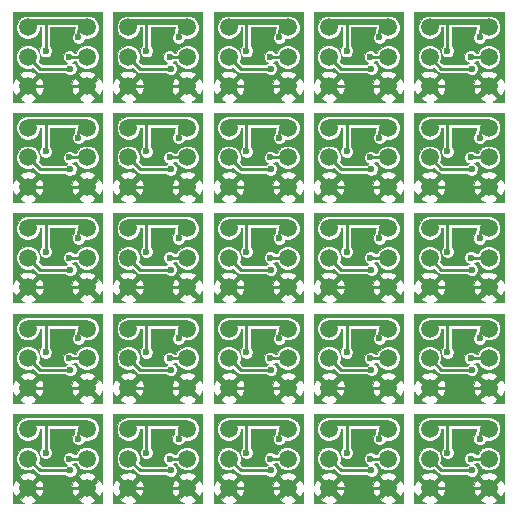
<source format=gbl>
G04 #@! TF.FileFunction,Copper,L2,Bot,Signal*
%FSLAX46Y46*%
G04 Gerber Fmt 4.6, Leading zero omitted, Abs format (unit mm)*
G04 Created by KiCad (PCBNEW 4.0.2+dfsg1-stable) date Mo 06 Jun 2016 00:17:18 CEST*
%MOMM*%
G01*
G04 APERTURE LIST*
%ADD10C,0.100000*%
%ADD11C,1.500000*%
%ADD12C,0.600000*%
%ADD13C,0.250000*%
%ADD14C,0.500000*%
G04 APERTURE END LIST*
D10*
D11*
X52500000Y-56500000D03*
X44000000Y-56500000D03*
X35500000Y-56500000D03*
X27000000Y-56500000D03*
X18500000Y-56500000D03*
X52500000Y-48000000D03*
X44000000Y-48000000D03*
X35500000Y-48000000D03*
X27000000Y-48000000D03*
X18500000Y-48000000D03*
X52500000Y-39500000D03*
X44000000Y-39500000D03*
X35500000Y-39500000D03*
X27000000Y-39500000D03*
X18500000Y-39500000D03*
X52500000Y-31000000D03*
X44000000Y-31000000D03*
X35500000Y-31000000D03*
X27000000Y-31000000D03*
X18500000Y-31000000D03*
X52500000Y-22500000D03*
X44000000Y-22500000D03*
X35500000Y-22500000D03*
X27000000Y-22500000D03*
X57500000Y-54000000D03*
X49000000Y-54000000D03*
X40500000Y-54000000D03*
X32000000Y-54000000D03*
X23500000Y-54000000D03*
X57500000Y-45500000D03*
X49000000Y-45500000D03*
X40500000Y-45500000D03*
X32000000Y-45500000D03*
X23500000Y-45500000D03*
X57500000Y-37000000D03*
X49000000Y-37000000D03*
X40500000Y-37000000D03*
X32000000Y-37000000D03*
X23500000Y-37000000D03*
X57500000Y-28500000D03*
X49000000Y-28500000D03*
X40500000Y-28500000D03*
X32000000Y-28500000D03*
X23500000Y-28500000D03*
X57500000Y-20000000D03*
X49000000Y-20000000D03*
X40500000Y-20000000D03*
X32000000Y-20000000D03*
X52500000Y-59000000D03*
X44000000Y-59000000D03*
X35500000Y-59000000D03*
X27000000Y-59000000D03*
X18500000Y-59000000D03*
X52500000Y-50500000D03*
X44000000Y-50500000D03*
X35500000Y-50500000D03*
X27000000Y-50500000D03*
X18500000Y-50500000D03*
X52500000Y-42000000D03*
X44000000Y-42000000D03*
X35500000Y-42000000D03*
X27000000Y-42000000D03*
X18500000Y-42000000D03*
X52500000Y-33500000D03*
X44000000Y-33500000D03*
X35500000Y-33500000D03*
X27000000Y-33500000D03*
X18500000Y-33500000D03*
X52500000Y-25000000D03*
X44000000Y-25000000D03*
X35500000Y-25000000D03*
X27000000Y-25000000D03*
X52500000Y-54000000D03*
X44000000Y-54000000D03*
X35500000Y-54000000D03*
X27000000Y-54000000D03*
X18500000Y-54000000D03*
X52500000Y-45500000D03*
X44000000Y-45500000D03*
X35500000Y-45500000D03*
X27000000Y-45500000D03*
X18500000Y-45500000D03*
X52500000Y-37000000D03*
X44000000Y-37000000D03*
X35500000Y-37000000D03*
X27000000Y-37000000D03*
X18500000Y-37000000D03*
X52500000Y-28500000D03*
X44000000Y-28500000D03*
X35500000Y-28500000D03*
X27000000Y-28500000D03*
X18500000Y-28500000D03*
X52500000Y-20000000D03*
X44000000Y-20000000D03*
X35500000Y-20000000D03*
X27000000Y-20000000D03*
X57500000Y-59000000D03*
X49000000Y-59000000D03*
X40500000Y-59000000D03*
X32000000Y-59000000D03*
X23500000Y-59000000D03*
X57500000Y-50500000D03*
X49000000Y-50500000D03*
X40500000Y-50500000D03*
X32000000Y-50500000D03*
X23500000Y-50500000D03*
X57500000Y-42000000D03*
X49000000Y-42000000D03*
X40500000Y-42000000D03*
X32000000Y-42000000D03*
X23500000Y-42000000D03*
X57500000Y-33500000D03*
X49000000Y-33500000D03*
X40500000Y-33500000D03*
X32000000Y-33500000D03*
X23500000Y-33500000D03*
X57500000Y-25000000D03*
X49000000Y-25000000D03*
X40500000Y-25000000D03*
X32000000Y-25000000D03*
X57500000Y-56500000D03*
X49000000Y-56500000D03*
X40500000Y-56500000D03*
X32000000Y-56500000D03*
X23500000Y-56500000D03*
X57500000Y-48000000D03*
X49000000Y-48000000D03*
X40500000Y-48000000D03*
X32000000Y-48000000D03*
X23500000Y-48000000D03*
X57500000Y-39500000D03*
X49000000Y-39500000D03*
X40500000Y-39500000D03*
X32000000Y-39500000D03*
X23500000Y-39500000D03*
X57500000Y-31000000D03*
X49000000Y-31000000D03*
X40500000Y-31000000D03*
X32000000Y-31000000D03*
X23500000Y-31000000D03*
X57500000Y-22500000D03*
X49000000Y-22500000D03*
X40500000Y-22500000D03*
X32000000Y-22500000D03*
X18500000Y-20000000D03*
X23500000Y-20000000D03*
X18500000Y-25000000D03*
X23500000Y-25000000D03*
X18500000Y-22500000D03*
X23500000Y-22500000D03*
D12*
X55000000Y-59000000D03*
X46500000Y-59000000D03*
X38000000Y-59000000D03*
X29500000Y-59000000D03*
X21000000Y-59000000D03*
X55000000Y-50500000D03*
X46500000Y-50500000D03*
X38000000Y-50500000D03*
X29500000Y-50500000D03*
X21000000Y-50500000D03*
X55000000Y-42000000D03*
X46500000Y-42000000D03*
X38000000Y-42000000D03*
X29500000Y-42000000D03*
X21000000Y-42000000D03*
X55000000Y-33500000D03*
X46500000Y-33500000D03*
X38000000Y-33500000D03*
X29500000Y-33500000D03*
X21000000Y-33500000D03*
X55000000Y-25000000D03*
X46500000Y-25000000D03*
X38000000Y-25000000D03*
X29500000Y-25000000D03*
X21000000Y-25000000D03*
X54003179Y-55996909D03*
X45503179Y-55996909D03*
X37003179Y-55996909D03*
X28503179Y-55996909D03*
X20003179Y-55996909D03*
X54003179Y-47496909D03*
X45503179Y-47496909D03*
X37003179Y-47496909D03*
X28503179Y-47496909D03*
X20003179Y-47496909D03*
X54003179Y-38996909D03*
X45503179Y-38996909D03*
X37003179Y-38996909D03*
X28503179Y-38996909D03*
X20003179Y-38996909D03*
X54003179Y-30496909D03*
X45503179Y-30496909D03*
X37003179Y-30496909D03*
X28503179Y-30496909D03*
X20003179Y-30496909D03*
X54003179Y-21996909D03*
X45503179Y-21996909D03*
X37003179Y-21996909D03*
X28503179Y-21996909D03*
X56758862Y-54836550D03*
X48258862Y-54836550D03*
X39758862Y-54836550D03*
X31258862Y-54836550D03*
X22758862Y-54836550D03*
X56758862Y-46336550D03*
X48258862Y-46336550D03*
X39758862Y-46336550D03*
X31258862Y-46336550D03*
X22758862Y-46336550D03*
X56758862Y-37836550D03*
X48258862Y-37836550D03*
X39758862Y-37836550D03*
X31258862Y-37836550D03*
X22758862Y-37836550D03*
X56758862Y-29336550D03*
X48258862Y-29336550D03*
X39758862Y-29336550D03*
X31258862Y-29336550D03*
X22758862Y-29336550D03*
X56758862Y-20836550D03*
X48258862Y-20836550D03*
X39758862Y-20836550D03*
X31258862Y-20836550D03*
X22758862Y-20836550D03*
X20003179Y-21996909D03*
X56000000Y-56500000D03*
X47500000Y-56500000D03*
X39000000Y-56500000D03*
X30500000Y-56500000D03*
X22000000Y-56500000D03*
X56000000Y-48000000D03*
X47500000Y-48000000D03*
X39000000Y-48000000D03*
X30500000Y-48000000D03*
X22000000Y-48000000D03*
X56000000Y-39500000D03*
X47500000Y-39500000D03*
X39000000Y-39500000D03*
X30500000Y-39500000D03*
X22000000Y-39500000D03*
X56000000Y-31000000D03*
X47500000Y-31000000D03*
X39000000Y-31000000D03*
X30500000Y-31000000D03*
X22000000Y-31000000D03*
X56000000Y-22500000D03*
X47500000Y-22500000D03*
X39000000Y-22500000D03*
X30500000Y-22500000D03*
X22000000Y-22500000D03*
X56075031Y-57500000D03*
X47575031Y-57500000D03*
X39075031Y-57500000D03*
X30575031Y-57500000D03*
X22075031Y-57500000D03*
X56075031Y-49000000D03*
X47575031Y-49000000D03*
X39075031Y-49000000D03*
X30575031Y-49000000D03*
X22075031Y-49000000D03*
X56075031Y-40500000D03*
X47575031Y-40500000D03*
X39075031Y-40500000D03*
X30575031Y-40500000D03*
X22075031Y-40500000D03*
X56075031Y-32000000D03*
X47575031Y-32000000D03*
X39075031Y-32000000D03*
X30575031Y-32000000D03*
X22075031Y-32000000D03*
X56075031Y-23500000D03*
X47575031Y-23500000D03*
X39075031Y-23500000D03*
X30575031Y-23500000D03*
X22075031Y-23500000D03*
D13*
X52500000Y-59000000D02*
X55000000Y-59000000D01*
X44000000Y-59000000D02*
X46500000Y-59000000D01*
X35500000Y-59000000D02*
X38000000Y-59000000D01*
X27000000Y-59000000D02*
X29500000Y-59000000D01*
X18500000Y-59000000D02*
X21000000Y-59000000D01*
X52500000Y-50500000D02*
X55000000Y-50500000D01*
X44000000Y-50500000D02*
X46500000Y-50500000D01*
X35500000Y-50500000D02*
X38000000Y-50500000D01*
X27000000Y-50500000D02*
X29500000Y-50500000D01*
X18500000Y-50500000D02*
X21000000Y-50500000D01*
X52500000Y-42000000D02*
X55000000Y-42000000D01*
X44000000Y-42000000D02*
X46500000Y-42000000D01*
X35500000Y-42000000D02*
X38000000Y-42000000D01*
X27000000Y-42000000D02*
X29500000Y-42000000D01*
X18500000Y-42000000D02*
X21000000Y-42000000D01*
X52500000Y-33500000D02*
X55000000Y-33500000D01*
X44000000Y-33500000D02*
X46500000Y-33500000D01*
X35500000Y-33500000D02*
X38000000Y-33500000D01*
X27000000Y-33500000D02*
X29500000Y-33500000D01*
X18500000Y-33500000D02*
X21000000Y-33500000D01*
X52500000Y-25000000D02*
X55000000Y-25000000D01*
X44000000Y-25000000D02*
X46500000Y-25000000D01*
X35500000Y-25000000D02*
X38000000Y-25000000D01*
X27000000Y-25000000D02*
X29500000Y-25000000D01*
X55000000Y-59000000D02*
X57500000Y-59000000D01*
X46500000Y-59000000D02*
X49000000Y-59000000D01*
X38000000Y-59000000D02*
X40500000Y-59000000D01*
X29500000Y-59000000D02*
X32000000Y-59000000D01*
X21000000Y-59000000D02*
X23500000Y-59000000D01*
X55000000Y-50500000D02*
X57500000Y-50500000D01*
X46500000Y-50500000D02*
X49000000Y-50500000D01*
X38000000Y-50500000D02*
X40500000Y-50500000D01*
X29500000Y-50500000D02*
X32000000Y-50500000D01*
X21000000Y-50500000D02*
X23500000Y-50500000D01*
X55000000Y-42000000D02*
X57500000Y-42000000D01*
X46500000Y-42000000D02*
X49000000Y-42000000D01*
X38000000Y-42000000D02*
X40500000Y-42000000D01*
X29500000Y-42000000D02*
X32000000Y-42000000D01*
X21000000Y-42000000D02*
X23500000Y-42000000D01*
X55000000Y-33500000D02*
X57500000Y-33500000D01*
X46500000Y-33500000D02*
X49000000Y-33500000D01*
X38000000Y-33500000D02*
X40500000Y-33500000D01*
X29500000Y-33500000D02*
X32000000Y-33500000D01*
X21000000Y-33500000D02*
X23500000Y-33500000D01*
X55000000Y-25000000D02*
X57500000Y-25000000D01*
X46500000Y-25000000D02*
X49000000Y-25000000D01*
X38000000Y-25000000D02*
X40500000Y-25000000D01*
X29500000Y-25000000D02*
X32000000Y-25000000D01*
X21000000Y-25000000D02*
X23500000Y-25000000D01*
X18500000Y-25000000D02*
X21000000Y-25000000D01*
X54003179Y-55003179D02*
X54003179Y-55572645D01*
X45503179Y-55003179D02*
X45503179Y-55572645D01*
X37003179Y-55003179D02*
X37003179Y-55572645D01*
X28503179Y-55003179D02*
X28503179Y-55572645D01*
X20003179Y-55003179D02*
X20003179Y-55572645D01*
X54003179Y-46503179D02*
X54003179Y-47072645D01*
X45503179Y-46503179D02*
X45503179Y-47072645D01*
X37003179Y-46503179D02*
X37003179Y-47072645D01*
X28503179Y-46503179D02*
X28503179Y-47072645D01*
X20003179Y-46503179D02*
X20003179Y-47072645D01*
X54003179Y-38003179D02*
X54003179Y-38572645D01*
X45503179Y-38003179D02*
X45503179Y-38572645D01*
X37003179Y-38003179D02*
X37003179Y-38572645D01*
X28503179Y-38003179D02*
X28503179Y-38572645D01*
X20003179Y-38003179D02*
X20003179Y-38572645D01*
X54003179Y-29503179D02*
X54003179Y-30072645D01*
X45503179Y-29503179D02*
X45503179Y-30072645D01*
X37003179Y-29503179D02*
X37003179Y-30072645D01*
X28503179Y-29503179D02*
X28503179Y-30072645D01*
X20003179Y-29503179D02*
X20003179Y-30072645D01*
X54003179Y-21003179D02*
X54003179Y-21572645D01*
X45503179Y-21003179D02*
X45503179Y-21572645D01*
X37003179Y-21003179D02*
X37003179Y-21572645D01*
X28503179Y-21003179D02*
X28503179Y-21572645D01*
X53994766Y-54994766D02*
X54003179Y-55003179D01*
X45494766Y-54994766D02*
X45503179Y-55003179D01*
X36994766Y-54994766D02*
X37003179Y-55003179D01*
X28494766Y-54994766D02*
X28503179Y-55003179D01*
X19994766Y-54994766D02*
X20003179Y-55003179D01*
X53994766Y-46494766D02*
X54003179Y-46503179D01*
X45494766Y-46494766D02*
X45503179Y-46503179D01*
X36994766Y-46494766D02*
X37003179Y-46503179D01*
X28494766Y-46494766D02*
X28503179Y-46503179D01*
X19994766Y-46494766D02*
X20003179Y-46503179D01*
X53994766Y-37994766D02*
X54003179Y-38003179D01*
X45494766Y-37994766D02*
X45503179Y-38003179D01*
X36994766Y-37994766D02*
X37003179Y-38003179D01*
X28494766Y-37994766D02*
X28503179Y-38003179D01*
X19994766Y-37994766D02*
X20003179Y-38003179D01*
X53994766Y-29494766D02*
X54003179Y-29503179D01*
X45494766Y-29494766D02*
X45503179Y-29503179D01*
X36994766Y-29494766D02*
X37003179Y-29503179D01*
X28494766Y-29494766D02*
X28503179Y-29503179D01*
X19994766Y-29494766D02*
X20003179Y-29503179D01*
X53994766Y-20994766D02*
X54003179Y-21003179D01*
X45494766Y-20994766D02*
X45503179Y-21003179D01*
X36994766Y-20994766D02*
X37003179Y-21003179D01*
X28494766Y-20994766D02*
X28503179Y-21003179D01*
X54003179Y-53503179D02*
X54000000Y-53500000D01*
X45503179Y-53503179D02*
X45500000Y-53500000D01*
X37003179Y-53503179D02*
X37000000Y-53500000D01*
X28503179Y-53503179D02*
X28500000Y-53500000D01*
X20003179Y-53503179D02*
X20000000Y-53500000D01*
X54003179Y-45003179D02*
X54000000Y-45000000D01*
X45503179Y-45003179D02*
X45500000Y-45000000D01*
X37003179Y-45003179D02*
X37000000Y-45000000D01*
X28503179Y-45003179D02*
X28500000Y-45000000D01*
X20003179Y-45003179D02*
X20000000Y-45000000D01*
X54003179Y-36503179D02*
X54000000Y-36500000D01*
X45503179Y-36503179D02*
X45500000Y-36500000D01*
X37003179Y-36503179D02*
X37000000Y-36500000D01*
X28503179Y-36503179D02*
X28500000Y-36500000D01*
X20003179Y-36503179D02*
X20000000Y-36500000D01*
X54003179Y-28003179D02*
X54000000Y-28000000D01*
X45503179Y-28003179D02*
X45500000Y-28000000D01*
X37003179Y-28003179D02*
X37000000Y-28000000D01*
X28503179Y-28003179D02*
X28500000Y-28000000D01*
X20003179Y-28003179D02*
X20000000Y-28000000D01*
X54003179Y-19503179D02*
X54000000Y-19500000D01*
X45503179Y-19503179D02*
X45500000Y-19500000D01*
X37003179Y-19503179D02*
X37000000Y-19500000D01*
X28503179Y-19503179D02*
X28500000Y-19500000D01*
X54003179Y-55003179D02*
X54003179Y-53503179D01*
X45503179Y-55003179D02*
X45503179Y-53503179D01*
X37003179Y-55003179D02*
X37003179Y-53503179D01*
X28503179Y-55003179D02*
X28503179Y-53503179D01*
X20003179Y-55003179D02*
X20003179Y-53503179D01*
X54003179Y-46503179D02*
X54003179Y-45003179D01*
X45503179Y-46503179D02*
X45503179Y-45003179D01*
X37003179Y-46503179D02*
X37003179Y-45003179D01*
X28503179Y-46503179D02*
X28503179Y-45003179D01*
X20003179Y-46503179D02*
X20003179Y-45003179D01*
X54003179Y-38003179D02*
X54003179Y-36503179D01*
X45503179Y-38003179D02*
X45503179Y-36503179D01*
X37003179Y-38003179D02*
X37003179Y-36503179D01*
X28503179Y-38003179D02*
X28503179Y-36503179D01*
X20003179Y-38003179D02*
X20003179Y-36503179D01*
X54003179Y-29503179D02*
X54003179Y-28003179D01*
X45503179Y-29503179D02*
X45503179Y-28003179D01*
X37003179Y-29503179D02*
X37003179Y-28003179D01*
X28503179Y-29503179D02*
X28503179Y-28003179D01*
X20003179Y-29503179D02*
X20003179Y-28003179D01*
X54003179Y-21003179D02*
X54003179Y-19503179D01*
X45503179Y-21003179D02*
X45503179Y-19503179D01*
X37003179Y-21003179D02*
X37003179Y-19503179D01*
X28503179Y-21003179D02*
X28503179Y-19503179D01*
X56750001Y-54249999D02*
X56750001Y-54827689D01*
X48250001Y-54249999D02*
X48250001Y-54827689D01*
X39750001Y-54249999D02*
X39750001Y-54827689D01*
X31250001Y-54249999D02*
X31250001Y-54827689D01*
X22750001Y-54249999D02*
X22750001Y-54827689D01*
X56750001Y-45749999D02*
X56750001Y-46327689D01*
X48250001Y-45749999D02*
X48250001Y-46327689D01*
X39750001Y-45749999D02*
X39750001Y-46327689D01*
X31250001Y-45749999D02*
X31250001Y-46327689D01*
X22750001Y-45749999D02*
X22750001Y-46327689D01*
X56750001Y-37249999D02*
X56750001Y-37827689D01*
X48250001Y-37249999D02*
X48250001Y-37827689D01*
X39750001Y-37249999D02*
X39750001Y-37827689D01*
X31250001Y-37249999D02*
X31250001Y-37827689D01*
X22750001Y-37249999D02*
X22750001Y-37827689D01*
X56750001Y-28749999D02*
X56750001Y-29327689D01*
X48250001Y-28749999D02*
X48250001Y-29327689D01*
X39750001Y-28749999D02*
X39750001Y-29327689D01*
X31250001Y-28749999D02*
X31250001Y-29327689D01*
X22750001Y-28749999D02*
X22750001Y-29327689D01*
X56750001Y-20249999D02*
X56750001Y-20827689D01*
X48250001Y-20249999D02*
X48250001Y-20827689D01*
X39750001Y-20249999D02*
X39750001Y-20827689D01*
X31250001Y-20249999D02*
X31250001Y-20827689D01*
X56750001Y-54827689D02*
X56758862Y-54836550D01*
X48250001Y-54827689D02*
X48258862Y-54836550D01*
X39750001Y-54827689D02*
X39758862Y-54836550D01*
X31250001Y-54827689D02*
X31258862Y-54836550D01*
X22750001Y-54827689D02*
X22758862Y-54836550D01*
X56750001Y-46327689D02*
X56758862Y-46336550D01*
X48250001Y-46327689D02*
X48258862Y-46336550D01*
X39750001Y-46327689D02*
X39758862Y-46336550D01*
X31250001Y-46327689D02*
X31258862Y-46336550D01*
X22750001Y-46327689D02*
X22758862Y-46336550D01*
X56750001Y-37827689D02*
X56758862Y-37836550D01*
X48250001Y-37827689D02*
X48258862Y-37836550D01*
X39750001Y-37827689D02*
X39758862Y-37836550D01*
X31250001Y-37827689D02*
X31258862Y-37836550D01*
X22750001Y-37827689D02*
X22758862Y-37836550D01*
X56750001Y-29327689D02*
X56758862Y-29336550D01*
X48250001Y-29327689D02*
X48258862Y-29336550D01*
X39750001Y-29327689D02*
X39758862Y-29336550D01*
X31250001Y-29327689D02*
X31258862Y-29336550D01*
X22750001Y-29327689D02*
X22758862Y-29336550D01*
X56750001Y-20827689D02*
X56758862Y-20836550D01*
X48250001Y-20827689D02*
X48258862Y-20836550D01*
X39750001Y-20827689D02*
X39758862Y-20836550D01*
X31250001Y-20827689D02*
X31258862Y-20836550D01*
D14*
X54000000Y-53500000D02*
X57500000Y-53500000D01*
X45500000Y-53500000D02*
X49000000Y-53500000D01*
X37000000Y-53500000D02*
X40500000Y-53500000D01*
X28500000Y-53500000D02*
X32000000Y-53500000D01*
X20000000Y-53500000D02*
X23500000Y-53500000D01*
X54000000Y-45000000D02*
X57500000Y-45000000D01*
X45500000Y-45000000D02*
X49000000Y-45000000D01*
X37000000Y-45000000D02*
X40500000Y-45000000D01*
X28500000Y-45000000D02*
X32000000Y-45000000D01*
X20000000Y-45000000D02*
X23500000Y-45000000D01*
X54000000Y-36500000D02*
X57500000Y-36500000D01*
X45500000Y-36500000D02*
X49000000Y-36500000D01*
X37000000Y-36500000D02*
X40500000Y-36500000D01*
X28500000Y-36500000D02*
X32000000Y-36500000D01*
X20000000Y-36500000D02*
X23500000Y-36500000D01*
X54000000Y-28000000D02*
X57500000Y-28000000D01*
X45500000Y-28000000D02*
X49000000Y-28000000D01*
X37000000Y-28000000D02*
X40500000Y-28000000D01*
X28500000Y-28000000D02*
X32000000Y-28000000D01*
X20000000Y-28000000D02*
X23500000Y-28000000D01*
X54000000Y-19500000D02*
X57500000Y-19500000D01*
X45500000Y-19500000D02*
X49000000Y-19500000D01*
X37000000Y-19500000D02*
X40500000Y-19500000D01*
X28500000Y-19500000D02*
X32000000Y-19500000D01*
D13*
X57500000Y-53500000D02*
X56750001Y-54249999D01*
X49000000Y-53500000D02*
X48250001Y-54249999D01*
X40500000Y-53500000D02*
X39750001Y-54249999D01*
X32000000Y-53500000D02*
X31250001Y-54249999D01*
X23500000Y-53500000D02*
X22750001Y-54249999D01*
X57500000Y-45000000D02*
X56750001Y-45749999D01*
X49000000Y-45000000D02*
X48250001Y-45749999D01*
X40500000Y-45000000D02*
X39750001Y-45749999D01*
X32000000Y-45000000D02*
X31250001Y-45749999D01*
X23500000Y-45000000D02*
X22750001Y-45749999D01*
X57500000Y-36500000D02*
X56750001Y-37249999D01*
X49000000Y-36500000D02*
X48250001Y-37249999D01*
X40500000Y-36500000D02*
X39750001Y-37249999D01*
X32000000Y-36500000D02*
X31250001Y-37249999D01*
X23500000Y-36500000D02*
X22750001Y-37249999D01*
X57500000Y-28000000D02*
X56750001Y-28749999D01*
X49000000Y-28000000D02*
X48250001Y-28749999D01*
X40500000Y-28000000D02*
X39750001Y-28749999D01*
X32000000Y-28000000D02*
X31250001Y-28749999D01*
X23500000Y-28000000D02*
X22750001Y-28749999D01*
X57500000Y-19500000D02*
X56750001Y-20249999D01*
X49000000Y-19500000D02*
X48250001Y-20249999D01*
X40500000Y-19500000D02*
X39750001Y-20249999D01*
X32000000Y-19500000D02*
X31250001Y-20249999D01*
X54003179Y-55572645D02*
X54003179Y-55996909D01*
X45503179Y-55572645D02*
X45503179Y-55996909D01*
X37003179Y-55572645D02*
X37003179Y-55996909D01*
X28503179Y-55572645D02*
X28503179Y-55996909D01*
X20003179Y-55572645D02*
X20003179Y-55996909D01*
X54003179Y-47072645D02*
X54003179Y-47496909D01*
X45503179Y-47072645D02*
X45503179Y-47496909D01*
X37003179Y-47072645D02*
X37003179Y-47496909D01*
X28503179Y-47072645D02*
X28503179Y-47496909D01*
X20003179Y-47072645D02*
X20003179Y-47496909D01*
X54003179Y-38572645D02*
X54003179Y-38996909D01*
X45503179Y-38572645D02*
X45503179Y-38996909D01*
X37003179Y-38572645D02*
X37003179Y-38996909D01*
X28503179Y-38572645D02*
X28503179Y-38996909D01*
X20003179Y-38572645D02*
X20003179Y-38996909D01*
X54003179Y-30072645D02*
X54003179Y-30496909D01*
X45503179Y-30072645D02*
X45503179Y-30496909D01*
X37003179Y-30072645D02*
X37003179Y-30496909D01*
X28503179Y-30072645D02*
X28503179Y-30496909D01*
X20003179Y-30072645D02*
X20003179Y-30496909D01*
X54003179Y-21572645D02*
X54003179Y-21996909D01*
X45503179Y-21572645D02*
X45503179Y-21996909D01*
X37003179Y-21572645D02*
X37003179Y-21996909D01*
X28503179Y-21572645D02*
X28503179Y-21996909D01*
D14*
X52500000Y-53500000D02*
X54000000Y-53500000D01*
X44000000Y-53500000D02*
X45500000Y-53500000D01*
X35500000Y-53500000D02*
X37000000Y-53500000D01*
X27000000Y-53500000D02*
X28500000Y-53500000D01*
X18500000Y-53500000D02*
X20000000Y-53500000D01*
X52500000Y-45000000D02*
X54000000Y-45000000D01*
X44000000Y-45000000D02*
X45500000Y-45000000D01*
X35500000Y-45000000D02*
X37000000Y-45000000D01*
X27000000Y-45000000D02*
X28500000Y-45000000D01*
X18500000Y-45000000D02*
X20000000Y-45000000D01*
X52500000Y-36500000D02*
X54000000Y-36500000D01*
X44000000Y-36500000D02*
X45500000Y-36500000D01*
X35500000Y-36500000D02*
X37000000Y-36500000D01*
X27000000Y-36500000D02*
X28500000Y-36500000D01*
X18500000Y-36500000D02*
X20000000Y-36500000D01*
X52500000Y-28000000D02*
X54000000Y-28000000D01*
X44000000Y-28000000D02*
X45500000Y-28000000D01*
X35500000Y-28000000D02*
X37000000Y-28000000D01*
X27000000Y-28000000D02*
X28500000Y-28000000D01*
X18500000Y-28000000D02*
X20000000Y-28000000D01*
X52500000Y-19500000D02*
X54000000Y-19500000D01*
X44000000Y-19500000D02*
X45500000Y-19500000D01*
X35500000Y-19500000D02*
X37000000Y-19500000D01*
X27000000Y-19500000D02*
X28500000Y-19500000D01*
D13*
X22750001Y-20827689D02*
X22758862Y-20836550D01*
X22750001Y-20249999D02*
X22750001Y-20827689D01*
X23500000Y-19500000D02*
X22750001Y-20249999D01*
D14*
X18500000Y-19500000D02*
X20000000Y-19500000D01*
X20000000Y-19500000D02*
X23500000Y-19500000D01*
D13*
X20003179Y-21003179D02*
X20003179Y-19503179D01*
X20003179Y-19503179D02*
X20000000Y-19500000D01*
X20003179Y-21572645D02*
X20003179Y-21996909D01*
X20003179Y-21003179D02*
X20003179Y-21572645D01*
X19994766Y-20994766D02*
X20003179Y-21003179D01*
X56000000Y-56500000D02*
X57500000Y-56500000D01*
X47500000Y-56500000D02*
X49000000Y-56500000D01*
X39000000Y-56500000D02*
X40500000Y-56500000D01*
X30500000Y-56500000D02*
X32000000Y-56500000D01*
X22000000Y-56500000D02*
X23500000Y-56500000D01*
X56000000Y-48000000D02*
X57500000Y-48000000D01*
X47500000Y-48000000D02*
X49000000Y-48000000D01*
X39000000Y-48000000D02*
X40500000Y-48000000D01*
X30500000Y-48000000D02*
X32000000Y-48000000D01*
X22000000Y-48000000D02*
X23500000Y-48000000D01*
X56000000Y-39500000D02*
X57500000Y-39500000D01*
X47500000Y-39500000D02*
X49000000Y-39500000D01*
X39000000Y-39500000D02*
X40500000Y-39500000D01*
X30500000Y-39500000D02*
X32000000Y-39500000D01*
X22000000Y-39500000D02*
X23500000Y-39500000D01*
X56000000Y-31000000D02*
X57500000Y-31000000D01*
X47500000Y-31000000D02*
X49000000Y-31000000D01*
X39000000Y-31000000D02*
X40500000Y-31000000D01*
X30500000Y-31000000D02*
X32000000Y-31000000D01*
X22000000Y-31000000D02*
X23500000Y-31000000D01*
X56000000Y-22500000D02*
X57500000Y-22500000D01*
X47500000Y-22500000D02*
X49000000Y-22500000D01*
X39000000Y-22500000D02*
X40500000Y-22500000D01*
X30500000Y-22500000D02*
X32000000Y-22500000D01*
X22000000Y-22500000D02*
X23500000Y-22500000D01*
X55650767Y-57500000D02*
X56075031Y-57500000D01*
X47150767Y-57500000D02*
X47575031Y-57500000D01*
X38650767Y-57500000D02*
X39075031Y-57500000D01*
X30150767Y-57500000D02*
X30575031Y-57500000D01*
X21650767Y-57500000D02*
X22075031Y-57500000D01*
X55650767Y-49000000D02*
X56075031Y-49000000D01*
X47150767Y-49000000D02*
X47575031Y-49000000D01*
X38650767Y-49000000D02*
X39075031Y-49000000D01*
X30150767Y-49000000D02*
X30575031Y-49000000D01*
X21650767Y-49000000D02*
X22075031Y-49000000D01*
X55650767Y-40500000D02*
X56075031Y-40500000D01*
X47150767Y-40500000D02*
X47575031Y-40500000D01*
X38650767Y-40500000D02*
X39075031Y-40500000D01*
X30150767Y-40500000D02*
X30575031Y-40500000D01*
X21650767Y-40500000D02*
X22075031Y-40500000D01*
X55650767Y-32000000D02*
X56075031Y-32000000D01*
X47150767Y-32000000D02*
X47575031Y-32000000D01*
X38650767Y-32000000D02*
X39075031Y-32000000D01*
X30150767Y-32000000D02*
X30575031Y-32000000D01*
X21650767Y-32000000D02*
X22075031Y-32000000D01*
X55650767Y-23500000D02*
X56075031Y-23500000D01*
X47150767Y-23500000D02*
X47575031Y-23500000D01*
X38650767Y-23500000D02*
X39075031Y-23500000D01*
X30150767Y-23500000D02*
X30575031Y-23500000D01*
X53500000Y-57500000D02*
X55650767Y-57500000D01*
X45000000Y-57500000D02*
X47150767Y-57500000D01*
X36500000Y-57500000D02*
X38650767Y-57500000D01*
X28000000Y-57500000D02*
X30150767Y-57500000D01*
X19500000Y-57500000D02*
X21650767Y-57500000D01*
X53500000Y-49000000D02*
X55650767Y-49000000D01*
X45000000Y-49000000D02*
X47150767Y-49000000D01*
X36500000Y-49000000D02*
X38650767Y-49000000D01*
X28000000Y-49000000D02*
X30150767Y-49000000D01*
X19500000Y-49000000D02*
X21650767Y-49000000D01*
X53500000Y-40500000D02*
X55650767Y-40500000D01*
X45000000Y-40500000D02*
X47150767Y-40500000D01*
X36500000Y-40500000D02*
X38650767Y-40500000D01*
X28000000Y-40500000D02*
X30150767Y-40500000D01*
X19500000Y-40500000D02*
X21650767Y-40500000D01*
X53500000Y-32000000D02*
X55650767Y-32000000D01*
X45000000Y-32000000D02*
X47150767Y-32000000D01*
X36500000Y-32000000D02*
X38650767Y-32000000D01*
X28000000Y-32000000D02*
X30150767Y-32000000D01*
X19500000Y-32000000D02*
X21650767Y-32000000D01*
X53500000Y-23500000D02*
X55650767Y-23500000D01*
X45000000Y-23500000D02*
X47150767Y-23500000D01*
X36500000Y-23500000D02*
X38650767Y-23500000D01*
X28000000Y-23500000D02*
X30150767Y-23500000D01*
X52500000Y-56500000D02*
X53500000Y-57500000D01*
X44000000Y-56500000D02*
X45000000Y-57500000D01*
X35500000Y-56500000D02*
X36500000Y-57500000D01*
X27000000Y-56500000D02*
X28000000Y-57500000D01*
X18500000Y-56500000D02*
X19500000Y-57500000D01*
X52500000Y-48000000D02*
X53500000Y-49000000D01*
X44000000Y-48000000D02*
X45000000Y-49000000D01*
X35500000Y-48000000D02*
X36500000Y-49000000D01*
X27000000Y-48000000D02*
X28000000Y-49000000D01*
X18500000Y-48000000D02*
X19500000Y-49000000D01*
X52500000Y-39500000D02*
X53500000Y-40500000D01*
X44000000Y-39500000D02*
X45000000Y-40500000D01*
X35500000Y-39500000D02*
X36500000Y-40500000D01*
X27000000Y-39500000D02*
X28000000Y-40500000D01*
X18500000Y-39500000D02*
X19500000Y-40500000D01*
X52500000Y-31000000D02*
X53500000Y-32000000D01*
X44000000Y-31000000D02*
X45000000Y-32000000D01*
X35500000Y-31000000D02*
X36500000Y-32000000D01*
X27000000Y-31000000D02*
X28000000Y-32000000D01*
X18500000Y-31000000D02*
X19500000Y-32000000D01*
X52500000Y-22500000D02*
X53500000Y-23500000D01*
X44000000Y-22500000D02*
X45000000Y-23500000D01*
X35500000Y-22500000D02*
X36500000Y-23500000D01*
X27000000Y-22500000D02*
X28000000Y-23500000D01*
X19500000Y-23500000D02*
X21650767Y-23500000D01*
X21650767Y-23500000D02*
X22075031Y-23500000D01*
X18500000Y-22500000D02*
X19500000Y-23500000D01*
D10*
G36*
X24775000Y-24637716D02*
X24769791Y-24592342D01*
X24686136Y-24390380D01*
X24476211Y-24312288D01*
X23788500Y-25000000D01*
X24476211Y-25687712D01*
X24686136Y-25609620D01*
X24775000Y-25298713D01*
X24775000Y-26275000D01*
X23862284Y-26275000D01*
X23907658Y-26269791D01*
X24109620Y-26186136D01*
X24187712Y-25976211D01*
X23500000Y-25288500D01*
X22812288Y-25976211D01*
X22890380Y-26186136D01*
X23201287Y-26275000D01*
X18862284Y-26275000D01*
X18907658Y-26269791D01*
X19109620Y-26186136D01*
X19187712Y-25976211D01*
X18500000Y-25288500D01*
X17812288Y-25976211D01*
X17890380Y-26186136D01*
X18201287Y-26275000D01*
X17225000Y-26275000D01*
X17225000Y-25362284D01*
X17230209Y-25407658D01*
X17313864Y-25609620D01*
X17523789Y-25687712D01*
X18211500Y-25000000D01*
X18788500Y-25000000D01*
X19476211Y-25687712D01*
X19686136Y-25609620D01*
X19829138Y-25109301D01*
X19804043Y-24890699D01*
X22170862Y-24890699D01*
X22230209Y-25407658D01*
X22313864Y-25609620D01*
X22523789Y-25687712D01*
X23211500Y-25000000D01*
X22523789Y-24312288D01*
X22313864Y-24390380D01*
X22170862Y-24890699D01*
X19804043Y-24890699D01*
X19769791Y-24592342D01*
X19686136Y-24390380D01*
X19476211Y-24312288D01*
X18788500Y-25000000D01*
X18211500Y-25000000D01*
X17523789Y-24312288D01*
X17313864Y-24390380D01*
X17225000Y-24701287D01*
X17225000Y-24023789D01*
X17812288Y-24023789D01*
X18500000Y-24711500D01*
X19187712Y-24023789D01*
X19109620Y-23813864D01*
X18609301Y-23670862D01*
X18092342Y-23730209D01*
X17890380Y-23813864D01*
X17812288Y-24023789D01*
X17225000Y-24023789D01*
X17225000Y-22698040D01*
X17499827Y-22698040D01*
X17651747Y-23065714D01*
X17932806Y-23347264D01*
X18300215Y-23499826D01*
X18698040Y-23500173D01*
X18890373Y-23420703D01*
X19234835Y-23765165D01*
X19356494Y-23846455D01*
X19500000Y-23875000D01*
X21672238Y-23875000D01*
X21763074Y-23965995D01*
X21965149Y-24049904D01*
X22183953Y-24050095D01*
X22247618Y-24023789D01*
X22812288Y-24023789D01*
X23500000Y-24711500D01*
X24187712Y-24023789D01*
X24109620Y-23813864D01*
X23609301Y-23670862D01*
X23092342Y-23730209D01*
X22890380Y-23813864D01*
X22812288Y-24023789D01*
X22247618Y-24023789D01*
X22386174Y-23966539D01*
X22541026Y-23811957D01*
X22624935Y-23609882D01*
X22625126Y-23391078D01*
X22541570Y-23188857D01*
X22386988Y-23034005D01*
X22267721Y-22984481D01*
X22311143Y-22966539D01*
X22402842Y-22875000D01*
X22572945Y-22875000D01*
X22651747Y-23065714D01*
X22932806Y-23347264D01*
X23300215Y-23499826D01*
X23698040Y-23500173D01*
X24065714Y-23348253D01*
X24347264Y-23067194D01*
X24499826Y-22699785D01*
X24500173Y-22301960D01*
X24348253Y-21934286D01*
X24067194Y-21652736D01*
X23699785Y-21500174D01*
X23301960Y-21499827D01*
X22934286Y-21651747D01*
X22652736Y-21932806D01*
X22572930Y-22125000D01*
X22402793Y-22125000D01*
X22311957Y-22034005D01*
X22109882Y-21950096D01*
X21891078Y-21949905D01*
X21688857Y-22033461D01*
X21534005Y-22188043D01*
X21450096Y-22390118D01*
X21449905Y-22608922D01*
X21533461Y-22811143D01*
X21688043Y-22965995D01*
X21807310Y-23015519D01*
X21763888Y-23033461D01*
X21672189Y-23125000D01*
X19655330Y-23125000D01*
X19420691Y-22890361D01*
X19499826Y-22699785D01*
X19500173Y-22301960D01*
X19348253Y-21934286D01*
X19067194Y-21652736D01*
X18699785Y-21500174D01*
X18301960Y-21499827D01*
X17934286Y-21651747D01*
X17652736Y-21932806D01*
X17500174Y-22300215D01*
X17499827Y-22698040D01*
X17225000Y-22698040D01*
X17225000Y-20198040D01*
X17499827Y-20198040D01*
X17651747Y-20565714D01*
X17932806Y-20847264D01*
X18300215Y-20999826D01*
X18698040Y-21000173D01*
X19065714Y-20848253D01*
X19347264Y-20567194D01*
X19499826Y-20199785D01*
X19500000Y-20000000D01*
X19628179Y-20000000D01*
X19628179Y-20952471D01*
X19619766Y-20994766D01*
X19628179Y-21037061D01*
X19628179Y-21594116D01*
X19537184Y-21684952D01*
X19453275Y-21887027D01*
X19453084Y-22105831D01*
X19536640Y-22308052D01*
X19691222Y-22462904D01*
X19893297Y-22546813D01*
X20112101Y-22547004D01*
X20314322Y-22463448D01*
X20469174Y-22308866D01*
X20553083Y-22106791D01*
X20553274Y-21887987D01*
X20469718Y-21685766D01*
X20378179Y-21594067D01*
X20378179Y-20000000D01*
X22474702Y-20000000D01*
X22403546Y-20106492D01*
X22403546Y-20106493D01*
X22375001Y-20249999D01*
X22375001Y-20442602D01*
X22292867Y-20524593D01*
X22208958Y-20726668D01*
X22208767Y-20945472D01*
X22292323Y-21147693D01*
X22446905Y-21302545D01*
X22648980Y-21386454D01*
X22867784Y-21386645D01*
X23070005Y-21303089D01*
X23224857Y-21148507D01*
X23288598Y-20995002D01*
X23300215Y-20999826D01*
X23698040Y-21000173D01*
X24065714Y-20848253D01*
X24347264Y-20567194D01*
X24499826Y-20199785D01*
X24500173Y-19801960D01*
X24348253Y-19434286D01*
X24067194Y-19152736D01*
X23699785Y-19000174D01*
X23301960Y-18999827D01*
X23301541Y-19000000D01*
X18500299Y-19000000D01*
X18301960Y-18999827D01*
X17934286Y-19151747D01*
X17652736Y-19432806D01*
X17500174Y-19800215D01*
X17499827Y-20198040D01*
X17225000Y-20198040D01*
X17225000Y-18725000D01*
X24775000Y-18725000D01*
X24775000Y-24637716D01*
X24775000Y-24637716D01*
G37*
X24775000Y-24637716D02*
X24769791Y-24592342D01*
X24686136Y-24390380D01*
X24476211Y-24312288D01*
X23788500Y-25000000D01*
X24476211Y-25687712D01*
X24686136Y-25609620D01*
X24775000Y-25298713D01*
X24775000Y-26275000D01*
X23862284Y-26275000D01*
X23907658Y-26269791D01*
X24109620Y-26186136D01*
X24187712Y-25976211D01*
X23500000Y-25288500D01*
X22812288Y-25976211D01*
X22890380Y-26186136D01*
X23201287Y-26275000D01*
X18862284Y-26275000D01*
X18907658Y-26269791D01*
X19109620Y-26186136D01*
X19187712Y-25976211D01*
X18500000Y-25288500D01*
X17812288Y-25976211D01*
X17890380Y-26186136D01*
X18201287Y-26275000D01*
X17225000Y-26275000D01*
X17225000Y-25362284D01*
X17230209Y-25407658D01*
X17313864Y-25609620D01*
X17523789Y-25687712D01*
X18211500Y-25000000D01*
X18788500Y-25000000D01*
X19476211Y-25687712D01*
X19686136Y-25609620D01*
X19829138Y-25109301D01*
X19804043Y-24890699D01*
X22170862Y-24890699D01*
X22230209Y-25407658D01*
X22313864Y-25609620D01*
X22523789Y-25687712D01*
X23211500Y-25000000D01*
X22523789Y-24312288D01*
X22313864Y-24390380D01*
X22170862Y-24890699D01*
X19804043Y-24890699D01*
X19769791Y-24592342D01*
X19686136Y-24390380D01*
X19476211Y-24312288D01*
X18788500Y-25000000D01*
X18211500Y-25000000D01*
X17523789Y-24312288D01*
X17313864Y-24390380D01*
X17225000Y-24701287D01*
X17225000Y-24023789D01*
X17812288Y-24023789D01*
X18500000Y-24711500D01*
X19187712Y-24023789D01*
X19109620Y-23813864D01*
X18609301Y-23670862D01*
X18092342Y-23730209D01*
X17890380Y-23813864D01*
X17812288Y-24023789D01*
X17225000Y-24023789D01*
X17225000Y-22698040D01*
X17499827Y-22698040D01*
X17651747Y-23065714D01*
X17932806Y-23347264D01*
X18300215Y-23499826D01*
X18698040Y-23500173D01*
X18890373Y-23420703D01*
X19234835Y-23765165D01*
X19356494Y-23846455D01*
X19500000Y-23875000D01*
X21672238Y-23875000D01*
X21763074Y-23965995D01*
X21965149Y-24049904D01*
X22183953Y-24050095D01*
X22247618Y-24023789D01*
X22812288Y-24023789D01*
X23500000Y-24711500D01*
X24187712Y-24023789D01*
X24109620Y-23813864D01*
X23609301Y-23670862D01*
X23092342Y-23730209D01*
X22890380Y-23813864D01*
X22812288Y-24023789D01*
X22247618Y-24023789D01*
X22386174Y-23966539D01*
X22541026Y-23811957D01*
X22624935Y-23609882D01*
X22625126Y-23391078D01*
X22541570Y-23188857D01*
X22386988Y-23034005D01*
X22267721Y-22984481D01*
X22311143Y-22966539D01*
X22402842Y-22875000D01*
X22572945Y-22875000D01*
X22651747Y-23065714D01*
X22932806Y-23347264D01*
X23300215Y-23499826D01*
X23698040Y-23500173D01*
X24065714Y-23348253D01*
X24347264Y-23067194D01*
X24499826Y-22699785D01*
X24500173Y-22301960D01*
X24348253Y-21934286D01*
X24067194Y-21652736D01*
X23699785Y-21500174D01*
X23301960Y-21499827D01*
X22934286Y-21651747D01*
X22652736Y-21932806D01*
X22572930Y-22125000D01*
X22402793Y-22125000D01*
X22311957Y-22034005D01*
X22109882Y-21950096D01*
X21891078Y-21949905D01*
X21688857Y-22033461D01*
X21534005Y-22188043D01*
X21450096Y-22390118D01*
X21449905Y-22608922D01*
X21533461Y-22811143D01*
X21688043Y-22965995D01*
X21807310Y-23015519D01*
X21763888Y-23033461D01*
X21672189Y-23125000D01*
X19655330Y-23125000D01*
X19420691Y-22890361D01*
X19499826Y-22699785D01*
X19500173Y-22301960D01*
X19348253Y-21934286D01*
X19067194Y-21652736D01*
X18699785Y-21500174D01*
X18301960Y-21499827D01*
X17934286Y-21651747D01*
X17652736Y-21932806D01*
X17500174Y-22300215D01*
X17499827Y-22698040D01*
X17225000Y-22698040D01*
X17225000Y-20198040D01*
X17499827Y-20198040D01*
X17651747Y-20565714D01*
X17932806Y-20847264D01*
X18300215Y-20999826D01*
X18698040Y-21000173D01*
X19065714Y-20848253D01*
X19347264Y-20567194D01*
X19499826Y-20199785D01*
X19500000Y-20000000D01*
X19628179Y-20000000D01*
X19628179Y-20952471D01*
X19619766Y-20994766D01*
X19628179Y-21037061D01*
X19628179Y-21594116D01*
X19537184Y-21684952D01*
X19453275Y-21887027D01*
X19453084Y-22105831D01*
X19536640Y-22308052D01*
X19691222Y-22462904D01*
X19893297Y-22546813D01*
X20112101Y-22547004D01*
X20314322Y-22463448D01*
X20469174Y-22308866D01*
X20553083Y-22106791D01*
X20553274Y-21887987D01*
X20469718Y-21685766D01*
X20378179Y-21594067D01*
X20378179Y-20000000D01*
X22474702Y-20000000D01*
X22403546Y-20106492D01*
X22403546Y-20106493D01*
X22375001Y-20249999D01*
X22375001Y-20442602D01*
X22292867Y-20524593D01*
X22208958Y-20726668D01*
X22208767Y-20945472D01*
X22292323Y-21147693D01*
X22446905Y-21302545D01*
X22648980Y-21386454D01*
X22867784Y-21386645D01*
X23070005Y-21303089D01*
X23224857Y-21148507D01*
X23288598Y-20995002D01*
X23300215Y-20999826D01*
X23698040Y-21000173D01*
X24065714Y-20848253D01*
X24347264Y-20567194D01*
X24499826Y-20199785D01*
X24500173Y-19801960D01*
X24348253Y-19434286D01*
X24067194Y-19152736D01*
X23699785Y-19000174D01*
X23301960Y-18999827D01*
X23301541Y-19000000D01*
X18500299Y-19000000D01*
X18301960Y-18999827D01*
X17934286Y-19151747D01*
X17652736Y-19432806D01*
X17500174Y-19800215D01*
X17499827Y-20198040D01*
X17225000Y-20198040D01*
X17225000Y-18725000D01*
X24775000Y-18725000D01*
X24775000Y-24637716D01*
G36*
X33275000Y-24637716D02*
X33269791Y-24592342D01*
X33186136Y-24390380D01*
X32976211Y-24312288D01*
X32288500Y-25000000D01*
X32976211Y-25687712D01*
X33186136Y-25609620D01*
X33275000Y-25298713D01*
X33275000Y-26275000D01*
X32362284Y-26275000D01*
X32407658Y-26269791D01*
X32609620Y-26186136D01*
X32687712Y-25976211D01*
X32000000Y-25288500D01*
X31312288Y-25976211D01*
X31390380Y-26186136D01*
X31701287Y-26275000D01*
X27362284Y-26275000D01*
X27407658Y-26269791D01*
X27609620Y-26186136D01*
X27687712Y-25976211D01*
X27000000Y-25288500D01*
X26312288Y-25976211D01*
X26390380Y-26186136D01*
X26701287Y-26275000D01*
X25725000Y-26275000D01*
X25725000Y-25362284D01*
X25730209Y-25407658D01*
X25813864Y-25609620D01*
X26023789Y-25687712D01*
X26711500Y-25000000D01*
X27288500Y-25000000D01*
X27976211Y-25687712D01*
X28186136Y-25609620D01*
X28329138Y-25109301D01*
X28304043Y-24890699D01*
X30670862Y-24890699D01*
X30730209Y-25407658D01*
X30813864Y-25609620D01*
X31023789Y-25687712D01*
X31711500Y-25000000D01*
X31023789Y-24312288D01*
X30813864Y-24390380D01*
X30670862Y-24890699D01*
X28304043Y-24890699D01*
X28269791Y-24592342D01*
X28186136Y-24390380D01*
X27976211Y-24312288D01*
X27288500Y-25000000D01*
X26711500Y-25000000D01*
X26023789Y-24312288D01*
X25813864Y-24390380D01*
X25725000Y-24701287D01*
X25725000Y-24023789D01*
X26312288Y-24023789D01*
X27000000Y-24711500D01*
X27687712Y-24023789D01*
X27609620Y-23813864D01*
X27109301Y-23670862D01*
X26592342Y-23730209D01*
X26390380Y-23813864D01*
X26312288Y-24023789D01*
X25725000Y-24023789D01*
X25725000Y-22698040D01*
X25999827Y-22698040D01*
X26151747Y-23065714D01*
X26432806Y-23347264D01*
X26800215Y-23499826D01*
X27198040Y-23500173D01*
X27390373Y-23420703D01*
X27734835Y-23765165D01*
X27856494Y-23846455D01*
X28000000Y-23875000D01*
X30172238Y-23875000D01*
X30263074Y-23965995D01*
X30465149Y-24049904D01*
X30683953Y-24050095D01*
X30747618Y-24023789D01*
X31312288Y-24023789D01*
X32000000Y-24711500D01*
X32687712Y-24023789D01*
X32609620Y-23813864D01*
X32109301Y-23670862D01*
X31592342Y-23730209D01*
X31390380Y-23813864D01*
X31312288Y-24023789D01*
X30747618Y-24023789D01*
X30886174Y-23966539D01*
X31041026Y-23811957D01*
X31124935Y-23609882D01*
X31125126Y-23391078D01*
X31041570Y-23188857D01*
X30886988Y-23034005D01*
X30767721Y-22984481D01*
X30811143Y-22966539D01*
X30902842Y-22875000D01*
X31072945Y-22875000D01*
X31151747Y-23065714D01*
X31432806Y-23347264D01*
X31800215Y-23499826D01*
X32198040Y-23500173D01*
X32565714Y-23348253D01*
X32847264Y-23067194D01*
X32999826Y-22699785D01*
X33000173Y-22301960D01*
X32848253Y-21934286D01*
X32567194Y-21652736D01*
X32199785Y-21500174D01*
X31801960Y-21499827D01*
X31434286Y-21651747D01*
X31152736Y-21932806D01*
X31072930Y-22125000D01*
X30902793Y-22125000D01*
X30811957Y-22034005D01*
X30609882Y-21950096D01*
X30391078Y-21949905D01*
X30188857Y-22033461D01*
X30034005Y-22188043D01*
X29950096Y-22390118D01*
X29949905Y-22608922D01*
X30033461Y-22811143D01*
X30188043Y-22965995D01*
X30307310Y-23015519D01*
X30263888Y-23033461D01*
X30172189Y-23125000D01*
X28155330Y-23125000D01*
X27920691Y-22890361D01*
X27999826Y-22699785D01*
X28000173Y-22301960D01*
X27848253Y-21934286D01*
X27567194Y-21652736D01*
X27199785Y-21500174D01*
X26801960Y-21499827D01*
X26434286Y-21651747D01*
X26152736Y-21932806D01*
X26000174Y-22300215D01*
X25999827Y-22698040D01*
X25725000Y-22698040D01*
X25725000Y-20198040D01*
X25999827Y-20198040D01*
X26151747Y-20565714D01*
X26432806Y-20847264D01*
X26800215Y-20999826D01*
X27198040Y-21000173D01*
X27565714Y-20848253D01*
X27847264Y-20567194D01*
X27999826Y-20199785D01*
X28000000Y-20000000D01*
X28128179Y-20000000D01*
X28128179Y-20952471D01*
X28119766Y-20994766D01*
X28128179Y-21037061D01*
X28128179Y-21594116D01*
X28037184Y-21684952D01*
X27953275Y-21887027D01*
X27953084Y-22105831D01*
X28036640Y-22308052D01*
X28191222Y-22462904D01*
X28393297Y-22546813D01*
X28612101Y-22547004D01*
X28814322Y-22463448D01*
X28969174Y-22308866D01*
X29053083Y-22106791D01*
X29053274Y-21887987D01*
X28969718Y-21685766D01*
X28878179Y-21594067D01*
X28878179Y-20000000D01*
X30974702Y-20000000D01*
X30903546Y-20106492D01*
X30903546Y-20106493D01*
X30875001Y-20249999D01*
X30875001Y-20442602D01*
X30792867Y-20524593D01*
X30708958Y-20726668D01*
X30708767Y-20945472D01*
X30792323Y-21147693D01*
X30946905Y-21302545D01*
X31148980Y-21386454D01*
X31367784Y-21386645D01*
X31570005Y-21303089D01*
X31724857Y-21148507D01*
X31788598Y-20995002D01*
X31800215Y-20999826D01*
X32198040Y-21000173D01*
X32565714Y-20848253D01*
X32847264Y-20567194D01*
X32999826Y-20199785D01*
X33000173Y-19801960D01*
X32848253Y-19434286D01*
X32567194Y-19152736D01*
X32199785Y-19000174D01*
X31801960Y-18999827D01*
X31801541Y-19000000D01*
X27000299Y-19000000D01*
X26801960Y-18999827D01*
X26434286Y-19151747D01*
X26152736Y-19432806D01*
X26000174Y-19800215D01*
X25999827Y-20198040D01*
X25725000Y-20198040D01*
X25725000Y-18725000D01*
X33275000Y-18725000D01*
X33275000Y-24637716D01*
X33275000Y-24637716D01*
G37*
X33275000Y-24637716D02*
X33269791Y-24592342D01*
X33186136Y-24390380D01*
X32976211Y-24312288D01*
X32288500Y-25000000D01*
X32976211Y-25687712D01*
X33186136Y-25609620D01*
X33275000Y-25298713D01*
X33275000Y-26275000D01*
X32362284Y-26275000D01*
X32407658Y-26269791D01*
X32609620Y-26186136D01*
X32687712Y-25976211D01*
X32000000Y-25288500D01*
X31312288Y-25976211D01*
X31390380Y-26186136D01*
X31701287Y-26275000D01*
X27362284Y-26275000D01*
X27407658Y-26269791D01*
X27609620Y-26186136D01*
X27687712Y-25976211D01*
X27000000Y-25288500D01*
X26312288Y-25976211D01*
X26390380Y-26186136D01*
X26701287Y-26275000D01*
X25725000Y-26275000D01*
X25725000Y-25362284D01*
X25730209Y-25407658D01*
X25813864Y-25609620D01*
X26023789Y-25687712D01*
X26711500Y-25000000D01*
X27288500Y-25000000D01*
X27976211Y-25687712D01*
X28186136Y-25609620D01*
X28329138Y-25109301D01*
X28304043Y-24890699D01*
X30670862Y-24890699D01*
X30730209Y-25407658D01*
X30813864Y-25609620D01*
X31023789Y-25687712D01*
X31711500Y-25000000D01*
X31023789Y-24312288D01*
X30813864Y-24390380D01*
X30670862Y-24890699D01*
X28304043Y-24890699D01*
X28269791Y-24592342D01*
X28186136Y-24390380D01*
X27976211Y-24312288D01*
X27288500Y-25000000D01*
X26711500Y-25000000D01*
X26023789Y-24312288D01*
X25813864Y-24390380D01*
X25725000Y-24701287D01*
X25725000Y-24023789D01*
X26312288Y-24023789D01*
X27000000Y-24711500D01*
X27687712Y-24023789D01*
X27609620Y-23813864D01*
X27109301Y-23670862D01*
X26592342Y-23730209D01*
X26390380Y-23813864D01*
X26312288Y-24023789D01*
X25725000Y-24023789D01*
X25725000Y-22698040D01*
X25999827Y-22698040D01*
X26151747Y-23065714D01*
X26432806Y-23347264D01*
X26800215Y-23499826D01*
X27198040Y-23500173D01*
X27390373Y-23420703D01*
X27734835Y-23765165D01*
X27856494Y-23846455D01*
X28000000Y-23875000D01*
X30172238Y-23875000D01*
X30263074Y-23965995D01*
X30465149Y-24049904D01*
X30683953Y-24050095D01*
X30747618Y-24023789D01*
X31312288Y-24023789D01*
X32000000Y-24711500D01*
X32687712Y-24023789D01*
X32609620Y-23813864D01*
X32109301Y-23670862D01*
X31592342Y-23730209D01*
X31390380Y-23813864D01*
X31312288Y-24023789D01*
X30747618Y-24023789D01*
X30886174Y-23966539D01*
X31041026Y-23811957D01*
X31124935Y-23609882D01*
X31125126Y-23391078D01*
X31041570Y-23188857D01*
X30886988Y-23034005D01*
X30767721Y-22984481D01*
X30811143Y-22966539D01*
X30902842Y-22875000D01*
X31072945Y-22875000D01*
X31151747Y-23065714D01*
X31432806Y-23347264D01*
X31800215Y-23499826D01*
X32198040Y-23500173D01*
X32565714Y-23348253D01*
X32847264Y-23067194D01*
X32999826Y-22699785D01*
X33000173Y-22301960D01*
X32848253Y-21934286D01*
X32567194Y-21652736D01*
X32199785Y-21500174D01*
X31801960Y-21499827D01*
X31434286Y-21651747D01*
X31152736Y-21932806D01*
X31072930Y-22125000D01*
X30902793Y-22125000D01*
X30811957Y-22034005D01*
X30609882Y-21950096D01*
X30391078Y-21949905D01*
X30188857Y-22033461D01*
X30034005Y-22188043D01*
X29950096Y-22390118D01*
X29949905Y-22608922D01*
X30033461Y-22811143D01*
X30188043Y-22965995D01*
X30307310Y-23015519D01*
X30263888Y-23033461D01*
X30172189Y-23125000D01*
X28155330Y-23125000D01*
X27920691Y-22890361D01*
X27999826Y-22699785D01*
X28000173Y-22301960D01*
X27848253Y-21934286D01*
X27567194Y-21652736D01*
X27199785Y-21500174D01*
X26801960Y-21499827D01*
X26434286Y-21651747D01*
X26152736Y-21932806D01*
X26000174Y-22300215D01*
X25999827Y-22698040D01*
X25725000Y-22698040D01*
X25725000Y-20198040D01*
X25999827Y-20198040D01*
X26151747Y-20565714D01*
X26432806Y-20847264D01*
X26800215Y-20999826D01*
X27198040Y-21000173D01*
X27565714Y-20848253D01*
X27847264Y-20567194D01*
X27999826Y-20199785D01*
X28000000Y-20000000D01*
X28128179Y-20000000D01*
X28128179Y-20952471D01*
X28119766Y-20994766D01*
X28128179Y-21037061D01*
X28128179Y-21594116D01*
X28037184Y-21684952D01*
X27953275Y-21887027D01*
X27953084Y-22105831D01*
X28036640Y-22308052D01*
X28191222Y-22462904D01*
X28393297Y-22546813D01*
X28612101Y-22547004D01*
X28814322Y-22463448D01*
X28969174Y-22308866D01*
X29053083Y-22106791D01*
X29053274Y-21887987D01*
X28969718Y-21685766D01*
X28878179Y-21594067D01*
X28878179Y-20000000D01*
X30974702Y-20000000D01*
X30903546Y-20106492D01*
X30903546Y-20106493D01*
X30875001Y-20249999D01*
X30875001Y-20442602D01*
X30792867Y-20524593D01*
X30708958Y-20726668D01*
X30708767Y-20945472D01*
X30792323Y-21147693D01*
X30946905Y-21302545D01*
X31148980Y-21386454D01*
X31367784Y-21386645D01*
X31570005Y-21303089D01*
X31724857Y-21148507D01*
X31788598Y-20995002D01*
X31800215Y-20999826D01*
X32198040Y-21000173D01*
X32565714Y-20848253D01*
X32847264Y-20567194D01*
X32999826Y-20199785D01*
X33000173Y-19801960D01*
X32848253Y-19434286D01*
X32567194Y-19152736D01*
X32199785Y-19000174D01*
X31801960Y-18999827D01*
X31801541Y-19000000D01*
X27000299Y-19000000D01*
X26801960Y-18999827D01*
X26434286Y-19151747D01*
X26152736Y-19432806D01*
X26000174Y-19800215D01*
X25999827Y-20198040D01*
X25725000Y-20198040D01*
X25725000Y-18725000D01*
X33275000Y-18725000D01*
X33275000Y-24637716D01*
G36*
X41775000Y-24637716D02*
X41769791Y-24592342D01*
X41686136Y-24390380D01*
X41476211Y-24312288D01*
X40788500Y-25000000D01*
X41476211Y-25687712D01*
X41686136Y-25609620D01*
X41775000Y-25298713D01*
X41775000Y-26275000D01*
X40862284Y-26275000D01*
X40907658Y-26269791D01*
X41109620Y-26186136D01*
X41187712Y-25976211D01*
X40500000Y-25288500D01*
X39812288Y-25976211D01*
X39890380Y-26186136D01*
X40201287Y-26275000D01*
X35862284Y-26275000D01*
X35907658Y-26269791D01*
X36109620Y-26186136D01*
X36187712Y-25976211D01*
X35500000Y-25288500D01*
X34812288Y-25976211D01*
X34890380Y-26186136D01*
X35201287Y-26275000D01*
X34225000Y-26275000D01*
X34225000Y-25362284D01*
X34230209Y-25407658D01*
X34313864Y-25609620D01*
X34523789Y-25687712D01*
X35211500Y-25000000D01*
X35788500Y-25000000D01*
X36476211Y-25687712D01*
X36686136Y-25609620D01*
X36829138Y-25109301D01*
X36804043Y-24890699D01*
X39170862Y-24890699D01*
X39230209Y-25407658D01*
X39313864Y-25609620D01*
X39523789Y-25687712D01*
X40211500Y-25000000D01*
X39523789Y-24312288D01*
X39313864Y-24390380D01*
X39170862Y-24890699D01*
X36804043Y-24890699D01*
X36769791Y-24592342D01*
X36686136Y-24390380D01*
X36476211Y-24312288D01*
X35788500Y-25000000D01*
X35211500Y-25000000D01*
X34523789Y-24312288D01*
X34313864Y-24390380D01*
X34225000Y-24701287D01*
X34225000Y-24023789D01*
X34812288Y-24023789D01*
X35500000Y-24711500D01*
X36187712Y-24023789D01*
X36109620Y-23813864D01*
X35609301Y-23670862D01*
X35092342Y-23730209D01*
X34890380Y-23813864D01*
X34812288Y-24023789D01*
X34225000Y-24023789D01*
X34225000Y-22698040D01*
X34499827Y-22698040D01*
X34651747Y-23065714D01*
X34932806Y-23347264D01*
X35300215Y-23499826D01*
X35698040Y-23500173D01*
X35890373Y-23420703D01*
X36234835Y-23765165D01*
X36356494Y-23846455D01*
X36500000Y-23875000D01*
X38672238Y-23875000D01*
X38763074Y-23965995D01*
X38965149Y-24049904D01*
X39183953Y-24050095D01*
X39247618Y-24023789D01*
X39812288Y-24023789D01*
X40500000Y-24711500D01*
X41187712Y-24023789D01*
X41109620Y-23813864D01*
X40609301Y-23670862D01*
X40092342Y-23730209D01*
X39890380Y-23813864D01*
X39812288Y-24023789D01*
X39247618Y-24023789D01*
X39386174Y-23966539D01*
X39541026Y-23811957D01*
X39624935Y-23609882D01*
X39625126Y-23391078D01*
X39541570Y-23188857D01*
X39386988Y-23034005D01*
X39267721Y-22984481D01*
X39311143Y-22966539D01*
X39402842Y-22875000D01*
X39572945Y-22875000D01*
X39651747Y-23065714D01*
X39932806Y-23347264D01*
X40300215Y-23499826D01*
X40698040Y-23500173D01*
X41065714Y-23348253D01*
X41347264Y-23067194D01*
X41499826Y-22699785D01*
X41500173Y-22301960D01*
X41348253Y-21934286D01*
X41067194Y-21652736D01*
X40699785Y-21500174D01*
X40301960Y-21499827D01*
X39934286Y-21651747D01*
X39652736Y-21932806D01*
X39572930Y-22125000D01*
X39402793Y-22125000D01*
X39311957Y-22034005D01*
X39109882Y-21950096D01*
X38891078Y-21949905D01*
X38688857Y-22033461D01*
X38534005Y-22188043D01*
X38450096Y-22390118D01*
X38449905Y-22608922D01*
X38533461Y-22811143D01*
X38688043Y-22965995D01*
X38807310Y-23015519D01*
X38763888Y-23033461D01*
X38672189Y-23125000D01*
X36655330Y-23125000D01*
X36420691Y-22890361D01*
X36499826Y-22699785D01*
X36500173Y-22301960D01*
X36348253Y-21934286D01*
X36067194Y-21652736D01*
X35699785Y-21500174D01*
X35301960Y-21499827D01*
X34934286Y-21651747D01*
X34652736Y-21932806D01*
X34500174Y-22300215D01*
X34499827Y-22698040D01*
X34225000Y-22698040D01*
X34225000Y-20198040D01*
X34499827Y-20198040D01*
X34651747Y-20565714D01*
X34932806Y-20847264D01*
X35300215Y-20999826D01*
X35698040Y-21000173D01*
X36065714Y-20848253D01*
X36347264Y-20567194D01*
X36499826Y-20199785D01*
X36500000Y-20000000D01*
X36628179Y-20000000D01*
X36628179Y-20952471D01*
X36619766Y-20994766D01*
X36628179Y-21037061D01*
X36628179Y-21594116D01*
X36537184Y-21684952D01*
X36453275Y-21887027D01*
X36453084Y-22105831D01*
X36536640Y-22308052D01*
X36691222Y-22462904D01*
X36893297Y-22546813D01*
X37112101Y-22547004D01*
X37314322Y-22463448D01*
X37469174Y-22308866D01*
X37553083Y-22106791D01*
X37553274Y-21887987D01*
X37469718Y-21685766D01*
X37378179Y-21594067D01*
X37378179Y-20000000D01*
X39474702Y-20000000D01*
X39403546Y-20106492D01*
X39403546Y-20106493D01*
X39375001Y-20249999D01*
X39375001Y-20442602D01*
X39292867Y-20524593D01*
X39208958Y-20726668D01*
X39208767Y-20945472D01*
X39292323Y-21147693D01*
X39446905Y-21302545D01*
X39648980Y-21386454D01*
X39867784Y-21386645D01*
X40070005Y-21303089D01*
X40224857Y-21148507D01*
X40288598Y-20995002D01*
X40300215Y-20999826D01*
X40698040Y-21000173D01*
X41065714Y-20848253D01*
X41347264Y-20567194D01*
X41499826Y-20199785D01*
X41500173Y-19801960D01*
X41348253Y-19434286D01*
X41067194Y-19152736D01*
X40699785Y-19000174D01*
X40301960Y-18999827D01*
X40301541Y-19000000D01*
X35500299Y-19000000D01*
X35301960Y-18999827D01*
X34934286Y-19151747D01*
X34652736Y-19432806D01*
X34500174Y-19800215D01*
X34499827Y-20198040D01*
X34225000Y-20198040D01*
X34225000Y-18725000D01*
X41775000Y-18725000D01*
X41775000Y-24637716D01*
X41775000Y-24637716D01*
G37*
X41775000Y-24637716D02*
X41769791Y-24592342D01*
X41686136Y-24390380D01*
X41476211Y-24312288D01*
X40788500Y-25000000D01*
X41476211Y-25687712D01*
X41686136Y-25609620D01*
X41775000Y-25298713D01*
X41775000Y-26275000D01*
X40862284Y-26275000D01*
X40907658Y-26269791D01*
X41109620Y-26186136D01*
X41187712Y-25976211D01*
X40500000Y-25288500D01*
X39812288Y-25976211D01*
X39890380Y-26186136D01*
X40201287Y-26275000D01*
X35862284Y-26275000D01*
X35907658Y-26269791D01*
X36109620Y-26186136D01*
X36187712Y-25976211D01*
X35500000Y-25288500D01*
X34812288Y-25976211D01*
X34890380Y-26186136D01*
X35201287Y-26275000D01*
X34225000Y-26275000D01*
X34225000Y-25362284D01*
X34230209Y-25407658D01*
X34313864Y-25609620D01*
X34523789Y-25687712D01*
X35211500Y-25000000D01*
X35788500Y-25000000D01*
X36476211Y-25687712D01*
X36686136Y-25609620D01*
X36829138Y-25109301D01*
X36804043Y-24890699D01*
X39170862Y-24890699D01*
X39230209Y-25407658D01*
X39313864Y-25609620D01*
X39523789Y-25687712D01*
X40211500Y-25000000D01*
X39523789Y-24312288D01*
X39313864Y-24390380D01*
X39170862Y-24890699D01*
X36804043Y-24890699D01*
X36769791Y-24592342D01*
X36686136Y-24390380D01*
X36476211Y-24312288D01*
X35788500Y-25000000D01*
X35211500Y-25000000D01*
X34523789Y-24312288D01*
X34313864Y-24390380D01*
X34225000Y-24701287D01*
X34225000Y-24023789D01*
X34812288Y-24023789D01*
X35500000Y-24711500D01*
X36187712Y-24023789D01*
X36109620Y-23813864D01*
X35609301Y-23670862D01*
X35092342Y-23730209D01*
X34890380Y-23813864D01*
X34812288Y-24023789D01*
X34225000Y-24023789D01*
X34225000Y-22698040D01*
X34499827Y-22698040D01*
X34651747Y-23065714D01*
X34932806Y-23347264D01*
X35300215Y-23499826D01*
X35698040Y-23500173D01*
X35890373Y-23420703D01*
X36234835Y-23765165D01*
X36356494Y-23846455D01*
X36500000Y-23875000D01*
X38672238Y-23875000D01*
X38763074Y-23965995D01*
X38965149Y-24049904D01*
X39183953Y-24050095D01*
X39247618Y-24023789D01*
X39812288Y-24023789D01*
X40500000Y-24711500D01*
X41187712Y-24023789D01*
X41109620Y-23813864D01*
X40609301Y-23670862D01*
X40092342Y-23730209D01*
X39890380Y-23813864D01*
X39812288Y-24023789D01*
X39247618Y-24023789D01*
X39386174Y-23966539D01*
X39541026Y-23811957D01*
X39624935Y-23609882D01*
X39625126Y-23391078D01*
X39541570Y-23188857D01*
X39386988Y-23034005D01*
X39267721Y-22984481D01*
X39311143Y-22966539D01*
X39402842Y-22875000D01*
X39572945Y-22875000D01*
X39651747Y-23065714D01*
X39932806Y-23347264D01*
X40300215Y-23499826D01*
X40698040Y-23500173D01*
X41065714Y-23348253D01*
X41347264Y-23067194D01*
X41499826Y-22699785D01*
X41500173Y-22301960D01*
X41348253Y-21934286D01*
X41067194Y-21652736D01*
X40699785Y-21500174D01*
X40301960Y-21499827D01*
X39934286Y-21651747D01*
X39652736Y-21932806D01*
X39572930Y-22125000D01*
X39402793Y-22125000D01*
X39311957Y-22034005D01*
X39109882Y-21950096D01*
X38891078Y-21949905D01*
X38688857Y-22033461D01*
X38534005Y-22188043D01*
X38450096Y-22390118D01*
X38449905Y-22608922D01*
X38533461Y-22811143D01*
X38688043Y-22965995D01*
X38807310Y-23015519D01*
X38763888Y-23033461D01*
X38672189Y-23125000D01*
X36655330Y-23125000D01*
X36420691Y-22890361D01*
X36499826Y-22699785D01*
X36500173Y-22301960D01*
X36348253Y-21934286D01*
X36067194Y-21652736D01*
X35699785Y-21500174D01*
X35301960Y-21499827D01*
X34934286Y-21651747D01*
X34652736Y-21932806D01*
X34500174Y-22300215D01*
X34499827Y-22698040D01*
X34225000Y-22698040D01*
X34225000Y-20198040D01*
X34499827Y-20198040D01*
X34651747Y-20565714D01*
X34932806Y-20847264D01*
X35300215Y-20999826D01*
X35698040Y-21000173D01*
X36065714Y-20848253D01*
X36347264Y-20567194D01*
X36499826Y-20199785D01*
X36500000Y-20000000D01*
X36628179Y-20000000D01*
X36628179Y-20952471D01*
X36619766Y-20994766D01*
X36628179Y-21037061D01*
X36628179Y-21594116D01*
X36537184Y-21684952D01*
X36453275Y-21887027D01*
X36453084Y-22105831D01*
X36536640Y-22308052D01*
X36691222Y-22462904D01*
X36893297Y-22546813D01*
X37112101Y-22547004D01*
X37314322Y-22463448D01*
X37469174Y-22308866D01*
X37553083Y-22106791D01*
X37553274Y-21887987D01*
X37469718Y-21685766D01*
X37378179Y-21594067D01*
X37378179Y-20000000D01*
X39474702Y-20000000D01*
X39403546Y-20106492D01*
X39403546Y-20106493D01*
X39375001Y-20249999D01*
X39375001Y-20442602D01*
X39292867Y-20524593D01*
X39208958Y-20726668D01*
X39208767Y-20945472D01*
X39292323Y-21147693D01*
X39446905Y-21302545D01*
X39648980Y-21386454D01*
X39867784Y-21386645D01*
X40070005Y-21303089D01*
X40224857Y-21148507D01*
X40288598Y-20995002D01*
X40300215Y-20999826D01*
X40698040Y-21000173D01*
X41065714Y-20848253D01*
X41347264Y-20567194D01*
X41499826Y-20199785D01*
X41500173Y-19801960D01*
X41348253Y-19434286D01*
X41067194Y-19152736D01*
X40699785Y-19000174D01*
X40301960Y-18999827D01*
X40301541Y-19000000D01*
X35500299Y-19000000D01*
X35301960Y-18999827D01*
X34934286Y-19151747D01*
X34652736Y-19432806D01*
X34500174Y-19800215D01*
X34499827Y-20198040D01*
X34225000Y-20198040D01*
X34225000Y-18725000D01*
X41775000Y-18725000D01*
X41775000Y-24637716D01*
G36*
X50275000Y-24637716D02*
X50269791Y-24592342D01*
X50186136Y-24390380D01*
X49976211Y-24312288D01*
X49288500Y-25000000D01*
X49976211Y-25687712D01*
X50186136Y-25609620D01*
X50275000Y-25298713D01*
X50275000Y-26275000D01*
X49362284Y-26275000D01*
X49407658Y-26269791D01*
X49609620Y-26186136D01*
X49687712Y-25976211D01*
X49000000Y-25288500D01*
X48312288Y-25976211D01*
X48390380Y-26186136D01*
X48701287Y-26275000D01*
X44362284Y-26275000D01*
X44407658Y-26269791D01*
X44609620Y-26186136D01*
X44687712Y-25976211D01*
X44000000Y-25288500D01*
X43312288Y-25976211D01*
X43390380Y-26186136D01*
X43701287Y-26275000D01*
X42725000Y-26275000D01*
X42725000Y-25362284D01*
X42730209Y-25407658D01*
X42813864Y-25609620D01*
X43023789Y-25687712D01*
X43711500Y-25000000D01*
X44288500Y-25000000D01*
X44976211Y-25687712D01*
X45186136Y-25609620D01*
X45329138Y-25109301D01*
X45304043Y-24890699D01*
X47670862Y-24890699D01*
X47730209Y-25407658D01*
X47813864Y-25609620D01*
X48023789Y-25687712D01*
X48711500Y-25000000D01*
X48023789Y-24312288D01*
X47813864Y-24390380D01*
X47670862Y-24890699D01*
X45304043Y-24890699D01*
X45269791Y-24592342D01*
X45186136Y-24390380D01*
X44976211Y-24312288D01*
X44288500Y-25000000D01*
X43711500Y-25000000D01*
X43023789Y-24312288D01*
X42813864Y-24390380D01*
X42725000Y-24701287D01*
X42725000Y-24023789D01*
X43312288Y-24023789D01*
X44000000Y-24711500D01*
X44687712Y-24023789D01*
X44609620Y-23813864D01*
X44109301Y-23670862D01*
X43592342Y-23730209D01*
X43390380Y-23813864D01*
X43312288Y-24023789D01*
X42725000Y-24023789D01*
X42725000Y-22698040D01*
X42999827Y-22698040D01*
X43151747Y-23065714D01*
X43432806Y-23347264D01*
X43800215Y-23499826D01*
X44198040Y-23500173D01*
X44390373Y-23420703D01*
X44734835Y-23765165D01*
X44856494Y-23846455D01*
X45000000Y-23875000D01*
X47172238Y-23875000D01*
X47263074Y-23965995D01*
X47465149Y-24049904D01*
X47683953Y-24050095D01*
X47747618Y-24023789D01*
X48312288Y-24023789D01*
X49000000Y-24711500D01*
X49687712Y-24023789D01*
X49609620Y-23813864D01*
X49109301Y-23670862D01*
X48592342Y-23730209D01*
X48390380Y-23813864D01*
X48312288Y-24023789D01*
X47747618Y-24023789D01*
X47886174Y-23966539D01*
X48041026Y-23811957D01*
X48124935Y-23609882D01*
X48125126Y-23391078D01*
X48041570Y-23188857D01*
X47886988Y-23034005D01*
X47767721Y-22984481D01*
X47811143Y-22966539D01*
X47902842Y-22875000D01*
X48072945Y-22875000D01*
X48151747Y-23065714D01*
X48432806Y-23347264D01*
X48800215Y-23499826D01*
X49198040Y-23500173D01*
X49565714Y-23348253D01*
X49847264Y-23067194D01*
X49999826Y-22699785D01*
X50000173Y-22301960D01*
X49848253Y-21934286D01*
X49567194Y-21652736D01*
X49199785Y-21500174D01*
X48801960Y-21499827D01*
X48434286Y-21651747D01*
X48152736Y-21932806D01*
X48072930Y-22125000D01*
X47902793Y-22125000D01*
X47811957Y-22034005D01*
X47609882Y-21950096D01*
X47391078Y-21949905D01*
X47188857Y-22033461D01*
X47034005Y-22188043D01*
X46950096Y-22390118D01*
X46949905Y-22608922D01*
X47033461Y-22811143D01*
X47188043Y-22965995D01*
X47307310Y-23015519D01*
X47263888Y-23033461D01*
X47172189Y-23125000D01*
X45155330Y-23125000D01*
X44920691Y-22890361D01*
X44999826Y-22699785D01*
X45000173Y-22301960D01*
X44848253Y-21934286D01*
X44567194Y-21652736D01*
X44199785Y-21500174D01*
X43801960Y-21499827D01*
X43434286Y-21651747D01*
X43152736Y-21932806D01*
X43000174Y-22300215D01*
X42999827Y-22698040D01*
X42725000Y-22698040D01*
X42725000Y-20198040D01*
X42999827Y-20198040D01*
X43151747Y-20565714D01*
X43432806Y-20847264D01*
X43800215Y-20999826D01*
X44198040Y-21000173D01*
X44565714Y-20848253D01*
X44847264Y-20567194D01*
X44999826Y-20199785D01*
X45000000Y-20000000D01*
X45128179Y-20000000D01*
X45128179Y-20952471D01*
X45119766Y-20994766D01*
X45128179Y-21037061D01*
X45128179Y-21594116D01*
X45037184Y-21684952D01*
X44953275Y-21887027D01*
X44953084Y-22105831D01*
X45036640Y-22308052D01*
X45191222Y-22462904D01*
X45393297Y-22546813D01*
X45612101Y-22547004D01*
X45814322Y-22463448D01*
X45969174Y-22308866D01*
X46053083Y-22106791D01*
X46053274Y-21887987D01*
X45969718Y-21685766D01*
X45878179Y-21594067D01*
X45878179Y-20000000D01*
X47974702Y-20000000D01*
X47903546Y-20106492D01*
X47903546Y-20106493D01*
X47875001Y-20249999D01*
X47875001Y-20442602D01*
X47792867Y-20524593D01*
X47708958Y-20726668D01*
X47708767Y-20945472D01*
X47792323Y-21147693D01*
X47946905Y-21302545D01*
X48148980Y-21386454D01*
X48367784Y-21386645D01*
X48570005Y-21303089D01*
X48724857Y-21148507D01*
X48788598Y-20995002D01*
X48800215Y-20999826D01*
X49198040Y-21000173D01*
X49565714Y-20848253D01*
X49847264Y-20567194D01*
X49999826Y-20199785D01*
X50000173Y-19801960D01*
X49848253Y-19434286D01*
X49567194Y-19152736D01*
X49199785Y-19000174D01*
X48801960Y-18999827D01*
X48801541Y-19000000D01*
X44000299Y-19000000D01*
X43801960Y-18999827D01*
X43434286Y-19151747D01*
X43152736Y-19432806D01*
X43000174Y-19800215D01*
X42999827Y-20198040D01*
X42725000Y-20198040D01*
X42725000Y-18725000D01*
X50275000Y-18725000D01*
X50275000Y-24637716D01*
X50275000Y-24637716D01*
G37*
X50275000Y-24637716D02*
X50269791Y-24592342D01*
X50186136Y-24390380D01*
X49976211Y-24312288D01*
X49288500Y-25000000D01*
X49976211Y-25687712D01*
X50186136Y-25609620D01*
X50275000Y-25298713D01*
X50275000Y-26275000D01*
X49362284Y-26275000D01*
X49407658Y-26269791D01*
X49609620Y-26186136D01*
X49687712Y-25976211D01*
X49000000Y-25288500D01*
X48312288Y-25976211D01*
X48390380Y-26186136D01*
X48701287Y-26275000D01*
X44362284Y-26275000D01*
X44407658Y-26269791D01*
X44609620Y-26186136D01*
X44687712Y-25976211D01*
X44000000Y-25288500D01*
X43312288Y-25976211D01*
X43390380Y-26186136D01*
X43701287Y-26275000D01*
X42725000Y-26275000D01*
X42725000Y-25362284D01*
X42730209Y-25407658D01*
X42813864Y-25609620D01*
X43023789Y-25687712D01*
X43711500Y-25000000D01*
X44288500Y-25000000D01*
X44976211Y-25687712D01*
X45186136Y-25609620D01*
X45329138Y-25109301D01*
X45304043Y-24890699D01*
X47670862Y-24890699D01*
X47730209Y-25407658D01*
X47813864Y-25609620D01*
X48023789Y-25687712D01*
X48711500Y-25000000D01*
X48023789Y-24312288D01*
X47813864Y-24390380D01*
X47670862Y-24890699D01*
X45304043Y-24890699D01*
X45269791Y-24592342D01*
X45186136Y-24390380D01*
X44976211Y-24312288D01*
X44288500Y-25000000D01*
X43711500Y-25000000D01*
X43023789Y-24312288D01*
X42813864Y-24390380D01*
X42725000Y-24701287D01*
X42725000Y-24023789D01*
X43312288Y-24023789D01*
X44000000Y-24711500D01*
X44687712Y-24023789D01*
X44609620Y-23813864D01*
X44109301Y-23670862D01*
X43592342Y-23730209D01*
X43390380Y-23813864D01*
X43312288Y-24023789D01*
X42725000Y-24023789D01*
X42725000Y-22698040D01*
X42999827Y-22698040D01*
X43151747Y-23065714D01*
X43432806Y-23347264D01*
X43800215Y-23499826D01*
X44198040Y-23500173D01*
X44390373Y-23420703D01*
X44734835Y-23765165D01*
X44856494Y-23846455D01*
X45000000Y-23875000D01*
X47172238Y-23875000D01*
X47263074Y-23965995D01*
X47465149Y-24049904D01*
X47683953Y-24050095D01*
X47747618Y-24023789D01*
X48312288Y-24023789D01*
X49000000Y-24711500D01*
X49687712Y-24023789D01*
X49609620Y-23813864D01*
X49109301Y-23670862D01*
X48592342Y-23730209D01*
X48390380Y-23813864D01*
X48312288Y-24023789D01*
X47747618Y-24023789D01*
X47886174Y-23966539D01*
X48041026Y-23811957D01*
X48124935Y-23609882D01*
X48125126Y-23391078D01*
X48041570Y-23188857D01*
X47886988Y-23034005D01*
X47767721Y-22984481D01*
X47811143Y-22966539D01*
X47902842Y-22875000D01*
X48072945Y-22875000D01*
X48151747Y-23065714D01*
X48432806Y-23347264D01*
X48800215Y-23499826D01*
X49198040Y-23500173D01*
X49565714Y-23348253D01*
X49847264Y-23067194D01*
X49999826Y-22699785D01*
X50000173Y-22301960D01*
X49848253Y-21934286D01*
X49567194Y-21652736D01*
X49199785Y-21500174D01*
X48801960Y-21499827D01*
X48434286Y-21651747D01*
X48152736Y-21932806D01*
X48072930Y-22125000D01*
X47902793Y-22125000D01*
X47811957Y-22034005D01*
X47609882Y-21950096D01*
X47391078Y-21949905D01*
X47188857Y-22033461D01*
X47034005Y-22188043D01*
X46950096Y-22390118D01*
X46949905Y-22608922D01*
X47033461Y-22811143D01*
X47188043Y-22965995D01*
X47307310Y-23015519D01*
X47263888Y-23033461D01*
X47172189Y-23125000D01*
X45155330Y-23125000D01*
X44920691Y-22890361D01*
X44999826Y-22699785D01*
X45000173Y-22301960D01*
X44848253Y-21934286D01*
X44567194Y-21652736D01*
X44199785Y-21500174D01*
X43801960Y-21499827D01*
X43434286Y-21651747D01*
X43152736Y-21932806D01*
X43000174Y-22300215D01*
X42999827Y-22698040D01*
X42725000Y-22698040D01*
X42725000Y-20198040D01*
X42999827Y-20198040D01*
X43151747Y-20565714D01*
X43432806Y-20847264D01*
X43800215Y-20999826D01*
X44198040Y-21000173D01*
X44565714Y-20848253D01*
X44847264Y-20567194D01*
X44999826Y-20199785D01*
X45000000Y-20000000D01*
X45128179Y-20000000D01*
X45128179Y-20952471D01*
X45119766Y-20994766D01*
X45128179Y-21037061D01*
X45128179Y-21594116D01*
X45037184Y-21684952D01*
X44953275Y-21887027D01*
X44953084Y-22105831D01*
X45036640Y-22308052D01*
X45191222Y-22462904D01*
X45393297Y-22546813D01*
X45612101Y-22547004D01*
X45814322Y-22463448D01*
X45969174Y-22308866D01*
X46053083Y-22106791D01*
X46053274Y-21887987D01*
X45969718Y-21685766D01*
X45878179Y-21594067D01*
X45878179Y-20000000D01*
X47974702Y-20000000D01*
X47903546Y-20106492D01*
X47903546Y-20106493D01*
X47875001Y-20249999D01*
X47875001Y-20442602D01*
X47792867Y-20524593D01*
X47708958Y-20726668D01*
X47708767Y-20945472D01*
X47792323Y-21147693D01*
X47946905Y-21302545D01*
X48148980Y-21386454D01*
X48367784Y-21386645D01*
X48570005Y-21303089D01*
X48724857Y-21148507D01*
X48788598Y-20995002D01*
X48800215Y-20999826D01*
X49198040Y-21000173D01*
X49565714Y-20848253D01*
X49847264Y-20567194D01*
X49999826Y-20199785D01*
X50000173Y-19801960D01*
X49848253Y-19434286D01*
X49567194Y-19152736D01*
X49199785Y-19000174D01*
X48801960Y-18999827D01*
X48801541Y-19000000D01*
X44000299Y-19000000D01*
X43801960Y-18999827D01*
X43434286Y-19151747D01*
X43152736Y-19432806D01*
X43000174Y-19800215D01*
X42999827Y-20198040D01*
X42725000Y-20198040D01*
X42725000Y-18725000D01*
X50275000Y-18725000D01*
X50275000Y-24637716D01*
G36*
X58775000Y-24637716D02*
X58769791Y-24592342D01*
X58686136Y-24390380D01*
X58476211Y-24312288D01*
X57788500Y-25000000D01*
X58476211Y-25687712D01*
X58686136Y-25609620D01*
X58775000Y-25298713D01*
X58775000Y-26275000D01*
X57862284Y-26275000D01*
X57907658Y-26269791D01*
X58109620Y-26186136D01*
X58187712Y-25976211D01*
X57500000Y-25288500D01*
X56812288Y-25976211D01*
X56890380Y-26186136D01*
X57201287Y-26275000D01*
X52862284Y-26275000D01*
X52907658Y-26269791D01*
X53109620Y-26186136D01*
X53187712Y-25976211D01*
X52500000Y-25288500D01*
X51812288Y-25976211D01*
X51890380Y-26186136D01*
X52201287Y-26275000D01*
X51225000Y-26275000D01*
X51225000Y-25362284D01*
X51230209Y-25407658D01*
X51313864Y-25609620D01*
X51523789Y-25687712D01*
X52211500Y-25000000D01*
X52788500Y-25000000D01*
X53476211Y-25687712D01*
X53686136Y-25609620D01*
X53829138Y-25109301D01*
X53804043Y-24890699D01*
X56170862Y-24890699D01*
X56230209Y-25407658D01*
X56313864Y-25609620D01*
X56523789Y-25687712D01*
X57211500Y-25000000D01*
X56523789Y-24312288D01*
X56313864Y-24390380D01*
X56170862Y-24890699D01*
X53804043Y-24890699D01*
X53769791Y-24592342D01*
X53686136Y-24390380D01*
X53476211Y-24312288D01*
X52788500Y-25000000D01*
X52211500Y-25000000D01*
X51523789Y-24312288D01*
X51313864Y-24390380D01*
X51225000Y-24701287D01*
X51225000Y-24023789D01*
X51812288Y-24023789D01*
X52500000Y-24711500D01*
X53187712Y-24023789D01*
X53109620Y-23813864D01*
X52609301Y-23670862D01*
X52092342Y-23730209D01*
X51890380Y-23813864D01*
X51812288Y-24023789D01*
X51225000Y-24023789D01*
X51225000Y-22698040D01*
X51499827Y-22698040D01*
X51651747Y-23065714D01*
X51932806Y-23347264D01*
X52300215Y-23499826D01*
X52698040Y-23500173D01*
X52890373Y-23420703D01*
X53234835Y-23765165D01*
X53356494Y-23846455D01*
X53500000Y-23875000D01*
X55672238Y-23875000D01*
X55763074Y-23965995D01*
X55965149Y-24049904D01*
X56183953Y-24050095D01*
X56247618Y-24023789D01*
X56812288Y-24023789D01*
X57500000Y-24711500D01*
X58187712Y-24023789D01*
X58109620Y-23813864D01*
X57609301Y-23670862D01*
X57092342Y-23730209D01*
X56890380Y-23813864D01*
X56812288Y-24023789D01*
X56247618Y-24023789D01*
X56386174Y-23966539D01*
X56541026Y-23811957D01*
X56624935Y-23609882D01*
X56625126Y-23391078D01*
X56541570Y-23188857D01*
X56386988Y-23034005D01*
X56267721Y-22984481D01*
X56311143Y-22966539D01*
X56402842Y-22875000D01*
X56572945Y-22875000D01*
X56651747Y-23065714D01*
X56932806Y-23347264D01*
X57300215Y-23499826D01*
X57698040Y-23500173D01*
X58065714Y-23348253D01*
X58347264Y-23067194D01*
X58499826Y-22699785D01*
X58500173Y-22301960D01*
X58348253Y-21934286D01*
X58067194Y-21652736D01*
X57699785Y-21500174D01*
X57301960Y-21499827D01*
X56934286Y-21651747D01*
X56652736Y-21932806D01*
X56572930Y-22125000D01*
X56402793Y-22125000D01*
X56311957Y-22034005D01*
X56109882Y-21950096D01*
X55891078Y-21949905D01*
X55688857Y-22033461D01*
X55534005Y-22188043D01*
X55450096Y-22390118D01*
X55449905Y-22608922D01*
X55533461Y-22811143D01*
X55688043Y-22965995D01*
X55807310Y-23015519D01*
X55763888Y-23033461D01*
X55672189Y-23125000D01*
X53655330Y-23125000D01*
X53420691Y-22890361D01*
X53499826Y-22699785D01*
X53500173Y-22301960D01*
X53348253Y-21934286D01*
X53067194Y-21652736D01*
X52699785Y-21500174D01*
X52301960Y-21499827D01*
X51934286Y-21651747D01*
X51652736Y-21932806D01*
X51500174Y-22300215D01*
X51499827Y-22698040D01*
X51225000Y-22698040D01*
X51225000Y-20198040D01*
X51499827Y-20198040D01*
X51651747Y-20565714D01*
X51932806Y-20847264D01*
X52300215Y-20999826D01*
X52698040Y-21000173D01*
X53065714Y-20848253D01*
X53347264Y-20567194D01*
X53499826Y-20199785D01*
X53500000Y-20000000D01*
X53628179Y-20000000D01*
X53628179Y-20952471D01*
X53619766Y-20994766D01*
X53628179Y-21037061D01*
X53628179Y-21594116D01*
X53537184Y-21684952D01*
X53453275Y-21887027D01*
X53453084Y-22105831D01*
X53536640Y-22308052D01*
X53691222Y-22462904D01*
X53893297Y-22546813D01*
X54112101Y-22547004D01*
X54314322Y-22463448D01*
X54469174Y-22308866D01*
X54553083Y-22106791D01*
X54553274Y-21887987D01*
X54469718Y-21685766D01*
X54378179Y-21594067D01*
X54378179Y-20000000D01*
X56474702Y-20000000D01*
X56403546Y-20106492D01*
X56403546Y-20106493D01*
X56375001Y-20249999D01*
X56375001Y-20442602D01*
X56292867Y-20524593D01*
X56208958Y-20726668D01*
X56208767Y-20945472D01*
X56292323Y-21147693D01*
X56446905Y-21302545D01*
X56648980Y-21386454D01*
X56867784Y-21386645D01*
X57070005Y-21303089D01*
X57224857Y-21148507D01*
X57288598Y-20995002D01*
X57300215Y-20999826D01*
X57698040Y-21000173D01*
X58065714Y-20848253D01*
X58347264Y-20567194D01*
X58499826Y-20199785D01*
X58500173Y-19801960D01*
X58348253Y-19434286D01*
X58067194Y-19152736D01*
X57699785Y-19000174D01*
X57301960Y-18999827D01*
X57301541Y-19000000D01*
X52500299Y-19000000D01*
X52301960Y-18999827D01*
X51934286Y-19151747D01*
X51652736Y-19432806D01*
X51500174Y-19800215D01*
X51499827Y-20198040D01*
X51225000Y-20198040D01*
X51225000Y-18725000D01*
X58775000Y-18725000D01*
X58775000Y-24637716D01*
X58775000Y-24637716D01*
G37*
X58775000Y-24637716D02*
X58769791Y-24592342D01*
X58686136Y-24390380D01*
X58476211Y-24312288D01*
X57788500Y-25000000D01*
X58476211Y-25687712D01*
X58686136Y-25609620D01*
X58775000Y-25298713D01*
X58775000Y-26275000D01*
X57862284Y-26275000D01*
X57907658Y-26269791D01*
X58109620Y-26186136D01*
X58187712Y-25976211D01*
X57500000Y-25288500D01*
X56812288Y-25976211D01*
X56890380Y-26186136D01*
X57201287Y-26275000D01*
X52862284Y-26275000D01*
X52907658Y-26269791D01*
X53109620Y-26186136D01*
X53187712Y-25976211D01*
X52500000Y-25288500D01*
X51812288Y-25976211D01*
X51890380Y-26186136D01*
X52201287Y-26275000D01*
X51225000Y-26275000D01*
X51225000Y-25362284D01*
X51230209Y-25407658D01*
X51313864Y-25609620D01*
X51523789Y-25687712D01*
X52211500Y-25000000D01*
X52788500Y-25000000D01*
X53476211Y-25687712D01*
X53686136Y-25609620D01*
X53829138Y-25109301D01*
X53804043Y-24890699D01*
X56170862Y-24890699D01*
X56230209Y-25407658D01*
X56313864Y-25609620D01*
X56523789Y-25687712D01*
X57211500Y-25000000D01*
X56523789Y-24312288D01*
X56313864Y-24390380D01*
X56170862Y-24890699D01*
X53804043Y-24890699D01*
X53769791Y-24592342D01*
X53686136Y-24390380D01*
X53476211Y-24312288D01*
X52788500Y-25000000D01*
X52211500Y-25000000D01*
X51523789Y-24312288D01*
X51313864Y-24390380D01*
X51225000Y-24701287D01*
X51225000Y-24023789D01*
X51812288Y-24023789D01*
X52500000Y-24711500D01*
X53187712Y-24023789D01*
X53109620Y-23813864D01*
X52609301Y-23670862D01*
X52092342Y-23730209D01*
X51890380Y-23813864D01*
X51812288Y-24023789D01*
X51225000Y-24023789D01*
X51225000Y-22698040D01*
X51499827Y-22698040D01*
X51651747Y-23065714D01*
X51932806Y-23347264D01*
X52300215Y-23499826D01*
X52698040Y-23500173D01*
X52890373Y-23420703D01*
X53234835Y-23765165D01*
X53356494Y-23846455D01*
X53500000Y-23875000D01*
X55672238Y-23875000D01*
X55763074Y-23965995D01*
X55965149Y-24049904D01*
X56183953Y-24050095D01*
X56247618Y-24023789D01*
X56812288Y-24023789D01*
X57500000Y-24711500D01*
X58187712Y-24023789D01*
X58109620Y-23813864D01*
X57609301Y-23670862D01*
X57092342Y-23730209D01*
X56890380Y-23813864D01*
X56812288Y-24023789D01*
X56247618Y-24023789D01*
X56386174Y-23966539D01*
X56541026Y-23811957D01*
X56624935Y-23609882D01*
X56625126Y-23391078D01*
X56541570Y-23188857D01*
X56386988Y-23034005D01*
X56267721Y-22984481D01*
X56311143Y-22966539D01*
X56402842Y-22875000D01*
X56572945Y-22875000D01*
X56651747Y-23065714D01*
X56932806Y-23347264D01*
X57300215Y-23499826D01*
X57698040Y-23500173D01*
X58065714Y-23348253D01*
X58347264Y-23067194D01*
X58499826Y-22699785D01*
X58500173Y-22301960D01*
X58348253Y-21934286D01*
X58067194Y-21652736D01*
X57699785Y-21500174D01*
X57301960Y-21499827D01*
X56934286Y-21651747D01*
X56652736Y-21932806D01*
X56572930Y-22125000D01*
X56402793Y-22125000D01*
X56311957Y-22034005D01*
X56109882Y-21950096D01*
X55891078Y-21949905D01*
X55688857Y-22033461D01*
X55534005Y-22188043D01*
X55450096Y-22390118D01*
X55449905Y-22608922D01*
X55533461Y-22811143D01*
X55688043Y-22965995D01*
X55807310Y-23015519D01*
X55763888Y-23033461D01*
X55672189Y-23125000D01*
X53655330Y-23125000D01*
X53420691Y-22890361D01*
X53499826Y-22699785D01*
X53500173Y-22301960D01*
X53348253Y-21934286D01*
X53067194Y-21652736D01*
X52699785Y-21500174D01*
X52301960Y-21499827D01*
X51934286Y-21651747D01*
X51652736Y-21932806D01*
X51500174Y-22300215D01*
X51499827Y-22698040D01*
X51225000Y-22698040D01*
X51225000Y-20198040D01*
X51499827Y-20198040D01*
X51651747Y-20565714D01*
X51932806Y-20847264D01*
X52300215Y-20999826D01*
X52698040Y-21000173D01*
X53065714Y-20848253D01*
X53347264Y-20567194D01*
X53499826Y-20199785D01*
X53500000Y-20000000D01*
X53628179Y-20000000D01*
X53628179Y-20952471D01*
X53619766Y-20994766D01*
X53628179Y-21037061D01*
X53628179Y-21594116D01*
X53537184Y-21684952D01*
X53453275Y-21887027D01*
X53453084Y-22105831D01*
X53536640Y-22308052D01*
X53691222Y-22462904D01*
X53893297Y-22546813D01*
X54112101Y-22547004D01*
X54314322Y-22463448D01*
X54469174Y-22308866D01*
X54553083Y-22106791D01*
X54553274Y-21887987D01*
X54469718Y-21685766D01*
X54378179Y-21594067D01*
X54378179Y-20000000D01*
X56474702Y-20000000D01*
X56403546Y-20106492D01*
X56403546Y-20106493D01*
X56375001Y-20249999D01*
X56375001Y-20442602D01*
X56292867Y-20524593D01*
X56208958Y-20726668D01*
X56208767Y-20945472D01*
X56292323Y-21147693D01*
X56446905Y-21302545D01*
X56648980Y-21386454D01*
X56867784Y-21386645D01*
X57070005Y-21303089D01*
X57224857Y-21148507D01*
X57288598Y-20995002D01*
X57300215Y-20999826D01*
X57698040Y-21000173D01*
X58065714Y-20848253D01*
X58347264Y-20567194D01*
X58499826Y-20199785D01*
X58500173Y-19801960D01*
X58348253Y-19434286D01*
X58067194Y-19152736D01*
X57699785Y-19000174D01*
X57301960Y-18999827D01*
X57301541Y-19000000D01*
X52500299Y-19000000D01*
X52301960Y-18999827D01*
X51934286Y-19151747D01*
X51652736Y-19432806D01*
X51500174Y-19800215D01*
X51499827Y-20198040D01*
X51225000Y-20198040D01*
X51225000Y-18725000D01*
X58775000Y-18725000D01*
X58775000Y-24637716D01*
G36*
X24775000Y-33137716D02*
X24769791Y-33092342D01*
X24686136Y-32890380D01*
X24476211Y-32812288D01*
X23788500Y-33500000D01*
X24476211Y-34187712D01*
X24686136Y-34109620D01*
X24775000Y-33798713D01*
X24775000Y-34775000D01*
X23862284Y-34775000D01*
X23907658Y-34769791D01*
X24109620Y-34686136D01*
X24187712Y-34476211D01*
X23500000Y-33788500D01*
X22812288Y-34476211D01*
X22890380Y-34686136D01*
X23201287Y-34775000D01*
X18862284Y-34775000D01*
X18907658Y-34769791D01*
X19109620Y-34686136D01*
X19187712Y-34476211D01*
X18500000Y-33788500D01*
X17812288Y-34476211D01*
X17890380Y-34686136D01*
X18201287Y-34775000D01*
X17225000Y-34775000D01*
X17225000Y-33862284D01*
X17230209Y-33907658D01*
X17313864Y-34109620D01*
X17523789Y-34187712D01*
X18211500Y-33500000D01*
X18788500Y-33500000D01*
X19476211Y-34187712D01*
X19686136Y-34109620D01*
X19829138Y-33609301D01*
X19804043Y-33390699D01*
X22170862Y-33390699D01*
X22230209Y-33907658D01*
X22313864Y-34109620D01*
X22523789Y-34187712D01*
X23211500Y-33500000D01*
X22523789Y-32812288D01*
X22313864Y-32890380D01*
X22170862Y-33390699D01*
X19804043Y-33390699D01*
X19769791Y-33092342D01*
X19686136Y-32890380D01*
X19476211Y-32812288D01*
X18788500Y-33500000D01*
X18211500Y-33500000D01*
X17523789Y-32812288D01*
X17313864Y-32890380D01*
X17225000Y-33201287D01*
X17225000Y-32523789D01*
X17812288Y-32523789D01*
X18500000Y-33211500D01*
X19187712Y-32523789D01*
X19109620Y-32313864D01*
X18609301Y-32170862D01*
X18092342Y-32230209D01*
X17890380Y-32313864D01*
X17812288Y-32523789D01*
X17225000Y-32523789D01*
X17225000Y-31198040D01*
X17499827Y-31198040D01*
X17651747Y-31565714D01*
X17932806Y-31847264D01*
X18300215Y-31999826D01*
X18698040Y-32000173D01*
X18890373Y-31920703D01*
X19234835Y-32265165D01*
X19356494Y-32346455D01*
X19500000Y-32375000D01*
X21672238Y-32375000D01*
X21763074Y-32465995D01*
X21965149Y-32549904D01*
X22183953Y-32550095D01*
X22247618Y-32523789D01*
X22812288Y-32523789D01*
X23500000Y-33211500D01*
X24187712Y-32523789D01*
X24109620Y-32313864D01*
X23609301Y-32170862D01*
X23092342Y-32230209D01*
X22890380Y-32313864D01*
X22812288Y-32523789D01*
X22247618Y-32523789D01*
X22386174Y-32466539D01*
X22541026Y-32311957D01*
X22624935Y-32109882D01*
X22625126Y-31891078D01*
X22541570Y-31688857D01*
X22386988Y-31534005D01*
X22267721Y-31484481D01*
X22311143Y-31466539D01*
X22402842Y-31375000D01*
X22572945Y-31375000D01*
X22651747Y-31565714D01*
X22932806Y-31847264D01*
X23300215Y-31999826D01*
X23698040Y-32000173D01*
X24065714Y-31848253D01*
X24347264Y-31567194D01*
X24499826Y-31199785D01*
X24500173Y-30801960D01*
X24348253Y-30434286D01*
X24067194Y-30152736D01*
X23699785Y-30000174D01*
X23301960Y-29999827D01*
X22934286Y-30151747D01*
X22652736Y-30432806D01*
X22572930Y-30625000D01*
X22402793Y-30625000D01*
X22311957Y-30534005D01*
X22109882Y-30450096D01*
X21891078Y-30449905D01*
X21688857Y-30533461D01*
X21534005Y-30688043D01*
X21450096Y-30890118D01*
X21449905Y-31108922D01*
X21533461Y-31311143D01*
X21688043Y-31465995D01*
X21807310Y-31515519D01*
X21763888Y-31533461D01*
X21672189Y-31625000D01*
X19655330Y-31625000D01*
X19420691Y-31390361D01*
X19499826Y-31199785D01*
X19500173Y-30801960D01*
X19348253Y-30434286D01*
X19067194Y-30152736D01*
X18699785Y-30000174D01*
X18301960Y-29999827D01*
X17934286Y-30151747D01*
X17652736Y-30432806D01*
X17500174Y-30800215D01*
X17499827Y-31198040D01*
X17225000Y-31198040D01*
X17225000Y-28698040D01*
X17499827Y-28698040D01*
X17651747Y-29065714D01*
X17932806Y-29347264D01*
X18300215Y-29499826D01*
X18698040Y-29500173D01*
X19065714Y-29348253D01*
X19347264Y-29067194D01*
X19499826Y-28699785D01*
X19500000Y-28500000D01*
X19628179Y-28500000D01*
X19628179Y-29452471D01*
X19619766Y-29494766D01*
X19628179Y-29537061D01*
X19628179Y-30094116D01*
X19537184Y-30184952D01*
X19453275Y-30387027D01*
X19453084Y-30605831D01*
X19536640Y-30808052D01*
X19691222Y-30962904D01*
X19893297Y-31046813D01*
X20112101Y-31047004D01*
X20314322Y-30963448D01*
X20469174Y-30808866D01*
X20553083Y-30606791D01*
X20553274Y-30387987D01*
X20469718Y-30185766D01*
X20378179Y-30094067D01*
X20378179Y-28500000D01*
X22474702Y-28500000D01*
X22403546Y-28606492D01*
X22403546Y-28606493D01*
X22375001Y-28749999D01*
X22375001Y-28942602D01*
X22292867Y-29024593D01*
X22208958Y-29226668D01*
X22208767Y-29445472D01*
X22292323Y-29647693D01*
X22446905Y-29802545D01*
X22648980Y-29886454D01*
X22867784Y-29886645D01*
X23070005Y-29803089D01*
X23224857Y-29648507D01*
X23288598Y-29495002D01*
X23300215Y-29499826D01*
X23698040Y-29500173D01*
X24065714Y-29348253D01*
X24347264Y-29067194D01*
X24499826Y-28699785D01*
X24500173Y-28301960D01*
X24348253Y-27934286D01*
X24067194Y-27652736D01*
X23699785Y-27500174D01*
X23301960Y-27499827D01*
X23301541Y-27500000D01*
X18500299Y-27500000D01*
X18301960Y-27499827D01*
X17934286Y-27651747D01*
X17652736Y-27932806D01*
X17500174Y-28300215D01*
X17499827Y-28698040D01*
X17225000Y-28698040D01*
X17225000Y-27225000D01*
X24775000Y-27225000D01*
X24775000Y-33137716D01*
X24775000Y-33137716D01*
G37*
X24775000Y-33137716D02*
X24769791Y-33092342D01*
X24686136Y-32890380D01*
X24476211Y-32812288D01*
X23788500Y-33500000D01*
X24476211Y-34187712D01*
X24686136Y-34109620D01*
X24775000Y-33798713D01*
X24775000Y-34775000D01*
X23862284Y-34775000D01*
X23907658Y-34769791D01*
X24109620Y-34686136D01*
X24187712Y-34476211D01*
X23500000Y-33788500D01*
X22812288Y-34476211D01*
X22890380Y-34686136D01*
X23201287Y-34775000D01*
X18862284Y-34775000D01*
X18907658Y-34769791D01*
X19109620Y-34686136D01*
X19187712Y-34476211D01*
X18500000Y-33788500D01*
X17812288Y-34476211D01*
X17890380Y-34686136D01*
X18201287Y-34775000D01*
X17225000Y-34775000D01*
X17225000Y-33862284D01*
X17230209Y-33907658D01*
X17313864Y-34109620D01*
X17523789Y-34187712D01*
X18211500Y-33500000D01*
X18788500Y-33500000D01*
X19476211Y-34187712D01*
X19686136Y-34109620D01*
X19829138Y-33609301D01*
X19804043Y-33390699D01*
X22170862Y-33390699D01*
X22230209Y-33907658D01*
X22313864Y-34109620D01*
X22523789Y-34187712D01*
X23211500Y-33500000D01*
X22523789Y-32812288D01*
X22313864Y-32890380D01*
X22170862Y-33390699D01*
X19804043Y-33390699D01*
X19769791Y-33092342D01*
X19686136Y-32890380D01*
X19476211Y-32812288D01*
X18788500Y-33500000D01*
X18211500Y-33500000D01*
X17523789Y-32812288D01*
X17313864Y-32890380D01*
X17225000Y-33201287D01*
X17225000Y-32523789D01*
X17812288Y-32523789D01*
X18500000Y-33211500D01*
X19187712Y-32523789D01*
X19109620Y-32313864D01*
X18609301Y-32170862D01*
X18092342Y-32230209D01*
X17890380Y-32313864D01*
X17812288Y-32523789D01*
X17225000Y-32523789D01*
X17225000Y-31198040D01*
X17499827Y-31198040D01*
X17651747Y-31565714D01*
X17932806Y-31847264D01*
X18300215Y-31999826D01*
X18698040Y-32000173D01*
X18890373Y-31920703D01*
X19234835Y-32265165D01*
X19356494Y-32346455D01*
X19500000Y-32375000D01*
X21672238Y-32375000D01*
X21763074Y-32465995D01*
X21965149Y-32549904D01*
X22183953Y-32550095D01*
X22247618Y-32523789D01*
X22812288Y-32523789D01*
X23500000Y-33211500D01*
X24187712Y-32523789D01*
X24109620Y-32313864D01*
X23609301Y-32170862D01*
X23092342Y-32230209D01*
X22890380Y-32313864D01*
X22812288Y-32523789D01*
X22247618Y-32523789D01*
X22386174Y-32466539D01*
X22541026Y-32311957D01*
X22624935Y-32109882D01*
X22625126Y-31891078D01*
X22541570Y-31688857D01*
X22386988Y-31534005D01*
X22267721Y-31484481D01*
X22311143Y-31466539D01*
X22402842Y-31375000D01*
X22572945Y-31375000D01*
X22651747Y-31565714D01*
X22932806Y-31847264D01*
X23300215Y-31999826D01*
X23698040Y-32000173D01*
X24065714Y-31848253D01*
X24347264Y-31567194D01*
X24499826Y-31199785D01*
X24500173Y-30801960D01*
X24348253Y-30434286D01*
X24067194Y-30152736D01*
X23699785Y-30000174D01*
X23301960Y-29999827D01*
X22934286Y-30151747D01*
X22652736Y-30432806D01*
X22572930Y-30625000D01*
X22402793Y-30625000D01*
X22311957Y-30534005D01*
X22109882Y-30450096D01*
X21891078Y-30449905D01*
X21688857Y-30533461D01*
X21534005Y-30688043D01*
X21450096Y-30890118D01*
X21449905Y-31108922D01*
X21533461Y-31311143D01*
X21688043Y-31465995D01*
X21807310Y-31515519D01*
X21763888Y-31533461D01*
X21672189Y-31625000D01*
X19655330Y-31625000D01*
X19420691Y-31390361D01*
X19499826Y-31199785D01*
X19500173Y-30801960D01*
X19348253Y-30434286D01*
X19067194Y-30152736D01*
X18699785Y-30000174D01*
X18301960Y-29999827D01*
X17934286Y-30151747D01*
X17652736Y-30432806D01*
X17500174Y-30800215D01*
X17499827Y-31198040D01*
X17225000Y-31198040D01*
X17225000Y-28698040D01*
X17499827Y-28698040D01*
X17651747Y-29065714D01*
X17932806Y-29347264D01*
X18300215Y-29499826D01*
X18698040Y-29500173D01*
X19065714Y-29348253D01*
X19347264Y-29067194D01*
X19499826Y-28699785D01*
X19500000Y-28500000D01*
X19628179Y-28500000D01*
X19628179Y-29452471D01*
X19619766Y-29494766D01*
X19628179Y-29537061D01*
X19628179Y-30094116D01*
X19537184Y-30184952D01*
X19453275Y-30387027D01*
X19453084Y-30605831D01*
X19536640Y-30808052D01*
X19691222Y-30962904D01*
X19893297Y-31046813D01*
X20112101Y-31047004D01*
X20314322Y-30963448D01*
X20469174Y-30808866D01*
X20553083Y-30606791D01*
X20553274Y-30387987D01*
X20469718Y-30185766D01*
X20378179Y-30094067D01*
X20378179Y-28500000D01*
X22474702Y-28500000D01*
X22403546Y-28606492D01*
X22403546Y-28606493D01*
X22375001Y-28749999D01*
X22375001Y-28942602D01*
X22292867Y-29024593D01*
X22208958Y-29226668D01*
X22208767Y-29445472D01*
X22292323Y-29647693D01*
X22446905Y-29802545D01*
X22648980Y-29886454D01*
X22867784Y-29886645D01*
X23070005Y-29803089D01*
X23224857Y-29648507D01*
X23288598Y-29495002D01*
X23300215Y-29499826D01*
X23698040Y-29500173D01*
X24065714Y-29348253D01*
X24347264Y-29067194D01*
X24499826Y-28699785D01*
X24500173Y-28301960D01*
X24348253Y-27934286D01*
X24067194Y-27652736D01*
X23699785Y-27500174D01*
X23301960Y-27499827D01*
X23301541Y-27500000D01*
X18500299Y-27500000D01*
X18301960Y-27499827D01*
X17934286Y-27651747D01*
X17652736Y-27932806D01*
X17500174Y-28300215D01*
X17499827Y-28698040D01*
X17225000Y-28698040D01*
X17225000Y-27225000D01*
X24775000Y-27225000D01*
X24775000Y-33137716D01*
G36*
X33275000Y-33137716D02*
X33269791Y-33092342D01*
X33186136Y-32890380D01*
X32976211Y-32812288D01*
X32288500Y-33500000D01*
X32976211Y-34187712D01*
X33186136Y-34109620D01*
X33275000Y-33798713D01*
X33275000Y-34775000D01*
X32362284Y-34775000D01*
X32407658Y-34769791D01*
X32609620Y-34686136D01*
X32687712Y-34476211D01*
X32000000Y-33788500D01*
X31312288Y-34476211D01*
X31390380Y-34686136D01*
X31701287Y-34775000D01*
X27362284Y-34775000D01*
X27407658Y-34769791D01*
X27609620Y-34686136D01*
X27687712Y-34476211D01*
X27000000Y-33788500D01*
X26312288Y-34476211D01*
X26390380Y-34686136D01*
X26701287Y-34775000D01*
X25725000Y-34775000D01*
X25725000Y-33862284D01*
X25730209Y-33907658D01*
X25813864Y-34109620D01*
X26023789Y-34187712D01*
X26711500Y-33500000D01*
X27288500Y-33500000D01*
X27976211Y-34187712D01*
X28186136Y-34109620D01*
X28329138Y-33609301D01*
X28304043Y-33390699D01*
X30670862Y-33390699D01*
X30730209Y-33907658D01*
X30813864Y-34109620D01*
X31023789Y-34187712D01*
X31711500Y-33500000D01*
X31023789Y-32812288D01*
X30813864Y-32890380D01*
X30670862Y-33390699D01*
X28304043Y-33390699D01*
X28269791Y-33092342D01*
X28186136Y-32890380D01*
X27976211Y-32812288D01*
X27288500Y-33500000D01*
X26711500Y-33500000D01*
X26023789Y-32812288D01*
X25813864Y-32890380D01*
X25725000Y-33201287D01*
X25725000Y-32523789D01*
X26312288Y-32523789D01*
X27000000Y-33211500D01*
X27687712Y-32523789D01*
X27609620Y-32313864D01*
X27109301Y-32170862D01*
X26592342Y-32230209D01*
X26390380Y-32313864D01*
X26312288Y-32523789D01*
X25725000Y-32523789D01*
X25725000Y-31198040D01*
X25999827Y-31198040D01*
X26151747Y-31565714D01*
X26432806Y-31847264D01*
X26800215Y-31999826D01*
X27198040Y-32000173D01*
X27390373Y-31920703D01*
X27734835Y-32265165D01*
X27856494Y-32346455D01*
X28000000Y-32375000D01*
X30172238Y-32375000D01*
X30263074Y-32465995D01*
X30465149Y-32549904D01*
X30683953Y-32550095D01*
X30747618Y-32523789D01*
X31312288Y-32523789D01*
X32000000Y-33211500D01*
X32687712Y-32523789D01*
X32609620Y-32313864D01*
X32109301Y-32170862D01*
X31592342Y-32230209D01*
X31390380Y-32313864D01*
X31312288Y-32523789D01*
X30747618Y-32523789D01*
X30886174Y-32466539D01*
X31041026Y-32311957D01*
X31124935Y-32109882D01*
X31125126Y-31891078D01*
X31041570Y-31688857D01*
X30886988Y-31534005D01*
X30767721Y-31484481D01*
X30811143Y-31466539D01*
X30902842Y-31375000D01*
X31072945Y-31375000D01*
X31151747Y-31565714D01*
X31432806Y-31847264D01*
X31800215Y-31999826D01*
X32198040Y-32000173D01*
X32565714Y-31848253D01*
X32847264Y-31567194D01*
X32999826Y-31199785D01*
X33000173Y-30801960D01*
X32848253Y-30434286D01*
X32567194Y-30152736D01*
X32199785Y-30000174D01*
X31801960Y-29999827D01*
X31434286Y-30151747D01*
X31152736Y-30432806D01*
X31072930Y-30625000D01*
X30902793Y-30625000D01*
X30811957Y-30534005D01*
X30609882Y-30450096D01*
X30391078Y-30449905D01*
X30188857Y-30533461D01*
X30034005Y-30688043D01*
X29950096Y-30890118D01*
X29949905Y-31108922D01*
X30033461Y-31311143D01*
X30188043Y-31465995D01*
X30307310Y-31515519D01*
X30263888Y-31533461D01*
X30172189Y-31625000D01*
X28155330Y-31625000D01*
X27920691Y-31390361D01*
X27999826Y-31199785D01*
X28000173Y-30801960D01*
X27848253Y-30434286D01*
X27567194Y-30152736D01*
X27199785Y-30000174D01*
X26801960Y-29999827D01*
X26434286Y-30151747D01*
X26152736Y-30432806D01*
X26000174Y-30800215D01*
X25999827Y-31198040D01*
X25725000Y-31198040D01*
X25725000Y-28698040D01*
X25999827Y-28698040D01*
X26151747Y-29065714D01*
X26432806Y-29347264D01*
X26800215Y-29499826D01*
X27198040Y-29500173D01*
X27565714Y-29348253D01*
X27847264Y-29067194D01*
X27999826Y-28699785D01*
X28000000Y-28500000D01*
X28128179Y-28500000D01*
X28128179Y-29452471D01*
X28119766Y-29494766D01*
X28128179Y-29537061D01*
X28128179Y-30094116D01*
X28037184Y-30184952D01*
X27953275Y-30387027D01*
X27953084Y-30605831D01*
X28036640Y-30808052D01*
X28191222Y-30962904D01*
X28393297Y-31046813D01*
X28612101Y-31047004D01*
X28814322Y-30963448D01*
X28969174Y-30808866D01*
X29053083Y-30606791D01*
X29053274Y-30387987D01*
X28969718Y-30185766D01*
X28878179Y-30094067D01*
X28878179Y-28500000D01*
X30974702Y-28500000D01*
X30903546Y-28606492D01*
X30903546Y-28606493D01*
X30875001Y-28749999D01*
X30875001Y-28942602D01*
X30792867Y-29024593D01*
X30708958Y-29226668D01*
X30708767Y-29445472D01*
X30792323Y-29647693D01*
X30946905Y-29802545D01*
X31148980Y-29886454D01*
X31367784Y-29886645D01*
X31570005Y-29803089D01*
X31724857Y-29648507D01*
X31788598Y-29495002D01*
X31800215Y-29499826D01*
X32198040Y-29500173D01*
X32565714Y-29348253D01*
X32847264Y-29067194D01*
X32999826Y-28699785D01*
X33000173Y-28301960D01*
X32848253Y-27934286D01*
X32567194Y-27652736D01*
X32199785Y-27500174D01*
X31801960Y-27499827D01*
X31801541Y-27500000D01*
X27000299Y-27500000D01*
X26801960Y-27499827D01*
X26434286Y-27651747D01*
X26152736Y-27932806D01*
X26000174Y-28300215D01*
X25999827Y-28698040D01*
X25725000Y-28698040D01*
X25725000Y-27225000D01*
X33275000Y-27225000D01*
X33275000Y-33137716D01*
X33275000Y-33137716D01*
G37*
X33275000Y-33137716D02*
X33269791Y-33092342D01*
X33186136Y-32890380D01*
X32976211Y-32812288D01*
X32288500Y-33500000D01*
X32976211Y-34187712D01*
X33186136Y-34109620D01*
X33275000Y-33798713D01*
X33275000Y-34775000D01*
X32362284Y-34775000D01*
X32407658Y-34769791D01*
X32609620Y-34686136D01*
X32687712Y-34476211D01*
X32000000Y-33788500D01*
X31312288Y-34476211D01*
X31390380Y-34686136D01*
X31701287Y-34775000D01*
X27362284Y-34775000D01*
X27407658Y-34769791D01*
X27609620Y-34686136D01*
X27687712Y-34476211D01*
X27000000Y-33788500D01*
X26312288Y-34476211D01*
X26390380Y-34686136D01*
X26701287Y-34775000D01*
X25725000Y-34775000D01*
X25725000Y-33862284D01*
X25730209Y-33907658D01*
X25813864Y-34109620D01*
X26023789Y-34187712D01*
X26711500Y-33500000D01*
X27288500Y-33500000D01*
X27976211Y-34187712D01*
X28186136Y-34109620D01*
X28329138Y-33609301D01*
X28304043Y-33390699D01*
X30670862Y-33390699D01*
X30730209Y-33907658D01*
X30813864Y-34109620D01*
X31023789Y-34187712D01*
X31711500Y-33500000D01*
X31023789Y-32812288D01*
X30813864Y-32890380D01*
X30670862Y-33390699D01*
X28304043Y-33390699D01*
X28269791Y-33092342D01*
X28186136Y-32890380D01*
X27976211Y-32812288D01*
X27288500Y-33500000D01*
X26711500Y-33500000D01*
X26023789Y-32812288D01*
X25813864Y-32890380D01*
X25725000Y-33201287D01*
X25725000Y-32523789D01*
X26312288Y-32523789D01*
X27000000Y-33211500D01*
X27687712Y-32523789D01*
X27609620Y-32313864D01*
X27109301Y-32170862D01*
X26592342Y-32230209D01*
X26390380Y-32313864D01*
X26312288Y-32523789D01*
X25725000Y-32523789D01*
X25725000Y-31198040D01*
X25999827Y-31198040D01*
X26151747Y-31565714D01*
X26432806Y-31847264D01*
X26800215Y-31999826D01*
X27198040Y-32000173D01*
X27390373Y-31920703D01*
X27734835Y-32265165D01*
X27856494Y-32346455D01*
X28000000Y-32375000D01*
X30172238Y-32375000D01*
X30263074Y-32465995D01*
X30465149Y-32549904D01*
X30683953Y-32550095D01*
X30747618Y-32523789D01*
X31312288Y-32523789D01*
X32000000Y-33211500D01*
X32687712Y-32523789D01*
X32609620Y-32313864D01*
X32109301Y-32170862D01*
X31592342Y-32230209D01*
X31390380Y-32313864D01*
X31312288Y-32523789D01*
X30747618Y-32523789D01*
X30886174Y-32466539D01*
X31041026Y-32311957D01*
X31124935Y-32109882D01*
X31125126Y-31891078D01*
X31041570Y-31688857D01*
X30886988Y-31534005D01*
X30767721Y-31484481D01*
X30811143Y-31466539D01*
X30902842Y-31375000D01*
X31072945Y-31375000D01*
X31151747Y-31565714D01*
X31432806Y-31847264D01*
X31800215Y-31999826D01*
X32198040Y-32000173D01*
X32565714Y-31848253D01*
X32847264Y-31567194D01*
X32999826Y-31199785D01*
X33000173Y-30801960D01*
X32848253Y-30434286D01*
X32567194Y-30152736D01*
X32199785Y-30000174D01*
X31801960Y-29999827D01*
X31434286Y-30151747D01*
X31152736Y-30432806D01*
X31072930Y-30625000D01*
X30902793Y-30625000D01*
X30811957Y-30534005D01*
X30609882Y-30450096D01*
X30391078Y-30449905D01*
X30188857Y-30533461D01*
X30034005Y-30688043D01*
X29950096Y-30890118D01*
X29949905Y-31108922D01*
X30033461Y-31311143D01*
X30188043Y-31465995D01*
X30307310Y-31515519D01*
X30263888Y-31533461D01*
X30172189Y-31625000D01*
X28155330Y-31625000D01*
X27920691Y-31390361D01*
X27999826Y-31199785D01*
X28000173Y-30801960D01*
X27848253Y-30434286D01*
X27567194Y-30152736D01*
X27199785Y-30000174D01*
X26801960Y-29999827D01*
X26434286Y-30151747D01*
X26152736Y-30432806D01*
X26000174Y-30800215D01*
X25999827Y-31198040D01*
X25725000Y-31198040D01*
X25725000Y-28698040D01*
X25999827Y-28698040D01*
X26151747Y-29065714D01*
X26432806Y-29347264D01*
X26800215Y-29499826D01*
X27198040Y-29500173D01*
X27565714Y-29348253D01*
X27847264Y-29067194D01*
X27999826Y-28699785D01*
X28000000Y-28500000D01*
X28128179Y-28500000D01*
X28128179Y-29452471D01*
X28119766Y-29494766D01*
X28128179Y-29537061D01*
X28128179Y-30094116D01*
X28037184Y-30184952D01*
X27953275Y-30387027D01*
X27953084Y-30605831D01*
X28036640Y-30808052D01*
X28191222Y-30962904D01*
X28393297Y-31046813D01*
X28612101Y-31047004D01*
X28814322Y-30963448D01*
X28969174Y-30808866D01*
X29053083Y-30606791D01*
X29053274Y-30387987D01*
X28969718Y-30185766D01*
X28878179Y-30094067D01*
X28878179Y-28500000D01*
X30974702Y-28500000D01*
X30903546Y-28606492D01*
X30903546Y-28606493D01*
X30875001Y-28749999D01*
X30875001Y-28942602D01*
X30792867Y-29024593D01*
X30708958Y-29226668D01*
X30708767Y-29445472D01*
X30792323Y-29647693D01*
X30946905Y-29802545D01*
X31148980Y-29886454D01*
X31367784Y-29886645D01*
X31570005Y-29803089D01*
X31724857Y-29648507D01*
X31788598Y-29495002D01*
X31800215Y-29499826D01*
X32198040Y-29500173D01*
X32565714Y-29348253D01*
X32847264Y-29067194D01*
X32999826Y-28699785D01*
X33000173Y-28301960D01*
X32848253Y-27934286D01*
X32567194Y-27652736D01*
X32199785Y-27500174D01*
X31801960Y-27499827D01*
X31801541Y-27500000D01*
X27000299Y-27500000D01*
X26801960Y-27499827D01*
X26434286Y-27651747D01*
X26152736Y-27932806D01*
X26000174Y-28300215D01*
X25999827Y-28698040D01*
X25725000Y-28698040D01*
X25725000Y-27225000D01*
X33275000Y-27225000D01*
X33275000Y-33137716D01*
G36*
X41775000Y-33137716D02*
X41769791Y-33092342D01*
X41686136Y-32890380D01*
X41476211Y-32812288D01*
X40788500Y-33500000D01*
X41476211Y-34187712D01*
X41686136Y-34109620D01*
X41775000Y-33798713D01*
X41775000Y-34775000D01*
X40862284Y-34775000D01*
X40907658Y-34769791D01*
X41109620Y-34686136D01*
X41187712Y-34476211D01*
X40500000Y-33788500D01*
X39812288Y-34476211D01*
X39890380Y-34686136D01*
X40201287Y-34775000D01*
X35862284Y-34775000D01*
X35907658Y-34769791D01*
X36109620Y-34686136D01*
X36187712Y-34476211D01*
X35500000Y-33788500D01*
X34812288Y-34476211D01*
X34890380Y-34686136D01*
X35201287Y-34775000D01*
X34225000Y-34775000D01*
X34225000Y-33862284D01*
X34230209Y-33907658D01*
X34313864Y-34109620D01*
X34523789Y-34187712D01*
X35211500Y-33500000D01*
X35788500Y-33500000D01*
X36476211Y-34187712D01*
X36686136Y-34109620D01*
X36829138Y-33609301D01*
X36804043Y-33390699D01*
X39170862Y-33390699D01*
X39230209Y-33907658D01*
X39313864Y-34109620D01*
X39523789Y-34187712D01*
X40211500Y-33500000D01*
X39523789Y-32812288D01*
X39313864Y-32890380D01*
X39170862Y-33390699D01*
X36804043Y-33390699D01*
X36769791Y-33092342D01*
X36686136Y-32890380D01*
X36476211Y-32812288D01*
X35788500Y-33500000D01*
X35211500Y-33500000D01*
X34523789Y-32812288D01*
X34313864Y-32890380D01*
X34225000Y-33201287D01*
X34225000Y-32523789D01*
X34812288Y-32523789D01*
X35500000Y-33211500D01*
X36187712Y-32523789D01*
X36109620Y-32313864D01*
X35609301Y-32170862D01*
X35092342Y-32230209D01*
X34890380Y-32313864D01*
X34812288Y-32523789D01*
X34225000Y-32523789D01*
X34225000Y-31198040D01*
X34499827Y-31198040D01*
X34651747Y-31565714D01*
X34932806Y-31847264D01*
X35300215Y-31999826D01*
X35698040Y-32000173D01*
X35890373Y-31920703D01*
X36234835Y-32265165D01*
X36356494Y-32346455D01*
X36500000Y-32375000D01*
X38672238Y-32375000D01*
X38763074Y-32465995D01*
X38965149Y-32549904D01*
X39183953Y-32550095D01*
X39247618Y-32523789D01*
X39812288Y-32523789D01*
X40500000Y-33211500D01*
X41187712Y-32523789D01*
X41109620Y-32313864D01*
X40609301Y-32170862D01*
X40092342Y-32230209D01*
X39890380Y-32313864D01*
X39812288Y-32523789D01*
X39247618Y-32523789D01*
X39386174Y-32466539D01*
X39541026Y-32311957D01*
X39624935Y-32109882D01*
X39625126Y-31891078D01*
X39541570Y-31688857D01*
X39386988Y-31534005D01*
X39267721Y-31484481D01*
X39311143Y-31466539D01*
X39402842Y-31375000D01*
X39572945Y-31375000D01*
X39651747Y-31565714D01*
X39932806Y-31847264D01*
X40300215Y-31999826D01*
X40698040Y-32000173D01*
X41065714Y-31848253D01*
X41347264Y-31567194D01*
X41499826Y-31199785D01*
X41500173Y-30801960D01*
X41348253Y-30434286D01*
X41067194Y-30152736D01*
X40699785Y-30000174D01*
X40301960Y-29999827D01*
X39934286Y-30151747D01*
X39652736Y-30432806D01*
X39572930Y-30625000D01*
X39402793Y-30625000D01*
X39311957Y-30534005D01*
X39109882Y-30450096D01*
X38891078Y-30449905D01*
X38688857Y-30533461D01*
X38534005Y-30688043D01*
X38450096Y-30890118D01*
X38449905Y-31108922D01*
X38533461Y-31311143D01*
X38688043Y-31465995D01*
X38807310Y-31515519D01*
X38763888Y-31533461D01*
X38672189Y-31625000D01*
X36655330Y-31625000D01*
X36420691Y-31390361D01*
X36499826Y-31199785D01*
X36500173Y-30801960D01*
X36348253Y-30434286D01*
X36067194Y-30152736D01*
X35699785Y-30000174D01*
X35301960Y-29999827D01*
X34934286Y-30151747D01*
X34652736Y-30432806D01*
X34500174Y-30800215D01*
X34499827Y-31198040D01*
X34225000Y-31198040D01*
X34225000Y-28698040D01*
X34499827Y-28698040D01*
X34651747Y-29065714D01*
X34932806Y-29347264D01*
X35300215Y-29499826D01*
X35698040Y-29500173D01*
X36065714Y-29348253D01*
X36347264Y-29067194D01*
X36499826Y-28699785D01*
X36500000Y-28500000D01*
X36628179Y-28500000D01*
X36628179Y-29452471D01*
X36619766Y-29494766D01*
X36628179Y-29537061D01*
X36628179Y-30094116D01*
X36537184Y-30184952D01*
X36453275Y-30387027D01*
X36453084Y-30605831D01*
X36536640Y-30808052D01*
X36691222Y-30962904D01*
X36893297Y-31046813D01*
X37112101Y-31047004D01*
X37314322Y-30963448D01*
X37469174Y-30808866D01*
X37553083Y-30606791D01*
X37553274Y-30387987D01*
X37469718Y-30185766D01*
X37378179Y-30094067D01*
X37378179Y-28500000D01*
X39474702Y-28500000D01*
X39403546Y-28606492D01*
X39403546Y-28606493D01*
X39375001Y-28749999D01*
X39375001Y-28942602D01*
X39292867Y-29024593D01*
X39208958Y-29226668D01*
X39208767Y-29445472D01*
X39292323Y-29647693D01*
X39446905Y-29802545D01*
X39648980Y-29886454D01*
X39867784Y-29886645D01*
X40070005Y-29803089D01*
X40224857Y-29648507D01*
X40288598Y-29495002D01*
X40300215Y-29499826D01*
X40698040Y-29500173D01*
X41065714Y-29348253D01*
X41347264Y-29067194D01*
X41499826Y-28699785D01*
X41500173Y-28301960D01*
X41348253Y-27934286D01*
X41067194Y-27652736D01*
X40699785Y-27500174D01*
X40301960Y-27499827D01*
X40301541Y-27500000D01*
X35500299Y-27500000D01*
X35301960Y-27499827D01*
X34934286Y-27651747D01*
X34652736Y-27932806D01*
X34500174Y-28300215D01*
X34499827Y-28698040D01*
X34225000Y-28698040D01*
X34225000Y-27225000D01*
X41775000Y-27225000D01*
X41775000Y-33137716D01*
X41775000Y-33137716D01*
G37*
X41775000Y-33137716D02*
X41769791Y-33092342D01*
X41686136Y-32890380D01*
X41476211Y-32812288D01*
X40788500Y-33500000D01*
X41476211Y-34187712D01*
X41686136Y-34109620D01*
X41775000Y-33798713D01*
X41775000Y-34775000D01*
X40862284Y-34775000D01*
X40907658Y-34769791D01*
X41109620Y-34686136D01*
X41187712Y-34476211D01*
X40500000Y-33788500D01*
X39812288Y-34476211D01*
X39890380Y-34686136D01*
X40201287Y-34775000D01*
X35862284Y-34775000D01*
X35907658Y-34769791D01*
X36109620Y-34686136D01*
X36187712Y-34476211D01*
X35500000Y-33788500D01*
X34812288Y-34476211D01*
X34890380Y-34686136D01*
X35201287Y-34775000D01*
X34225000Y-34775000D01*
X34225000Y-33862284D01*
X34230209Y-33907658D01*
X34313864Y-34109620D01*
X34523789Y-34187712D01*
X35211500Y-33500000D01*
X35788500Y-33500000D01*
X36476211Y-34187712D01*
X36686136Y-34109620D01*
X36829138Y-33609301D01*
X36804043Y-33390699D01*
X39170862Y-33390699D01*
X39230209Y-33907658D01*
X39313864Y-34109620D01*
X39523789Y-34187712D01*
X40211500Y-33500000D01*
X39523789Y-32812288D01*
X39313864Y-32890380D01*
X39170862Y-33390699D01*
X36804043Y-33390699D01*
X36769791Y-33092342D01*
X36686136Y-32890380D01*
X36476211Y-32812288D01*
X35788500Y-33500000D01*
X35211500Y-33500000D01*
X34523789Y-32812288D01*
X34313864Y-32890380D01*
X34225000Y-33201287D01*
X34225000Y-32523789D01*
X34812288Y-32523789D01*
X35500000Y-33211500D01*
X36187712Y-32523789D01*
X36109620Y-32313864D01*
X35609301Y-32170862D01*
X35092342Y-32230209D01*
X34890380Y-32313864D01*
X34812288Y-32523789D01*
X34225000Y-32523789D01*
X34225000Y-31198040D01*
X34499827Y-31198040D01*
X34651747Y-31565714D01*
X34932806Y-31847264D01*
X35300215Y-31999826D01*
X35698040Y-32000173D01*
X35890373Y-31920703D01*
X36234835Y-32265165D01*
X36356494Y-32346455D01*
X36500000Y-32375000D01*
X38672238Y-32375000D01*
X38763074Y-32465995D01*
X38965149Y-32549904D01*
X39183953Y-32550095D01*
X39247618Y-32523789D01*
X39812288Y-32523789D01*
X40500000Y-33211500D01*
X41187712Y-32523789D01*
X41109620Y-32313864D01*
X40609301Y-32170862D01*
X40092342Y-32230209D01*
X39890380Y-32313864D01*
X39812288Y-32523789D01*
X39247618Y-32523789D01*
X39386174Y-32466539D01*
X39541026Y-32311957D01*
X39624935Y-32109882D01*
X39625126Y-31891078D01*
X39541570Y-31688857D01*
X39386988Y-31534005D01*
X39267721Y-31484481D01*
X39311143Y-31466539D01*
X39402842Y-31375000D01*
X39572945Y-31375000D01*
X39651747Y-31565714D01*
X39932806Y-31847264D01*
X40300215Y-31999826D01*
X40698040Y-32000173D01*
X41065714Y-31848253D01*
X41347264Y-31567194D01*
X41499826Y-31199785D01*
X41500173Y-30801960D01*
X41348253Y-30434286D01*
X41067194Y-30152736D01*
X40699785Y-30000174D01*
X40301960Y-29999827D01*
X39934286Y-30151747D01*
X39652736Y-30432806D01*
X39572930Y-30625000D01*
X39402793Y-30625000D01*
X39311957Y-30534005D01*
X39109882Y-30450096D01*
X38891078Y-30449905D01*
X38688857Y-30533461D01*
X38534005Y-30688043D01*
X38450096Y-30890118D01*
X38449905Y-31108922D01*
X38533461Y-31311143D01*
X38688043Y-31465995D01*
X38807310Y-31515519D01*
X38763888Y-31533461D01*
X38672189Y-31625000D01*
X36655330Y-31625000D01*
X36420691Y-31390361D01*
X36499826Y-31199785D01*
X36500173Y-30801960D01*
X36348253Y-30434286D01*
X36067194Y-30152736D01*
X35699785Y-30000174D01*
X35301960Y-29999827D01*
X34934286Y-30151747D01*
X34652736Y-30432806D01*
X34500174Y-30800215D01*
X34499827Y-31198040D01*
X34225000Y-31198040D01*
X34225000Y-28698040D01*
X34499827Y-28698040D01*
X34651747Y-29065714D01*
X34932806Y-29347264D01*
X35300215Y-29499826D01*
X35698040Y-29500173D01*
X36065714Y-29348253D01*
X36347264Y-29067194D01*
X36499826Y-28699785D01*
X36500000Y-28500000D01*
X36628179Y-28500000D01*
X36628179Y-29452471D01*
X36619766Y-29494766D01*
X36628179Y-29537061D01*
X36628179Y-30094116D01*
X36537184Y-30184952D01*
X36453275Y-30387027D01*
X36453084Y-30605831D01*
X36536640Y-30808052D01*
X36691222Y-30962904D01*
X36893297Y-31046813D01*
X37112101Y-31047004D01*
X37314322Y-30963448D01*
X37469174Y-30808866D01*
X37553083Y-30606791D01*
X37553274Y-30387987D01*
X37469718Y-30185766D01*
X37378179Y-30094067D01*
X37378179Y-28500000D01*
X39474702Y-28500000D01*
X39403546Y-28606492D01*
X39403546Y-28606493D01*
X39375001Y-28749999D01*
X39375001Y-28942602D01*
X39292867Y-29024593D01*
X39208958Y-29226668D01*
X39208767Y-29445472D01*
X39292323Y-29647693D01*
X39446905Y-29802545D01*
X39648980Y-29886454D01*
X39867784Y-29886645D01*
X40070005Y-29803089D01*
X40224857Y-29648507D01*
X40288598Y-29495002D01*
X40300215Y-29499826D01*
X40698040Y-29500173D01*
X41065714Y-29348253D01*
X41347264Y-29067194D01*
X41499826Y-28699785D01*
X41500173Y-28301960D01*
X41348253Y-27934286D01*
X41067194Y-27652736D01*
X40699785Y-27500174D01*
X40301960Y-27499827D01*
X40301541Y-27500000D01*
X35500299Y-27500000D01*
X35301960Y-27499827D01*
X34934286Y-27651747D01*
X34652736Y-27932806D01*
X34500174Y-28300215D01*
X34499827Y-28698040D01*
X34225000Y-28698040D01*
X34225000Y-27225000D01*
X41775000Y-27225000D01*
X41775000Y-33137716D01*
G36*
X50275000Y-33137716D02*
X50269791Y-33092342D01*
X50186136Y-32890380D01*
X49976211Y-32812288D01*
X49288500Y-33500000D01*
X49976211Y-34187712D01*
X50186136Y-34109620D01*
X50275000Y-33798713D01*
X50275000Y-34775000D01*
X49362284Y-34775000D01*
X49407658Y-34769791D01*
X49609620Y-34686136D01*
X49687712Y-34476211D01*
X49000000Y-33788500D01*
X48312288Y-34476211D01*
X48390380Y-34686136D01*
X48701287Y-34775000D01*
X44362284Y-34775000D01*
X44407658Y-34769791D01*
X44609620Y-34686136D01*
X44687712Y-34476211D01*
X44000000Y-33788500D01*
X43312288Y-34476211D01*
X43390380Y-34686136D01*
X43701287Y-34775000D01*
X42725000Y-34775000D01*
X42725000Y-33862284D01*
X42730209Y-33907658D01*
X42813864Y-34109620D01*
X43023789Y-34187712D01*
X43711500Y-33500000D01*
X44288500Y-33500000D01*
X44976211Y-34187712D01*
X45186136Y-34109620D01*
X45329138Y-33609301D01*
X45304043Y-33390699D01*
X47670862Y-33390699D01*
X47730209Y-33907658D01*
X47813864Y-34109620D01*
X48023789Y-34187712D01*
X48711500Y-33500000D01*
X48023789Y-32812288D01*
X47813864Y-32890380D01*
X47670862Y-33390699D01*
X45304043Y-33390699D01*
X45269791Y-33092342D01*
X45186136Y-32890380D01*
X44976211Y-32812288D01*
X44288500Y-33500000D01*
X43711500Y-33500000D01*
X43023789Y-32812288D01*
X42813864Y-32890380D01*
X42725000Y-33201287D01*
X42725000Y-32523789D01*
X43312288Y-32523789D01*
X44000000Y-33211500D01*
X44687712Y-32523789D01*
X44609620Y-32313864D01*
X44109301Y-32170862D01*
X43592342Y-32230209D01*
X43390380Y-32313864D01*
X43312288Y-32523789D01*
X42725000Y-32523789D01*
X42725000Y-31198040D01*
X42999827Y-31198040D01*
X43151747Y-31565714D01*
X43432806Y-31847264D01*
X43800215Y-31999826D01*
X44198040Y-32000173D01*
X44390373Y-31920703D01*
X44734835Y-32265165D01*
X44856494Y-32346455D01*
X45000000Y-32375000D01*
X47172238Y-32375000D01*
X47263074Y-32465995D01*
X47465149Y-32549904D01*
X47683953Y-32550095D01*
X47747618Y-32523789D01*
X48312288Y-32523789D01*
X49000000Y-33211500D01*
X49687712Y-32523789D01*
X49609620Y-32313864D01*
X49109301Y-32170862D01*
X48592342Y-32230209D01*
X48390380Y-32313864D01*
X48312288Y-32523789D01*
X47747618Y-32523789D01*
X47886174Y-32466539D01*
X48041026Y-32311957D01*
X48124935Y-32109882D01*
X48125126Y-31891078D01*
X48041570Y-31688857D01*
X47886988Y-31534005D01*
X47767721Y-31484481D01*
X47811143Y-31466539D01*
X47902842Y-31375000D01*
X48072945Y-31375000D01*
X48151747Y-31565714D01*
X48432806Y-31847264D01*
X48800215Y-31999826D01*
X49198040Y-32000173D01*
X49565714Y-31848253D01*
X49847264Y-31567194D01*
X49999826Y-31199785D01*
X50000173Y-30801960D01*
X49848253Y-30434286D01*
X49567194Y-30152736D01*
X49199785Y-30000174D01*
X48801960Y-29999827D01*
X48434286Y-30151747D01*
X48152736Y-30432806D01*
X48072930Y-30625000D01*
X47902793Y-30625000D01*
X47811957Y-30534005D01*
X47609882Y-30450096D01*
X47391078Y-30449905D01*
X47188857Y-30533461D01*
X47034005Y-30688043D01*
X46950096Y-30890118D01*
X46949905Y-31108922D01*
X47033461Y-31311143D01*
X47188043Y-31465995D01*
X47307310Y-31515519D01*
X47263888Y-31533461D01*
X47172189Y-31625000D01*
X45155330Y-31625000D01*
X44920691Y-31390361D01*
X44999826Y-31199785D01*
X45000173Y-30801960D01*
X44848253Y-30434286D01*
X44567194Y-30152736D01*
X44199785Y-30000174D01*
X43801960Y-29999827D01*
X43434286Y-30151747D01*
X43152736Y-30432806D01*
X43000174Y-30800215D01*
X42999827Y-31198040D01*
X42725000Y-31198040D01*
X42725000Y-28698040D01*
X42999827Y-28698040D01*
X43151747Y-29065714D01*
X43432806Y-29347264D01*
X43800215Y-29499826D01*
X44198040Y-29500173D01*
X44565714Y-29348253D01*
X44847264Y-29067194D01*
X44999826Y-28699785D01*
X45000000Y-28500000D01*
X45128179Y-28500000D01*
X45128179Y-29452471D01*
X45119766Y-29494766D01*
X45128179Y-29537061D01*
X45128179Y-30094116D01*
X45037184Y-30184952D01*
X44953275Y-30387027D01*
X44953084Y-30605831D01*
X45036640Y-30808052D01*
X45191222Y-30962904D01*
X45393297Y-31046813D01*
X45612101Y-31047004D01*
X45814322Y-30963448D01*
X45969174Y-30808866D01*
X46053083Y-30606791D01*
X46053274Y-30387987D01*
X45969718Y-30185766D01*
X45878179Y-30094067D01*
X45878179Y-28500000D01*
X47974702Y-28500000D01*
X47903546Y-28606492D01*
X47903546Y-28606493D01*
X47875001Y-28749999D01*
X47875001Y-28942602D01*
X47792867Y-29024593D01*
X47708958Y-29226668D01*
X47708767Y-29445472D01*
X47792323Y-29647693D01*
X47946905Y-29802545D01*
X48148980Y-29886454D01*
X48367784Y-29886645D01*
X48570005Y-29803089D01*
X48724857Y-29648507D01*
X48788598Y-29495002D01*
X48800215Y-29499826D01*
X49198040Y-29500173D01*
X49565714Y-29348253D01*
X49847264Y-29067194D01*
X49999826Y-28699785D01*
X50000173Y-28301960D01*
X49848253Y-27934286D01*
X49567194Y-27652736D01*
X49199785Y-27500174D01*
X48801960Y-27499827D01*
X48801541Y-27500000D01*
X44000299Y-27500000D01*
X43801960Y-27499827D01*
X43434286Y-27651747D01*
X43152736Y-27932806D01*
X43000174Y-28300215D01*
X42999827Y-28698040D01*
X42725000Y-28698040D01*
X42725000Y-27225000D01*
X50275000Y-27225000D01*
X50275000Y-33137716D01*
X50275000Y-33137716D01*
G37*
X50275000Y-33137716D02*
X50269791Y-33092342D01*
X50186136Y-32890380D01*
X49976211Y-32812288D01*
X49288500Y-33500000D01*
X49976211Y-34187712D01*
X50186136Y-34109620D01*
X50275000Y-33798713D01*
X50275000Y-34775000D01*
X49362284Y-34775000D01*
X49407658Y-34769791D01*
X49609620Y-34686136D01*
X49687712Y-34476211D01*
X49000000Y-33788500D01*
X48312288Y-34476211D01*
X48390380Y-34686136D01*
X48701287Y-34775000D01*
X44362284Y-34775000D01*
X44407658Y-34769791D01*
X44609620Y-34686136D01*
X44687712Y-34476211D01*
X44000000Y-33788500D01*
X43312288Y-34476211D01*
X43390380Y-34686136D01*
X43701287Y-34775000D01*
X42725000Y-34775000D01*
X42725000Y-33862284D01*
X42730209Y-33907658D01*
X42813864Y-34109620D01*
X43023789Y-34187712D01*
X43711500Y-33500000D01*
X44288500Y-33500000D01*
X44976211Y-34187712D01*
X45186136Y-34109620D01*
X45329138Y-33609301D01*
X45304043Y-33390699D01*
X47670862Y-33390699D01*
X47730209Y-33907658D01*
X47813864Y-34109620D01*
X48023789Y-34187712D01*
X48711500Y-33500000D01*
X48023789Y-32812288D01*
X47813864Y-32890380D01*
X47670862Y-33390699D01*
X45304043Y-33390699D01*
X45269791Y-33092342D01*
X45186136Y-32890380D01*
X44976211Y-32812288D01*
X44288500Y-33500000D01*
X43711500Y-33500000D01*
X43023789Y-32812288D01*
X42813864Y-32890380D01*
X42725000Y-33201287D01*
X42725000Y-32523789D01*
X43312288Y-32523789D01*
X44000000Y-33211500D01*
X44687712Y-32523789D01*
X44609620Y-32313864D01*
X44109301Y-32170862D01*
X43592342Y-32230209D01*
X43390380Y-32313864D01*
X43312288Y-32523789D01*
X42725000Y-32523789D01*
X42725000Y-31198040D01*
X42999827Y-31198040D01*
X43151747Y-31565714D01*
X43432806Y-31847264D01*
X43800215Y-31999826D01*
X44198040Y-32000173D01*
X44390373Y-31920703D01*
X44734835Y-32265165D01*
X44856494Y-32346455D01*
X45000000Y-32375000D01*
X47172238Y-32375000D01*
X47263074Y-32465995D01*
X47465149Y-32549904D01*
X47683953Y-32550095D01*
X47747618Y-32523789D01*
X48312288Y-32523789D01*
X49000000Y-33211500D01*
X49687712Y-32523789D01*
X49609620Y-32313864D01*
X49109301Y-32170862D01*
X48592342Y-32230209D01*
X48390380Y-32313864D01*
X48312288Y-32523789D01*
X47747618Y-32523789D01*
X47886174Y-32466539D01*
X48041026Y-32311957D01*
X48124935Y-32109882D01*
X48125126Y-31891078D01*
X48041570Y-31688857D01*
X47886988Y-31534005D01*
X47767721Y-31484481D01*
X47811143Y-31466539D01*
X47902842Y-31375000D01*
X48072945Y-31375000D01*
X48151747Y-31565714D01*
X48432806Y-31847264D01*
X48800215Y-31999826D01*
X49198040Y-32000173D01*
X49565714Y-31848253D01*
X49847264Y-31567194D01*
X49999826Y-31199785D01*
X50000173Y-30801960D01*
X49848253Y-30434286D01*
X49567194Y-30152736D01*
X49199785Y-30000174D01*
X48801960Y-29999827D01*
X48434286Y-30151747D01*
X48152736Y-30432806D01*
X48072930Y-30625000D01*
X47902793Y-30625000D01*
X47811957Y-30534005D01*
X47609882Y-30450096D01*
X47391078Y-30449905D01*
X47188857Y-30533461D01*
X47034005Y-30688043D01*
X46950096Y-30890118D01*
X46949905Y-31108922D01*
X47033461Y-31311143D01*
X47188043Y-31465995D01*
X47307310Y-31515519D01*
X47263888Y-31533461D01*
X47172189Y-31625000D01*
X45155330Y-31625000D01*
X44920691Y-31390361D01*
X44999826Y-31199785D01*
X45000173Y-30801960D01*
X44848253Y-30434286D01*
X44567194Y-30152736D01*
X44199785Y-30000174D01*
X43801960Y-29999827D01*
X43434286Y-30151747D01*
X43152736Y-30432806D01*
X43000174Y-30800215D01*
X42999827Y-31198040D01*
X42725000Y-31198040D01*
X42725000Y-28698040D01*
X42999827Y-28698040D01*
X43151747Y-29065714D01*
X43432806Y-29347264D01*
X43800215Y-29499826D01*
X44198040Y-29500173D01*
X44565714Y-29348253D01*
X44847264Y-29067194D01*
X44999826Y-28699785D01*
X45000000Y-28500000D01*
X45128179Y-28500000D01*
X45128179Y-29452471D01*
X45119766Y-29494766D01*
X45128179Y-29537061D01*
X45128179Y-30094116D01*
X45037184Y-30184952D01*
X44953275Y-30387027D01*
X44953084Y-30605831D01*
X45036640Y-30808052D01*
X45191222Y-30962904D01*
X45393297Y-31046813D01*
X45612101Y-31047004D01*
X45814322Y-30963448D01*
X45969174Y-30808866D01*
X46053083Y-30606791D01*
X46053274Y-30387987D01*
X45969718Y-30185766D01*
X45878179Y-30094067D01*
X45878179Y-28500000D01*
X47974702Y-28500000D01*
X47903546Y-28606492D01*
X47903546Y-28606493D01*
X47875001Y-28749999D01*
X47875001Y-28942602D01*
X47792867Y-29024593D01*
X47708958Y-29226668D01*
X47708767Y-29445472D01*
X47792323Y-29647693D01*
X47946905Y-29802545D01*
X48148980Y-29886454D01*
X48367784Y-29886645D01*
X48570005Y-29803089D01*
X48724857Y-29648507D01*
X48788598Y-29495002D01*
X48800215Y-29499826D01*
X49198040Y-29500173D01*
X49565714Y-29348253D01*
X49847264Y-29067194D01*
X49999826Y-28699785D01*
X50000173Y-28301960D01*
X49848253Y-27934286D01*
X49567194Y-27652736D01*
X49199785Y-27500174D01*
X48801960Y-27499827D01*
X48801541Y-27500000D01*
X44000299Y-27500000D01*
X43801960Y-27499827D01*
X43434286Y-27651747D01*
X43152736Y-27932806D01*
X43000174Y-28300215D01*
X42999827Y-28698040D01*
X42725000Y-28698040D01*
X42725000Y-27225000D01*
X50275000Y-27225000D01*
X50275000Y-33137716D01*
G36*
X58775000Y-33137716D02*
X58769791Y-33092342D01*
X58686136Y-32890380D01*
X58476211Y-32812288D01*
X57788500Y-33500000D01*
X58476211Y-34187712D01*
X58686136Y-34109620D01*
X58775000Y-33798713D01*
X58775000Y-34775000D01*
X57862284Y-34775000D01*
X57907658Y-34769791D01*
X58109620Y-34686136D01*
X58187712Y-34476211D01*
X57500000Y-33788500D01*
X56812288Y-34476211D01*
X56890380Y-34686136D01*
X57201287Y-34775000D01*
X52862284Y-34775000D01*
X52907658Y-34769791D01*
X53109620Y-34686136D01*
X53187712Y-34476211D01*
X52500000Y-33788500D01*
X51812288Y-34476211D01*
X51890380Y-34686136D01*
X52201287Y-34775000D01*
X51225000Y-34775000D01*
X51225000Y-33862284D01*
X51230209Y-33907658D01*
X51313864Y-34109620D01*
X51523789Y-34187712D01*
X52211500Y-33500000D01*
X52788500Y-33500000D01*
X53476211Y-34187712D01*
X53686136Y-34109620D01*
X53829138Y-33609301D01*
X53804043Y-33390699D01*
X56170862Y-33390699D01*
X56230209Y-33907658D01*
X56313864Y-34109620D01*
X56523789Y-34187712D01*
X57211500Y-33500000D01*
X56523789Y-32812288D01*
X56313864Y-32890380D01*
X56170862Y-33390699D01*
X53804043Y-33390699D01*
X53769791Y-33092342D01*
X53686136Y-32890380D01*
X53476211Y-32812288D01*
X52788500Y-33500000D01*
X52211500Y-33500000D01*
X51523789Y-32812288D01*
X51313864Y-32890380D01*
X51225000Y-33201287D01*
X51225000Y-32523789D01*
X51812288Y-32523789D01*
X52500000Y-33211500D01*
X53187712Y-32523789D01*
X53109620Y-32313864D01*
X52609301Y-32170862D01*
X52092342Y-32230209D01*
X51890380Y-32313864D01*
X51812288Y-32523789D01*
X51225000Y-32523789D01*
X51225000Y-31198040D01*
X51499827Y-31198040D01*
X51651747Y-31565714D01*
X51932806Y-31847264D01*
X52300215Y-31999826D01*
X52698040Y-32000173D01*
X52890373Y-31920703D01*
X53234835Y-32265165D01*
X53356494Y-32346455D01*
X53500000Y-32375000D01*
X55672238Y-32375000D01*
X55763074Y-32465995D01*
X55965149Y-32549904D01*
X56183953Y-32550095D01*
X56247618Y-32523789D01*
X56812288Y-32523789D01*
X57500000Y-33211500D01*
X58187712Y-32523789D01*
X58109620Y-32313864D01*
X57609301Y-32170862D01*
X57092342Y-32230209D01*
X56890380Y-32313864D01*
X56812288Y-32523789D01*
X56247618Y-32523789D01*
X56386174Y-32466539D01*
X56541026Y-32311957D01*
X56624935Y-32109882D01*
X56625126Y-31891078D01*
X56541570Y-31688857D01*
X56386988Y-31534005D01*
X56267721Y-31484481D01*
X56311143Y-31466539D01*
X56402842Y-31375000D01*
X56572945Y-31375000D01*
X56651747Y-31565714D01*
X56932806Y-31847264D01*
X57300215Y-31999826D01*
X57698040Y-32000173D01*
X58065714Y-31848253D01*
X58347264Y-31567194D01*
X58499826Y-31199785D01*
X58500173Y-30801960D01*
X58348253Y-30434286D01*
X58067194Y-30152736D01*
X57699785Y-30000174D01*
X57301960Y-29999827D01*
X56934286Y-30151747D01*
X56652736Y-30432806D01*
X56572930Y-30625000D01*
X56402793Y-30625000D01*
X56311957Y-30534005D01*
X56109882Y-30450096D01*
X55891078Y-30449905D01*
X55688857Y-30533461D01*
X55534005Y-30688043D01*
X55450096Y-30890118D01*
X55449905Y-31108922D01*
X55533461Y-31311143D01*
X55688043Y-31465995D01*
X55807310Y-31515519D01*
X55763888Y-31533461D01*
X55672189Y-31625000D01*
X53655330Y-31625000D01*
X53420691Y-31390361D01*
X53499826Y-31199785D01*
X53500173Y-30801960D01*
X53348253Y-30434286D01*
X53067194Y-30152736D01*
X52699785Y-30000174D01*
X52301960Y-29999827D01*
X51934286Y-30151747D01*
X51652736Y-30432806D01*
X51500174Y-30800215D01*
X51499827Y-31198040D01*
X51225000Y-31198040D01*
X51225000Y-28698040D01*
X51499827Y-28698040D01*
X51651747Y-29065714D01*
X51932806Y-29347264D01*
X52300215Y-29499826D01*
X52698040Y-29500173D01*
X53065714Y-29348253D01*
X53347264Y-29067194D01*
X53499826Y-28699785D01*
X53500000Y-28500000D01*
X53628179Y-28500000D01*
X53628179Y-29452471D01*
X53619766Y-29494766D01*
X53628179Y-29537061D01*
X53628179Y-30094116D01*
X53537184Y-30184952D01*
X53453275Y-30387027D01*
X53453084Y-30605831D01*
X53536640Y-30808052D01*
X53691222Y-30962904D01*
X53893297Y-31046813D01*
X54112101Y-31047004D01*
X54314322Y-30963448D01*
X54469174Y-30808866D01*
X54553083Y-30606791D01*
X54553274Y-30387987D01*
X54469718Y-30185766D01*
X54378179Y-30094067D01*
X54378179Y-28500000D01*
X56474702Y-28500000D01*
X56403546Y-28606492D01*
X56403546Y-28606493D01*
X56375001Y-28749999D01*
X56375001Y-28942602D01*
X56292867Y-29024593D01*
X56208958Y-29226668D01*
X56208767Y-29445472D01*
X56292323Y-29647693D01*
X56446905Y-29802545D01*
X56648980Y-29886454D01*
X56867784Y-29886645D01*
X57070005Y-29803089D01*
X57224857Y-29648507D01*
X57288598Y-29495002D01*
X57300215Y-29499826D01*
X57698040Y-29500173D01*
X58065714Y-29348253D01*
X58347264Y-29067194D01*
X58499826Y-28699785D01*
X58500173Y-28301960D01*
X58348253Y-27934286D01*
X58067194Y-27652736D01*
X57699785Y-27500174D01*
X57301960Y-27499827D01*
X57301541Y-27500000D01*
X52500299Y-27500000D01*
X52301960Y-27499827D01*
X51934286Y-27651747D01*
X51652736Y-27932806D01*
X51500174Y-28300215D01*
X51499827Y-28698040D01*
X51225000Y-28698040D01*
X51225000Y-27225000D01*
X58775000Y-27225000D01*
X58775000Y-33137716D01*
X58775000Y-33137716D01*
G37*
X58775000Y-33137716D02*
X58769791Y-33092342D01*
X58686136Y-32890380D01*
X58476211Y-32812288D01*
X57788500Y-33500000D01*
X58476211Y-34187712D01*
X58686136Y-34109620D01*
X58775000Y-33798713D01*
X58775000Y-34775000D01*
X57862284Y-34775000D01*
X57907658Y-34769791D01*
X58109620Y-34686136D01*
X58187712Y-34476211D01*
X57500000Y-33788500D01*
X56812288Y-34476211D01*
X56890380Y-34686136D01*
X57201287Y-34775000D01*
X52862284Y-34775000D01*
X52907658Y-34769791D01*
X53109620Y-34686136D01*
X53187712Y-34476211D01*
X52500000Y-33788500D01*
X51812288Y-34476211D01*
X51890380Y-34686136D01*
X52201287Y-34775000D01*
X51225000Y-34775000D01*
X51225000Y-33862284D01*
X51230209Y-33907658D01*
X51313864Y-34109620D01*
X51523789Y-34187712D01*
X52211500Y-33500000D01*
X52788500Y-33500000D01*
X53476211Y-34187712D01*
X53686136Y-34109620D01*
X53829138Y-33609301D01*
X53804043Y-33390699D01*
X56170862Y-33390699D01*
X56230209Y-33907658D01*
X56313864Y-34109620D01*
X56523789Y-34187712D01*
X57211500Y-33500000D01*
X56523789Y-32812288D01*
X56313864Y-32890380D01*
X56170862Y-33390699D01*
X53804043Y-33390699D01*
X53769791Y-33092342D01*
X53686136Y-32890380D01*
X53476211Y-32812288D01*
X52788500Y-33500000D01*
X52211500Y-33500000D01*
X51523789Y-32812288D01*
X51313864Y-32890380D01*
X51225000Y-33201287D01*
X51225000Y-32523789D01*
X51812288Y-32523789D01*
X52500000Y-33211500D01*
X53187712Y-32523789D01*
X53109620Y-32313864D01*
X52609301Y-32170862D01*
X52092342Y-32230209D01*
X51890380Y-32313864D01*
X51812288Y-32523789D01*
X51225000Y-32523789D01*
X51225000Y-31198040D01*
X51499827Y-31198040D01*
X51651747Y-31565714D01*
X51932806Y-31847264D01*
X52300215Y-31999826D01*
X52698040Y-32000173D01*
X52890373Y-31920703D01*
X53234835Y-32265165D01*
X53356494Y-32346455D01*
X53500000Y-32375000D01*
X55672238Y-32375000D01*
X55763074Y-32465995D01*
X55965149Y-32549904D01*
X56183953Y-32550095D01*
X56247618Y-32523789D01*
X56812288Y-32523789D01*
X57500000Y-33211500D01*
X58187712Y-32523789D01*
X58109620Y-32313864D01*
X57609301Y-32170862D01*
X57092342Y-32230209D01*
X56890380Y-32313864D01*
X56812288Y-32523789D01*
X56247618Y-32523789D01*
X56386174Y-32466539D01*
X56541026Y-32311957D01*
X56624935Y-32109882D01*
X56625126Y-31891078D01*
X56541570Y-31688857D01*
X56386988Y-31534005D01*
X56267721Y-31484481D01*
X56311143Y-31466539D01*
X56402842Y-31375000D01*
X56572945Y-31375000D01*
X56651747Y-31565714D01*
X56932806Y-31847264D01*
X57300215Y-31999826D01*
X57698040Y-32000173D01*
X58065714Y-31848253D01*
X58347264Y-31567194D01*
X58499826Y-31199785D01*
X58500173Y-30801960D01*
X58348253Y-30434286D01*
X58067194Y-30152736D01*
X57699785Y-30000174D01*
X57301960Y-29999827D01*
X56934286Y-30151747D01*
X56652736Y-30432806D01*
X56572930Y-30625000D01*
X56402793Y-30625000D01*
X56311957Y-30534005D01*
X56109882Y-30450096D01*
X55891078Y-30449905D01*
X55688857Y-30533461D01*
X55534005Y-30688043D01*
X55450096Y-30890118D01*
X55449905Y-31108922D01*
X55533461Y-31311143D01*
X55688043Y-31465995D01*
X55807310Y-31515519D01*
X55763888Y-31533461D01*
X55672189Y-31625000D01*
X53655330Y-31625000D01*
X53420691Y-31390361D01*
X53499826Y-31199785D01*
X53500173Y-30801960D01*
X53348253Y-30434286D01*
X53067194Y-30152736D01*
X52699785Y-30000174D01*
X52301960Y-29999827D01*
X51934286Y-30151747D01*
X51652736Y-30432806D01*
X51500174Y-30800215D01*
X51499827Y-31198040D01*
X51225000Y-31198040D01*
X51225000Y-28698040D01*
X51499827Y-28698040D01*
X51651747Y-29065714D01*
X51932806Y-29347264D01*
X52300215Y-29499826D01*
X52698040Y-29500173D01*
X53065714Y-29348253D01*
X53347264Y-29067194D01*
X53499826Y-28699785D01*
X53500000Y-28500000D01*
X53628179Y-28500000D01*
X53628179Y-29452471D01*
X53619766Y-29494766D01*
X53628179Y-29537061D01*
X53628179Y-30094116D01*
X53537184Y-30184952D01*
X53453275Y-30387027D01*
X53453084Y-30605831D01*
X53536640Y-30808052D01*
X53691222Y-30962904D01*
X53893297Y-31046813D01*
X54112101Y-31047004D01*
X54314322Y-30963448D01*
X54469174Y-30808866D01*
X54553083Y-30606791D01*
X54553274Y-30387987D01*
X54469718Y-30185766D01*
X54378179Y-30094067D01*
X54378179Y-28500000D01*
X56474702Y-28500000D01*
X56403546Y-28606492D01*
X56403546Y-28606493D01*
X56375001Y-28749999D01*
X56375001Y-28942602D01*
X56292867Y-29024593D01*
X56208958Y-29226668D01*
X56208767Y-29445472D01*
X56292323Y-29647693D01*
X56446905Y-29802545D01*
X56648980Y-29886454D01*
X56867784Y-29886645D01*
X57070005Y-29803089D01*
X57224857Y-29648507D01*
X57288598Y-29495002D01*
X57300215Y-29499826D01*
X57698040Y-29500173D01*
X58065714Y-29348253D01*
X58347264Y-29067194D01*
X58499826Y-28699785D01*
X58500173Y-28301960D01*
X58348253Y-27934286D01*
X58067194Y-27652736D01*
X57699785Y-27500174D01*
X57301960Y-27499827D01*
X57301541Y-27500000D01*
X52500299Y-27500000D01*
X52301960Y-27499827D01*
X51934286Y-27651747D01*
X51652736Y-27932806D01*
X51500174Y-28300215D01*
X51499827Y-28698040D01*
X51225000Y-28698040D01*
X51225000Y-27225000D01*
X58775000Y-27225000D01*
X58775000Y-33137716D01*
G36*
X24775000Y-41637716D02*
X24769791Y-41592342D01*
X24686136Y-41390380D01*
X24476211Y-41312288D01*
X23788500Y-42000000D01*
X24476211Y-42687712D01*
X24686136Y-42609620D01*
X24775000Y-42298713D01*
X24775000Y-43275000D01*
X23862284Y-43275000D01*
X23907658Y-43269791D01*
X24109620Y-43186136D01*
X24187712Y-42976211D01*
X23500000Y-42288500D01*
X22812288Y-42976211D01*
X22890380Y-43186136D01*
X23201287Y-43275000D01*
X18862284Y-43275000D01*
X18907658Y-43269791D01*
X19109620Y-43186136D01*
X19187712Y-42976211D01*
X18500000Y-42288500D01*
X17812288Y-42976211D01*
X17890380Y-43186136D01*
X18201287Y-43275000D01*
X17225000Y-43275000D01*
X17225000Y-42362284D01*
X17230209Y-42407658D01*
X17313864Y-42609620D01*
X17523789Y-42687712D01*
X18211500Y-42000000D01*
X18788500Y-42000000D01*
X19476211Y-42687712D01*
X19686136Y-42609620D01*
X19829138Y-42109301D01*
X19804043Y-41890699D01*
X22170862Y-41890699D01*
X22230209Y-42407658D01*
X22313864Y-42609620D01*
X22523789Y-42687712D01*
X23211500Y-42000000D01*
X22523789Y-41312288D01*
X22313864Y-41390380D01*
X22170862Y-41890699D01*
X19804043Y-41890699D01*
X19769791Y-41592342D01*
X19686136Y-41390380D01*
X19476211Y-41312288D01*
X18788500Y-42000000D01*
X18211500Y-42000000D01*
X17523789Y-41312288D01*
X17313864Y-41390380D01*
X17225000Y-41701287D01*
X17225000Y-41023789D01*
X17812288Y-41023789D01*
X18500000Y-41711500D01*
X19187712Y-41023789D01*
X19109620Y-40813864D01*
X18609301Y-40670862D01*
X18092342Y-40730209D01*
X17890380Y-40813864D01*
X17812288Y-41023789D01*
X17225000Y-41023789D01*
X17225000Y-39698040D01*
X17499827Y-39698040D01*
X17651747Y-40065714D01*
X17932806Y-40347264D01*
X18300215Y-40499826D01*
X18698040Y-40500173D01*
X18890373Y-40420703D01*
X19234835Y-40765165D01*
X19356494Y-40846455D01*
X19500000Y-40875000D01*
X21672238Y-40875000D01*
X21763074Y-40965995D01*
X21965149Y-41049904D01*
X22183953Y-41050095D01*
X22247618Y-41023789D01*
X22812288Y-41023789D01*
X23500000Y-41711500D01*
X24187712Y-41023789D01*
X24109620Y-40813864D01*
X23609301Y-40670862D01*
X23092342Y-40730209D01*
X22890380Y-40813864D01*
X22812288Y-41023789D01*
X22247618Y-41023789D01*
X22386174Y-40966539D01*
X22541026Y-40811957D01*
X22624935Y-40609882D01*
X22625126Y-40391078D01*
X22541570Y-40188857D01*
X22386988Y-40034005D01*
X22267721Y-39984481D01*
X22311143Y-39966539D01*
X22402842Y-39875000D01*
X22572945Y-39875000D01*
X22651747Y-40065714D01*
X22932806Y-40347264D01*
X23300215Y-40499826D01*
X23698040Y-40500173D01*
X24065714Y-40348253D01*
X24347264Y-40067194D01*
X24499826Y-39699785D01*
X24500173Y-39301960D01*
X24348253Y-38934286D01*
X24067194Y-38652736D01*
X23699785Y-38500174D01*
X23301960Y-38499827D01*
X22934286Y-38651747D01*
X22652736Y-38932806D01*
X22572930Y-39125000D01*
X22402793Y-39125000D01*
X22311957Y-39034005D01*
X22109882Y-38950096D01*
X21891078Y-38949905D01*
X21688857Y-39033461D01*
X21534005Y-39188043D01*
X21450096Y-39390118D01*
X21449905Y-39608922D01*
X21533461Y-39811143D01*
X21688043Y-39965995D01*
X21807310Y-40015519D01*
X21763888Y-40033461D01*
X21672189Y-40125000D01*
X19655330Y-40125000D01*
X19420691Y-39890361D01*
X19499826Y-39699785D01*
X19500173Y-39301960D01*
X19348253Y-38934286D01*
X19067194Y-38652736D01*
X18699785Y-38500174D01*
X18301960Y-38499827D01*
X17934286Y-38651747D01*
X17652736Y-38932806D01*
X17500174Y-39300215D01*
X17499827Y-39698040D01*
X17225000Y-39698040D01*
X17225000Y-37198040D01*
X17499827Y-37198040D01*
X17651747Y-37565714D01*
X17932806Y-37847264D01*
X18300215Y-37999826D01*
X18698040Y-38000173D01*
X19065714Y-37848253D01*
X19347264Y-37567194D01*
X19499826Y-37199785D01*
X19500000Y-37000000D01*
X19628179Y-37000000D01*
X19628179Y-37952471D01*
X19619766Y-37994766D01*
X19628179Y-38037061D01*
X19628179Y-38594116D01*
X19537184Y-38684952D01*
X19453275Y-38887027D01*
X19453084Y-39105831D01*
X19536640Y-39308052D01*
X19691222Y-39462904D01*
X19893297Y-39546813D01*
X20112101Y-39547004D01*
X20314322Y-39463448D01*
X20469174Y-39308866D01*
X20553083Y-39106791D01*
X20553274Y-38887987D01*
X20469718Y-38685766D01*
X20378179Y-38594067D01*
X20378179Y-37000000D01*
X22474702Y-37000000D01*
X22403546Y-37106492D01*
X22403546Y-37106493D01*
X22375001Y-37249999D01*
X22375001Y-37442602D01*
X22292867Y-37524593D01*
X22208958Y-37726668D01*
X22208767Y-37945472D01*
X22292323Y-38147693D01*
X22446905Y-38302545D01*
X22648980Y-38386454D01*
X22867784Y-38386645D01*
X23070005Y-38303089D01*
X23224857Y-38148507D01*
X23288598Y-37995002D01*
X23300215Y-37999826D01*
X23698040Y-38000173D01*
X24065714Y-37848253D01*
X24347264Y-37567194D01*
X24499826Y-37199785D01*
X24500173Y-36801960D01*
X24348253Y-36434286D01*
X24067194Y-36152736D01*
X23699785Y-36000174D01*
X23301960Y-35999827D01*
X23301541Y-36000000D01*
X18500299Y-36000000D01*
X18301960Y-35999827D01*
X17934286Y-36151747D01*
X17652736Y-36432806D01*
X17500174Y-36800215D01*
X17499827Y-37198040D01*
X17225000Y-37198040D01*
X17225000Y-35725000D01*
X24775000Y-35725000D01*
X24775000Y-41637716D01*
X24775000Y-41637716D01*
G37*
X24775000Y-41637716D02*
X24769791Y-41592342D01*
X24686136Y-41390380D01*
X24476211Y-41312288D01*
X23788500Y-42000000D01*
X24476211Y-42687712D01*
X24686136Y-42609620D01*
X24775000Y-42298713D01*
X24775000Y-43275000D01*
X23862284Y-43275000D01*
X23907658Y-43269791D01*
X24109620Y-43186136D01*
X24187712Y-42976211D01*
X23500000Y-42288500D01*
X22812288Y-42976211D01*
X22890380Y-43186136D01*
X23201287Y-43275000D01*
X18862284Y-43275000D01*
X18907658Y-43269791D01*
X19109620Y-43186136D01*
X19187712Y-42976211D01*
X18500000Y-42288500D01*
X17812288Y-42976211D01*
X17890380Y-43186136D01*
X18201287Y-43275000D01*
X17225000Y-43275000D01*
X17225000Y-42362284D01*
X17230209Y-42407658D01*
X17313864Y-42609620D01*
X17523789Y-42687712D01*
X18211500Y-42000000D01*
X18788500Y-42000000D01*
X19476211Y-42687712D01*
X19686136Y-42609620D01*
X19829138Y-42109301D01*
X19804043Y-41890699D01*
X22170862Y-41890699D01*
X22230209Y-42407658D01*
X22313864Y-42609620D01*
X22523789Y-42687712D01*
X23211500Y-42000000D01*
X22523789Y-41312288D01*
X22313864Y-41390380D01*
X22170862Y-41890699D01*
X19804043Y-41890699D01*
X19769791Y-41592342D01*
X19686136Y-41390380D01*
X19476211Y-41312288D01*
X18788500Y-42000000D01*
X18211500Y-42000000D01*
X17523789Y-41312288D01*
X17313864Y-41390380D01*
X17225000Y-41701287D01*
X17225000Y-41023789D01*
X17812288Y-41023789D01*
X18500000Y-41711500D01*
X19187712Y-41023789D01*
X19109620Y-40813864D01*
X18609301Y-40670862D01*
X18092342Y-40730209D01*
X17890380Y-40813864D01*
X17812288Y-41023789D01*
X17225000Y-41023789D01*
X17225000Y-39698040D01*
X17499827Y-39698040D01*
X17651747Y-40065714D01*
X17932806Y-40347264D01*
X18300215Y-40499826D01*
X18698040Y-40500173D01*
X18890373Y-40420703D01*
X19234835Y-40765165D01*
X19356494Y-40846455D01*
X19500000Y-40875000D01*
X21672238Y-40875000D01*
X21763074Y-40965995D01*
X21965149Y-41049904D01*
X22183953Y-41050095D01*
X22247618Y-41023789D01*
X22812288Y-41023789D01*
X23500000Y-41711500D01*
X24187712Y-41023789D01*
X24109620Y-40813864D01*
X23609301Y-40670862D01*
X23092342Y-40730209D01*
X22890380Y-40813864D01*
X22812288Y-41023789D01*
X22247618Y-41023789D01*
X22386174Y-40966539D01*
X22541026Y-40811957D01*
X22624935Y-40609882D01*
X22625126Y-40391078D01*
X22541570Y-40188857D01*
X22386988Y-40034005D01*
X22267721Y-39984481D01*
X22311143Y-39966539D01*
X22402842Y-39875000D01*
X22572945Y-39875000D01*
X22651747Y-40065714D01*
X22932806Y-40347264D01*
X23300215Y-40499826D01*
X23698040Y-40500173D01*
X24065714Y-40348253D01*
X24347264Y-40067194D01*
X24499826Y-39699785D01*
X24500173Y-39301960D01*
X24348253Y-38934286D01*
X24067194Y-38652736D01*
X23699785Y-38500174D01*
X23301960Y-38499827D01*
X22934286Y-38651747D01*
X22652736Y-38932806D01*
X22572930Y-39125000D01*
X22402793Y-39125000D01*
X22311957Y-39034005D01*
X22109882Y-38950096D01*
X21891078Y-38949905D01*
X21688857Y-39033461D01*
X21534005Y-39188043D01*
X21450096Y-39390118D01*
X21449905Y-39608922D01*
X21533461Y-39811143D01*
X21688043Y-39965995D01*
X21807310Y-40015519D01*
X21763888Y-40033461D01*
X21672189Y-40125000D01*
X19655330Y-40125000D01*
X19420691Y-39890361D01*
X19499826Y-39699785D01*
X19500173Y-39301960D01*
X19348253Y-38934286D01*
X19067194Y-38652736D01*
X18699785Y-38500174D01*
X18301960Y-38499827D01*
X17934286Y-38651747D01*
X17652736Y-38932806D01*
X17500174Y-39300215D01*
X17499827Y-39698040D01*
X17225000Y-39698040D01*
X17225000Y-37198040D01*
X17499827Y-37198040D01*
X17651747Y-37565714D01*
X17932806Y-37847264D01*
X18300215Y-37999826D01*
X18698040Y-38000173D01*
X19065714Y-37848253D01*
X19347264Y-37567194D01*
X19499826Y-37199785D01*
X19500000Y-37000000D01*
X19628179Y-37000000D01*
X19628179Y-37952471D01*
X19619766Y-37994766D01*
X19628179Y-38037061D01*
X19628179Y-38594116D01*
X19537184Y-38684952D01*
X19453275Y-38887027D01*
X19453084Y-39105831D01*
X19536640Y-39308052D01*
X19691222Y-39462904D01*
X19893297Y-39546813D01*
X20112101Y-39547004D01*
X20314322Y-39463448D01*
X20469174Y-39308866D01*
X20553083Y-39106791D01*
X20553274Y-38887987D01*
X20469718Y-38685766D01*
X20378179Y-38594067D01*
X20378179Y-37000000D01*
X22474702Y-37000000D01*
X22403546Y-37106492D01*
X22403546Y-37106493D01*
X22375001Y-37249999D01*
X22375001Y-37442602D01*
X22292867Y-37524593D01*
X22208958Y-37726668D01*
X22208767Y-37945472D01*
X22292323Y-38147693D01*
X22446905Y-38302545D01*
X22648980Y-38386454D01*
X22867784Y-38386645D01*
X23070005Y-38303089D01*
X23224857Y-38148507D01*
X23288598Y-37995002D01*
X23300215Y-37999826D01*
X23698040Y-38000173D01*
X24065714Y-37848253D01*
X24347264Y-37567194D01*
X24499826Y-37199785D01*
X24500173Y-36801960D01*
X24348253Y-36434286D01*
X24067194Y-36152736D01*
X23699785Y-36000174D01*
X23301960Y-35999827D01*
X23301541Y-36000000D01*
X18500299Y-36000000D01*
X18301960Y-35999827D01*
X17934286Y-36151747D01*
X17652736Y-36432806D01*
X17500174Y-36800215D01*
X17499827Y-37198040D01*
X17225000Y-37198040D01*
X17225000Y-35725000D01*
X24775000Y-35725000D01*
X24775000Y-41637716D01*
G36*
X33275000Y-41637716D02*
X33269791Y-41592342D01*
X33186136Y-41390380D01*
X32976211Y-41312288D01*
X32288500Y-42000000D01*
X32976211Y-42687712D01*
X33186136Y-42609620D01*
X33275000Y-42298713D01*
X33275000Y-43275000D01*
X32362284Y-43275000D01*
X32407658Y-43269791D01*
X32609620Y-43186136D01*
X32687712Y-42976211D01*
X32000000Y-42288500D01*
X31312288Y-42976211D01*
X31390380Y-43186136D01*
X31701287Y-43275000D01*
X27362284Y-43275000D01*
X27407658Y-43269791D01*
X27609620Y-43186136D01*
X27687712Y-42976211D01*
X27000000Y-42288500D01*
X26312288Y-42976211D01*
X26390380Y-43186136D01*
X26701287Y-43275000D01*
X25725000Y-43275000D01*
X25725000Y-42362284D01*
X25730209Y-42407658D01*
X25813864Y-42609620D01*
X26023789Y-42687712D01*
X26711500Y-42000000D01*
X27288500Y-42000000D01*
X27976211Y-42687712D01*
X28186136Y-42609620D01*
X28329138Y-42109301D01*
X28304043Y-41890699D01*
X30670862Y-41890699D01*
X30730209Y-42407658D01*
X30813864Y-42609620D01*
X31023789Y-42687712D01*
X31711500Y-42000000D01*
X31023789Y-41312288D01*
X30813864Y-41390380D01*
X30670862Y-41890699D01*
X28304043Y-41890699D01*
X28269791Y-41592342D01*
X28186136Y-41390380D01*
X27976211Y-41312288D01*
X27288500Y-42000000D01*
X26711500Y-42000000D01*
X26023789Y-41312288D01*
X25813864Y-41390380D01*
X25725000Y-41701287D01*
X25725000Y-41023789D01*
X26312288Y-41023789D01*
X27000000Y-41711500D01*
X27687712Y-41023789D01*
X27609620Y-40813864D01*
X27109301Y-40670862D01*
X26592342Y-40730209D01*
X26390380Y-40813864D01*
X26312288Y-41023789D01*
X25725000Y-41023789D01*
X25725000Y-39698040D01*
X25999827Y-39698040D01*
X26151747Y-40065714D01*
X26432806Y-40347264D01*
X26800215Y-40499826D01*
X27198040Y-40500173D01*
X27390373Y-40420703D01*
X27734835Y-40765165D01*
X27856494Y-40846455D01*
X28000000Y-40875000D01*
X30172238Y-40875000D01*
X30263074Y-40965995D01*
X30465149Y-41049904D01*
X30683953Y-41050095D01*
X30747618Y-41023789D01*
X31312288Y-41023789D01*
X32000000Y-41711500D01*
X32687712Y-41023789D01*
X32609620Y-40813864D01*
X32109301Y-40670862D01*
X31592342Y-40730209D01*
X31390380Y-40813864D01*
X31312288Y-41023789D01*
X30747618Y-41023789D01*
X30886174Y-40966539D01*
X31041026Y-40811957D01*
X31124935Y-40609882D01*
X31125126Y-40391078D01*
X31041570Y-40188857D01*
X30886988Y-40034005D01*
X30767721Y-39984481D01*
X30811143Y-39966539D01*
X30902842Y-39875000D01*
X31072945Y-39875000D01*
X31151747Y-40065714D01*
X31432806Y-40347264D01*
X31800215Y-40499826D01*
X32198040Y-40500173D01*
X32565714Y-40348253D01*
X32847264Y-40067194D01*
X32999826Y-39699785D01*
X33000173Y-39301960D01*
X32848253Y-38934286D01*
X32567194Y-38652736D01*
X32199785Y-38500174D01*
X31801960Y-38499827D01*
X31434286Y-38651747D01*
X31152736Y-38932806D01*
X31072930Y-39125000D01*
X30902793Y-39125000D01*
X30811957Y-39034005D01*
X30609882Y-38950096D01*
X30391078Y-38949905D01*
X30188857Y-39033461D01*
X30034005Y-39188043D01*
X29950096Y-39390118D01*
X29949905Y-39608922D01*
X30033461Y-39811143D01*
X30188043Y-39965995D01*
X30307310Y-40015519D01*
X30263888Y-40033461D01*
X30172189Y-40125000D01*
X28155330Y-40125000D01*
X27920691Y-39890361D01*
X27999826Y-39699785D01*
X28000173Y-39301960D01*
X27848253Y-38934286D01*
X27567194Y-38652736D01*
X27199785Y-38500174D01*
X26801960Y-38499827D01*
X26434286Y-38651747D01*
X26152736Y-38932806D01*
X26000174Y-39300215D01*
X25999827Y-39698040D01*
X25725000Y-39698040D01*
X25725000Y-37198040D01*
X25999827Y-37198040D01*
X26151747Y-37565714D01*
X26432806Y-37847264D01*
X26800215Y-37999826D01*
X27198040Y-38000173D01*
X27565714Y-37848253D01*
X27847264Y-37567194D01*
X27999826Y-37199785D01*
X28000000Y-37000000D01*
X28128179Y-37000000D01*
X28128179Y-37952471D01*
X28119766Y-37994766D01*
X28128179Y-38037061D01*
X28128179Y-38594116D01*
X28037184Y-38684952D01*
X27953275Y-38887027D01*
X27953084Y-39105831D01*
X28036640Y-39308052D01*
X28191222Y-39462904D01*
X28393297Y-39546813D01*
X28612101Y-39547004D01*
X28814322Y-39463448D01*
X28969174Y-39308866D01*
X29053083Y-39106791D01*
X29053274Y-38887987D01*
X28969718Y-38685766D01*
X28878179Y-38594067D01*
X28878179Y-37000000D01*
X30974702Y-37000000D01*
X30903546Y-37106492D01*
X30903546Y-37106493D01*
X30875001Y-37249999D01*
X30875001Y-37442602D01*
X30792867Y-37524593D01*
X30708958Y-37726668D01*
X30708767Y-37945472D01*
X30792323Y-38147693D01*
X30946905Y-38302545D01*
X31148980Y-38386454D01*
X31367784Y-38386645D01*
X31570005Y-38303089D01*
X31724857Y-38148507D01*
X31788598Y-37995002D01*
X31800215Y-37999826D01*
X32198040Y-38000173D01*
X32565714Y-37848253D01*
X32847264Y-37567194D01*
X32999826Y-37199785D01*
X33000173Y-36801960D01*
X32848253Y-36434286D01*
X32567194Y-36152736D01*
X32199785Y-36000174D01*
X31801960Y-35999827D01*
X31801541Y-36000000D01*
X27000299Y-36000000D01*
X26801960Y-35999827D01*
X26434286Y-36151747D01*
X26152736Y-36432806D01*
X26000174Y-36800215D01*
X25999827Y-37198040D01*
X25725000Y-37198040D01*
X25725000Y-35725000D01*
X33275000Y-35725000D01*
X33275000Y-41637716D01*
X33275000Y-41637716D01*
G37*
X33275000Y-41637716D02*
X33269791Y-41592342D01*
X33186136Y-41390380D01*
X32976211Y-41312288D01*
X32288500Y-42000000D01*
X32976211Y-42687712D01*
X33186136Y-42609620D01*
X33275000Y-42298713D01*
X33275000Y-43275000D01*
X32362284Y-43275000D01*
X32407658Y-43269791D01*
X32609620Y-43186136D01*
X32687712Y-42976211D01*
X32000000Y-42288500D01*
X31312288Y-42976211D01*
X31390380Y-43186136D01*
X31701287Y-43275000D01*
X27362284Y-43275000D01*
X27407658Y-43269791D01*
X27609620Y-43186136D01*
X27687712Y-42976211D01*
X27000000Y-42288500D01*
X26312288Y-42976211D01*
X26390380Y-43186136D01*
X26701287Y-43275000D01*
X25725000Y-43275000D01*
X25725000Y-42362284D01*
X25730209Y-42407658D01*
X25813864Y-42609620D01*
X26023789Y-42687712D01*
X26711500Y-42000000D01*
X27288500Y-42000000D01*
X27976211Y-42687712D01*
X28186136Y-42609620D01*
X28329138Y-42109301D01*
X28304043Y-41890699D01*
X30670862Y-41890699D01*
X30730209Y-42407658D01*
X30813864Y-42609620D01*
X31023789Y-42687712D01*
X31711500Y-42000000D01*
X31023789Y-41312288D01*
X30813864Y-41390380D01*
X30670862Y-41890699D01*
X28304043Y-41890699D01*
X28269791Y-41592342D01*
X28186136Y-41390380D01*
X27976211Y-41312288D01*
X27288500Y-42000000D01*
X26711500Y-42000000D01*
X26023789Y-41312288D01*
X25813864Y-41390380D01*
X25725000Y-41701287D01*
X25725000Y-41023789D01*
X26312288Y-41023789D01*
X27000000Y-41711500D01*
X27687712Y-41023789D01*
X27609620Y-40813864D01*
X27109301Y-40670862D01*
X26592342Y-40730209D01*
X26390380Y-40813864D01*
X26312288Y-41023789D01*
X25725000Y-41023789D01*
X25725000Y-39698040D01*
X25999827Y-39698040D01*
X26151747Y-40065714D01*
X26432806Y-40347264D01*
X26800215Y-40499826D01*
X27198040Y-40500173D01*
X27390373Y-40420703D01*
X27734835Y-40765165D01*
X27856494Y-40846455D01*
X28000000Y-40875000D01*
X30172238Y-40875000D01*
X30263074Y-40965995D01*
X30465149Y-41049904D01*
X30683953Y-41050095D01*
X30747618Y-41023789D01*
X31312288Y-41023789D01*
X32000000Y-41711500D01*
X32687712Y-41023789D01*
X32609620Y-40813864D01*
X32109301Y-40670862D01*
X31592342Y-40730209D01*
X31390380Y-40813864D01*
X31312288Y-41023789D01*
X30747618Y-41023789D01*
X30886174Y-40966539D01*
X31041026Y-40811957D01*
X31124935Y-40609882D01*
X31125126Y-40391078D01*
X31041570Y-40188857D01*
X30886988Y-40034005D01*
X30767721Y-39984481D01*
X30811143Y-39966539D01*
X30902842Y-39875000D01*
X31072945Y-39875000D01*
X31151747Y-40065714D01*
X31432806Y-40347264D01*
X31800215Y-40499826D01*
X32198040Y-40500173D01*
X32565714Y-40348253D01*
X32847264Y-40067194D01*
X32999826Y-39699785D01*
X33000173Y-39301960D01*
X32848253Y-38934286D01*
X32567194Y-38652736D01*
X32199785Y-38500174D01*
X31801960Y-38499827D01*
X31434286Y-38651747D01*
X31152736Y-38932806D01*
X31072930Y-39125000D01*
X30902793Y-39125000D01*
X30811957Y-39034005D01*
X30609882Y-38950096D01*
X30391078Y-38949905D01*
X30188857Y-39033461D01*
X30034005Y-39188043D01*
X29950096Y-39390118D01*
X29949905Y-39608922D01*
X30033461Y-39811143D01*
X30188043Y-39965995D01*
X30307310Y-40015519D01*
X30263888Y-40033461D01*
X30172189Y-40125000D01*
X28155330Y-40125000D01*
X27920691Y-39890361D01*
X27999826Y-39699785D01*
X28000173Y-39301960D01*
X27848253Y-38934286D01*
X27567194Y-38652736D01*
X27199785Y-38500174D01*
X26801960Y-38499827D01*
X26434286Y-38651747D01*
X26152736Y-38932806D01*
X26000174Y-39300215D01*
X25999827Y-39698040D01*
X25725000Y-39698040D01*
X25725000Y-37198040D01*
X25999827Y-37198040D01*
X26151747Y-37565714D01*
X26432806Y-37847264D01*
X26800215Y-37999826D01*
X27198040Y-38000173D01*
X27565714Y-37848253D01*
X27847264Y-37567194D01*
X27999826Y-37199785D01*
X28000000Y-37000000D01*
X28128179Y-37000000D01*
X28128179Y-37952471D01*
X28119766Y-37994766D01*
X28128179Y-38037061D01*
X28128179Y-38594116D01*
X28037184Y-38684952D01*
X27953275Y-38887027D01*
X27953084Y-39105831D01*
X28036640Y-39308052D01*
X28191222Y-39462904D01*
X28393297Y-39546813D01*
X28612101Y-39547004D01*
X28814322Y-39463448D01*
X28969174Y-39308866D01*
X29053083Y-39106791D01*
X29053274Y-38887987D01*
X28969718Y-38685766D01*
X28878179Y-38594067D01*
X28878179Y-37000000D01*
X30974702Y-37000000D01*
X30903546Y-37106492D01*
X30903546Y-37106493D01*
X30875001Y-37249999D01*
X30875001Y-37442602D01*
X30792867Y-37524593D01*
X30708958Y-37726668D01*
X30708767Y-37945472D01*
X30792323Y-38147693D01*
X30946905Y-38302545D01*
X31148980Y-38386454D01*
X31367784Y-38386645D01*
X31570005Y-38303089D01*
X31724857Y-38148507D01*
X31788598Y-37995002D01*
X31800215Y-37999826D01*
X32198040Y-38000173D01*
X32565714Y-37848253D01*
X32847264Y-37567194D01*
X32999826Y-37199785D01*
X33000173Y-36801960D01*
X32848253Y-36434286D01*
X32567194Y-36152736D01*
X32199785Y-36000174D01*
X31801960Y-35999827D01*
X31801541Y-36000000D01*
X27000299Y-36000000D01*
X26801960Y-35999827D01*
X26434286Y-36151747D01*
X26152736Y-36432806D01*
X26000174Y-36800215D01*
X25999827Y-37198040D01*
X25725000Y-37198040D01*
X25725000Y-35725000D01*
X33275000Y-35725000D01*
X33275000Y-41637716D01*
G36*
X41775000Y-41637716D02*
X41769791Y-41592342D01*
X41686136Y-41390380D01*
X41476211Y-41312288D01*
X40788500Y-42000000D01*
X41476211Y-42687712D01*
X41686136Y-42609620D01*
X41775000Y-42298713D01*
X41775000Y-43275000D01*
X40862284Y-43275000D01*
X40907658Y-43269791D01*
X41109620Y-43186136D01*
X41187712Y-42976211D01*
X40500000Y-42288500D01*
X39812288Y-42976211D01*
X39890380Y-43186136D01*
X40201287Y-43275000D01*
X35862284Y-43275000D01*
X35907658Y-43269791D01*
X36109620Y-43186136D01*
X36187712Y-42976211D01*
X35500000Y-42288500D01*
X34812288Y-42976211D01*
X34890380Y-43186136D01*
X35201287Y-43275000D01*
X34225000Y-43275000D01*
X34225000Y-42362284D01*
X34230209Y-42407658D01*
X34313864Y-42609620D01*
X34523789Y-42687712D01*
X35211500Y-42000000D01*
X35788500Y-42000000D01*
X36476211Y-42687712D01*
X36686136Y-42609620D01*
X36829138Y-42109301D01*
X36804043Y-41890699D01*
X39170862Y-41890699D01*
X39230209Y-42407658D01*
X39313864Y-42609620D01*
X39523789Y-42687712D01*
X40211500Y-42000000D01*
X39523789Y-41312288D01*
X39313864Y-41390380D01*
X39170862Y-41890699D01*
X36804043Y-41890699D01*
X36769791Y-41592342D01*
X36686136Y-41390380D01*
X36476211Y-41312288D01*
X35788500Y-42000000D01*
X35211500Y-42000000D01*
X34523789Y-41312288D01*
X34313864Y-41390380D01*
X34225000Y-41701287D01*
X34225000Y-41023789D01*
X34812288Y-41023789D01*
X35500000Y-41711500D01*
X36187712Y-41023789D01*
X36109620Y-40813864D01*
X35609301Y-40670862D01*
X35092342Y-40730209D01*
X34890380Y-40813864D01*
X34812288Y-41023789D01*
X34225000Y-41023789D01*
X34225000Y-39698040D01*
X34499827Y-39698040D01*
X34651747Y-40065714D01*
X34932806Y-40347264D01*
X35300215Y-40499826D01*
X35698040Y-40500173D01*
X35890373Y-40420703D01*
X36234835Y-40765165D01*
X36356494Y-40846455D01*
X36500000Y-40875000D01*
X38672238Y-40875000D01*
X38763074Y-40965995D01*
X38965149Y-41049904D01*
X39183953Y-41050095D01*
X39247618Y-41023789D01*
X39812288Y-41023789D01*
X40500000Y-41711500D01*
X41187712Y-41023789D01*
X41109620Y-40813864D01*
X40609301Y-40670862D01*
X40092342Y-40730209D01*
X39890380Y-40813864D01*
X39812288Y-41023789D01*
X39247618Y-41023789D01*
X39386174Y-40966539D01*
X39541026Y-40811957D01*
X39624935Y-40609882D01*
X39625126Y-40391078D01*
X39541570Y-40188857D01*
X39386988Y-40034005D01*
X39267721Y-39984481D01*
X39311143Y-39966539D01*
X39402842Y-39875000D01*
X39572945Y-39875000D01*
X39651747Y-40065714D01*
X39932806Y-40347264D01*
X40300215Y-40499826D01*
X40698040Y-40500173D01*
X41065714Y-40348253D01*
X41347264Y-40067194D01*
X41499826Y-39699785D01*
X41500173Y-39301960D01*
X41348253Y-38934286D01*
X41067194Y-38652736D01*
X40699785Y-38500174D01*
X40301960Y-38499827D01*
X39934286Y-38651747D01*
X39652736Y-38932806D01*
X39572930Y-39125000D01*
X39402793Y-39125000D01*
X39311957Y-39034005D01*
X39109882Y-38950096D01*
X38891078Y-38949905D01*
X38688857Y-39033461D01*
X38534005Y-39188043D01*
X38450096Y-39390118D01*
X38449905Y-39608922D01*
X38533461Y-39811143D01*
X38688043Y-39965995D01*
X38807310Y-40015519D01*
X38763888Y-40033461D01*
X38672189Y-40125000D01*
X36655330Y-40125000D01*
X36420691Y-39890361D01*
X36499826Y-39699785D01*
X36500173Y-39301960D01*
X36348253Y-38934286D01*
X36067194Y-38652736D01*
X35699785Y-38500174D01*
X35301960Y-38499827D01*
X34934286Y-38651747D01*
X34652736Y-38932806D01*
X34500174Y-39300215D01*
X34499827Y-39698040D01*
X34225000Y-39698040D01*
X34225000Y-37198040D01*
X34499827Y-37198040D01*
X34651747Y-37565714D01*
X34932806Y-37847264D01*
X35300215Y-37999826D01*
X35698040Y-38000173D01*
X36065714Y-37848253D01*
X36347264Y-37567194D01*
X36499826Y-37199785D01*
X36500000Y-37000000D01*
X36628179Y-37000000D01*
X36628179Y-37952471D01*
X36619766Y-37994766D01*
X36628179Y-38037061D01*
X36628179Y-38594116D01*
X36537184Y-38684952D01*
X36453275Y-38887027D01*
X36453084Y-39105831D01*
X36536640Y-39308052D01*
X36691222Y-39462904D01*
X36893297Y-39546813D01*
X37112101Y-39547004D01*
X37314322Y-39463448D01*
X37469174Y-39308866D01*
X37553083Y-39106791D01*
X37553274Y-38887987D01*
X37469718Y-38685766D01*
X37378179Y-38594067D01*
X37378179Y-37000000D01*
X39474702Y-37000000D01*
X39403546Y-37106492D01*
X39403546Y-37106493D01*
X39375001Y-37249999D01*
X39375001Y-37442602D01*
X39292867Y-37524593D01*
X39208958Y-37726668D01*
X39208767Y-37945472D01*
X39292323Y-38147693D01*
X39446905Y-38302545D01*
X39648980Y-38386454D01*
X39867784Y-38386645D01*
X40070005Y-38303089D01*
X40224857Y-38148507D01*
X40288598Y-37995002D01*
X40300215Y-37999826D01*
X40698040Y-38000173D01*
X41065714Y-37848253D01*
X41347264Y-37567194D01*
X41499826Y-37199785D01*
X41500173Y-36801960D01*
X41348253Y-36434286D01*
X41067194Y-36152736D01*
X40699785Y-36000174D01*
X40301960Y-35999827D01*
X40301541Y-36000000D01*
X35500299Y-36000000D01*
X35301960Y-35999827D01*
X34934286Y-36151747D01*
X34652736Y-36432806D01*
X34500174Y-36800215D01*
X34499827Y-37198040D01*
X34225000Y-37198040D01*
X34225000Y-35725000D01*
X41775000Y-35725000D01*
X41775000Y-41637716D01*
X41775000Y-41637716D01*
G37*
X41775000Y-41637716D02*
X41769791Y-41592342D01*
X41686136Y-41390380D01*
X41476211Y-41312288D01*
X40788500Y-42000000D01*
X41476211Y-42687712D01*
X41686136Y-42609620D01*
X41775000Y-42298713D01*
X41775000Y-43275000D01*
X40862284Y-43275000D01*
X40907658Y-43269791D01*
X41109620Y-43186136D01*
X41187712Y-42976211D01*
X40500000Y-42288500D01*
X39812288Y-42976211D01*
X39890380Y-43186136D01*
X40201287Y-43275000D01*
X35862284Y-43275000D01*
X35907658Y-43269791D01*
X36109620Y-43186136D01*
X36187712Y-42976211D01*
X35500000Y-42288500D01*
X34812288Y-42976211D01*
X34890380Y-43186136D01*
X35201287Y-43275000D01*
X34225000Y-43275000D01*
X34225000Y-42362284D01*
X34230209Y-42407658D01*
X34313864Y-42609620D01*
X34523789Y-42687712D01*
X35211500Y-42000000D01*
X35788500Y-42000000D01*
X36476211Y-42687712D01*
X36686136Y-42609620D01*
X36829138Y-42109301D01*
X36804043Y-41890699D01*
X39170862Y-41890699D01*
X39230209Y-42407658D01*
X39313864Y-42609620D01*
X39523789Y-42687712D01*
X40211500Y-42000000D01*
X39523789Y-41312288D01*
X39313864Y-41390380D01*
X39170862Y-41890699D01*
X36804043Y-41890699D01*
X36769791Y-41592342D01*
X36686136Y-41390380D01*
X36476211Y-41312288D01*
X35788500Y-42000000D01*
X35211500Y-42000000D01*
X34523789Y-41312288D01*
X34313864Y-41390380D01*
X34225000Y-41701287D01*
X34225000Y-41023789D01*
X34812288Y-41023789D01*
X35500000Y-41711500D01*
X36187712Y-41023789D01*
X36109620Y-40813864D01*
X35609301Y-40670862D01*
X35092342Y-40730209D01*
X34890380Y-40813864D01*
X34812288Y-41023789D01*
X34225000Y-41023789D01*
X34225000Y-39698040D01*
X34499827Y-39698040D01*
X34651747Y-40065714D01*
X34932806Y-40347264D01*
X35300215Y-40499826D01*
X35698040Y-40500173D01*
X35890373Y-40420703D01*
X36234835Y-40765165D01*
X36356494Y-40846455D01*
X36500000Y-40875000D01*
X38672238Y-40875000D01*
X38763074Y-40965995D01*
X38965149Y-41049904D01*
X39183953Y-41050095D01*
X39247618Y-41023789D01*
X39812288Y-41023789D01*
X40500000Y-41711500D01*
X41187712Y-41023789D01*
X41109620Y-40813864D01*
X40609301Y-40670862D01*
X40092342Y-40730209D01*
X39890380Y-40813864D01*
X39812288Y-41023789D01*
X39247618Y-41023789D01*
X39386174Y-40966539D01*
X39541026Y-40811957D01*
X39624935Y-40609882D01*
X39625126Y-40391078D01*
X39541570Y-40188857D01*
X39386988Y-40034005D01*
X39267721Y-39984481D01*
X39311143Y-39966539D01*
X39402842Y-39875000D01*
X39572945Y-39875000D01*
X39651747Y-40065714D01*
X39932806Y-40347264D01*
X40300215Y-40499826D01*
X40698040Y-40500173D01*
X41065714Y-40348253D01*
X41347264Y-40067194D01*
X41499826Y-39699785D01*
X41500173Y-39301960D01*
X41348253Y-38934286D01*
X41067194Y-38652736D01*
X40699785Y-38500174D01*
X40301960Y-38499827D01*
X39934286Y-38651747D01*
X39652736Y-38932806D01*
X39572930Y-39125000D01*
X39402793Y-39125000D01*
X39311957Y-39034005D01*
X39109882Y-38950096D01*
X38891078Y-38949905D01*
X38688857Y-39033461D01*
X38534005Y-39188043D01*
X38450096Y-39390118D01*
X38449905Y-39608922D01*
X38533461Y-39811143D01*
X38688043Y-39965995D01*
X38807310Y-40015519D01*
X38763888Y-40033461D01*
X38672189Y-40125000D01*
X36655330Y-40125000D01*
X36420691Y-39890361D01*
X36499826Y-39699785D01*
X36500173Y-39301960D01*
X36348253Y-38934286D01*
X36067194Y-38652736D01*
X35699785Y-38500174D01*
X35301960Y-38499827D01*
X34934286Y-38651747D01*
X34652736Y-38932806D01*
X34500174Y-39300215D01*
X34499827Y-39698040D01*
X34225000Y-39698040D01*
X34225000Y-37198040D01*
X34499827Y-37198040D01*
X34651747Y-37565714D01*
X34932806Y-37847264D01*
X35300215Y-37999826D01*
X35698040Y-38000173D01*
X36065714Y-37848253D01*
X36347264Y-37567194D01*
X36499826Y-37199785D01*
X36500000Y-37000000D01*
X36628179Y-37000000D01*
X36628179Y-37952471D01*
X36619766Y-37994766D01*
X36628179Y-38037061D01*
X36628179Y-38594116D01*
X36537184Y-38684952D01*
X36453275Y-38887027D01*
X36453084Y-39105831D01*
X36536640Y-39308052D01*
X36691222Y-39462904D01*
X36893297Y-39546813D01*
X37112101Y-39547004D01*
X37314322Y-39463448D01*
X37469174Y-39308866D01*
X37553083Y-39106791D01*
X37553274Y-38887987D01*
X37469718Y-38685766D01*
X37378179Y-38594067D01*
X37378179Y-37000000D01*
X39474702Y-37000000D01*
X39403546Y-37106492D01*
X39403546Y-37106493D01*
X39375001Y-37249999D01*
X39375001Y-37442602D01*
X39292867Y-37524593D01*
X39208958Y-37726668D01*
X39208767Y-37945472D01*
X39292323Y-38147693D01*
X39446905Y-38302545D01*
X39648980Y-38386454D01*
X39867784Y-38386645D01*
X40070005Y-38303089D01*
X40224857Y-38148507D01*
X40288598Y-37995002D01*
X40300215Y-37999826D01*
X40698040Y-38000173D01*
X41065714Y-37848253D01*
X41347264Y-37567194D01*
X41499826Y-37199785D01*
X41500173Y-36801960D01*
X41348253Y-36434286D01*
X41067194Y-36152736D01*
X40699785Y-36000174D01*
X40301960Y-35999827D01*
X40301541Y-36000000D01*
X35500299Y-36000000D01*
X35301960Y-35999827D01*
X34934286Y-36151747D01*
X34652736Y-36432806D01*
X34500174Y-36800215D01*
X34499827Y-37198040D01*
X34225000Y-37198040D01*
X34225000Y-35725000D01*
X41775000Y-35725000D01*
X41775000Y-41637716D01*
G36*
X50275000Y-41637716D02*
X50269791Y-41592342D01*
X50186136Y-41390380D01*
X49976211Y-41312288D01*
X49288500Y-42000000D01*
X49976211Y-42687712D01*
X50186136Y-42609620D01*
X50275000Y-42298713D01*
X50275000Y-43275000D01*
X49362284Y-43275000D01*
X49407658Y-43269791D01*
X49609620Y-43186136D01*
X49687712Y-42976211D01*
X49000000Y-42288500D01*
X48312288Y-42976211D01*
X48390380Y-43186136D01*
X48701287Y-43275000D01*
X44362284Y-43275000D01*
X44407658Y-43269791D01*
X44609620Y-43186136D01*
X44687712Y-42976211D01*
X44000000Y-42288500D01*
X43312288Y-42976211D01*
X43390380Y-43186136D01*
X43701287Y-43275000D01*
X42725000Y-43275000D01*
X42725000Y-42362284D01*
X42730209Y-42407658D01*
X42813864Y-42609620D01*
X43023789Y-42687712D01*
X43711500Y-42000000D01*
X44288500Y-42000000D01*
X44976211Y-42687712D01*
X45186136Y-42609620D01*
X45329138Y-42109301D01*
X45304043Y-41890699D01*
X47670862Y-41890699D01*
X47730209Y-42407658D01*
X47813864Y-42609620D01*
X48023789Y-42687712D01*
X48711500Y-42000000D01*
X48023789Y-41312288D01*
X47813864Y-41390380D01*
X47670862Y-41890699D01*
X45304043Y-41890699D01*
X45269791Y-41592342D01*
X45186136Y-41390380D01*
X44976211Y-41312288D01*
X44288500Y-42000000D01*
X43711500Y-42000000D01*
X43023789Y-41312288D01*
X42813864Y-41390380D01*
X42725000Y-41701287D01*
X42725000Y-41023789D01*
X43312288Y-41023789D01*
X44000000Y-41711500D01*
X44687712Y-41023789D01*
X44609620Y-40813864D01*
X44109301Y-40670862D01*
X43592342Y-40730209D01*
X43390380Y-40813864D01*
X43312288Y-41023789D01*
X42725000Y-41023789D01*
X42725000Y-39698040D01*
X42999827Y-39698040D01*
X43151747Y-40065714D01*
X43432806Y-40347264D01*
X43800215Y-40499826D01*
X44198040Y-40500173D01*
X44390373Y-40420703D01*
X44734835Y-40765165D01*
X44856494Y-40846455D01*
X45000000Y-40875000D01*
X47172238Y-40875000D01*
X47263074Y-40965995D01*
X47465149Y-41049904D01*
X47683953Y-41050095D01*
X47747618Y-41023789D01*
X48312288Y-41023789D01*
X49000000Y-41711500D01*
X49687712Y-41023789D01*
X49609620Y-40813864D01*
X49109301Y-40670862D01*
X48592342Y-40730209D01*
X48390380Y-40813864D01*
X48312288Y-41023789D01*
X47747618Y-41023789D01*
X47886174Y-40966539D01*
X48041026Y-40811957D01*
X48124935Y-40609882D01*
X48125126Y-40391078D01*
X48041570Y-40188857D01*
X47886988Y-40034005D01*
X47767721Y-39984481D01*
X47811143Y-39966539D01*
X47902842Y-39875000D01*
X48072945Y-39875000D01*
X48151747Y-40065714D01*
X48432806Y-40347264D01*
X48800215Y-40499826D01*
X49198040Y-40500173D01*
X49565714Y-40348253D01*
X49847264Y-40067194D01*
X49999826Y-39699785D01*
X50000173Y-39301960D01*
X49848253Y-38934286D01*
X49567194Y-38652736D01*
X49199785Y-38500174D01*
X48801960Y-38499827D01*
X48434286Y-38651747D01*
X48152736Y-38932806D01*
X48072930Y-39125000D01*
X47902793Y-39125000D01*
X47811957Y-39034005D01*
X47609882Y-38950096D01*
X47391078Y-38949905D01*
X47188857Y-39033461D01*
X47034005Y-39188043D01*
X46950096Y-39390118D01*
X46949905Y-39608922D01*
X47033461Y-39811143D01*
X47188043Y-39965995D01*
X47307310Y-40015519D01*
X47263888Y-40033461D01*
X47172189Y-40125000D01*
X45155330Y-40125000D01*
X44920691Y-39890361D01*
X44999826Y-39699785D01*
X45000173Y-39301960D01*
X44848253Y-38934286D01*
X44567194Y-38652736D01*
X44199785Y-38500174D01*
X43801960Y-38499827D01*
X43434286Y-38651747D01*
X43152736Y-38932806D01*
X43000174Y-39300215D01*
X42999827Y-39698040D01*
X42725000Y-39698040D01*
X42725000Y-37198040D01*
X42999827Y-37198040D01*
X43151747Y-37565714D01*
X43432806Y-37847264D01*
X43800215Y-37999826D01*
X44198040Y-38000173D01*
X44565714Y-37848253D01*
X44847264Y-37567194D01*
X44999826Y-37199785D01*
X45000000Y-37000000D01*
X45128179Y-37000000D01*
X45128179Y-37952471D01*
X45119766Y-37994766D01*
X45128179Y-38037061D01*
X45128179Y-38594116D01*
X45037184Y-38684952D01*
X44953275Y-38887027D01*
X44953084Y-39105831D01*
X45036640Y-39308052D01*
X45191222Y-39462904D01*
X45393297Y-39546813D01*
X45612101Y-39547004D01*
X45814322Y-39463448D01*
X45969174Y-39308866D01*
X46053083Y-39106791D01*
X46053274Y-38887987D01*
X45969718Y-38685766D01*
X45878179Y-38594067D01*
X45878179Y-37000000D01*
X47974702Y-37000000D01*
X47903546Y-37106492D01*
X47903546Y-37106493D01*
X47875001Y-37249999D01*
X47875001Y-37442602D01*
X47792867Y-37524593D01*
X47708958Y-37726668D01*
X47708767Y-37945472D01*
X47792323Y-38147693D01*
X47946905Y-38302545D01*
X48148980Y-38386454D01*
X48367784Y-38386645D01*
X48570005Y-38303089D01*
X48724857Y-38148507D01*
X48788598Y-37995002D01*
X48800215Y-37999826D01*
X49198040Y-38000173D01*
X49565714Y-37848253D01*
X49847264Y-37567194D01*
X49999826Y-37199785D01*
X50000173Y-36801960D01*
X49848253Y-36434286D01*
X49567194Y-36152736D01*
X49199785Y-36000174D01*
X48801960Y-35999827D01*
X48801541Y-36000000D01*
X44000299Y-36000000D01*
X43801960Y-35999827D01*
X43434286Y-36151747D01*
X43152736Y-36432806D01*
X43000174Y-36800215D01*
X42999827Y-37198040D01*
X42725000Y-37198040D01*
X42725000Y-35725000D01*
X50275000Y-35725000D01*
X50275000Y-41637716D01*
X50275000Y-41637716D01*
G37*
X50275000Y-41637716D02*
X50269791Y-41592342D01*
X50186136Y-41390380D01*
X49976211Y-41312288D01*
X49288500Y-42000000D01*
X49976211Y-42687712D01*
X50186136Y-42609620D01*
X50275000Y-42298713D01*
X50275000Y-43275000D01*
X49362284Y-43275000D01*
X49407658Y-43269791D01*
X49609620Y-43186136D01*
X49687712Y-42976211D01*
X49000000Y-42288500D01*
X48312288Y-42976211D01*
X48390380Y-43186136D01*
X48701287Y-43275000D01*
X44362284Y-43275000D01*
X44407658Y-43269791D01*
X44609620Y-43186136D01*
X44687712Y-42976211D01*
X44000000Y-42288500D01*
X43312288Y-42976211D01*
X43390380Y-43186136D01*
X43701287Y-43275000D01*
X42725000Y-43275000D01*
X42725000Y-42362284D01*
X42730209Y-42407658D01*
X42813864Y-42609620D01*
X43023789Y-42687712D01*
X43711500Y-42000000D01*
X44288500Y-42000000D01*
X44976211Y-42687712D01*
X45186136Y-42609620D01*
X45329138Y-42109301D01*
X45304043Y-41890699D01*
X47670862Y-41890699D01*
X47730209Y-42407658D01*
X47813864Y-42609620D01*
X48023789Y-42687712D01*
X48711500Y-42000000D01*
X48023789Y-41312288D01*
X47813864Y-41390380D01*
X47670862Y-41890699D01*
X45304043Y-41890699D01*
X45269791Y-41592342D01*
X45186136Y-41390380D01*
X44976211Y-41312288D01*
X44288500Y-42000000D01*
X43711500Y-42000000D01*
X43023789Y-41312288D01*
X42813864Y-41390380D01*
X42725000Y-41701287D01*
X42725000Y-41023789D01*
X43312288Y-41023789D01*
X44000000Y-41711500D01*
X44687712Y-41023789D01*
X44609620Y-40813864D01*
X44109301Y-40670862D01*
X43592342Y-40730209D01*
X43390380Y-40813864D01*
X43312288Y-41023789D01*
X42725000Y-41023789D01*
X42725000Y-39698040D01*
X42999827Y-39698040D01*
X43151747Y-40065714D01*
X43432806Y-40347264D01*
X43800215Y-40499826D01*
X44198040Y-40500173D01*
X44390373Y-40420703D01*
X44734835Y-40765165D01*
X44856494Y-40846455D01*
X45000000Y-40875000D01*
X47172238Y-40875000D01*
X47263074Y-40965995D01*
X47465149Y-41049904D01*
X47683953Y-41050095D01*
X47747618Y-41023789D01*
X48312288Y-41023789D01*
X49000000Y-41711500D01*
X49687712Y-41023789D01*
X49609620Y-40813864D01*
X49109301Y-40670862D01*
X48592342Y-40730209D01*
X48390380Y-40813864D01*
X48312288Y-41023789D01*
X47747618Y-41023789D01*
X47886174Y-40966539D01*
X48041026Y-40811957D01*
X48124935Y-40609882D01*
X48125126Y-40391078D01*
X48041570Y-40188857D01*
X47886988Y-40034005D01*
X47767721Y-39984481D01*
X47811143Y-39966539D01*
X47902842Y-39875000D01*
X48072945Y-39875000D01*
X48151747Y-40065714D01*
X48432806Y-40347264D01*
X48800215Y-40499826D01*
X49198040Y-40500173D01*
X49565714Y-40348253D01*
X49847264Y-40067194D01*
X49999826Y-39699785D01*
X50000173Y-39301960D01*
X49848253Y-38934286D01*
X49567194Y-38652736D01*
X49199785Y-38500174D01*
X48801960Y-38499827D01*
X48434286Y-38651747D01*
X48152736Y-38932806D01*
X48072930Y-39125000D01*
X47902793Y-39125000D01*
X47811957Y-39034005D01*
X47609882Y-38950096D01*
X47391078Y-38949905D01*
X47188857Y-39033461D01*
X47034005Y-39188043D01*
X46950096Y-39390118D01*
X46949905Y-39608922D01*
X47033461Y-39811143D01*
X47188043Y-39965995D01*
X47307310Y-40015519D01*
X47263888Y-40033461D01*
X47172189Y-40125000D01*
X45155330Y-40125000D01*
X44920691Y-39890361D01*
X44999826Y-39699785D01*
X45000173Y-39301960D01*
X44848253Y-38934286D01*
X44567194Y-38652736D01*
X44199785Y-38500174D01*
X43801960Y-38499827D01*
X43434286Y-38651747D01*
X43152736Y-38932806D01*
X43000174Y-39300215D01*
X42999827Y-39698040D01*
X42725000Y-39698040D01*
X42725000Y-37198040D01*
X42999827Y-37198040D01*
X43151747Y-37565714D01*
X43432806Y-37847264D01*
X43800215Y-37999826D01*
X44198040Y-38000173D01*
X44565714Y-37848253D01*
X44847264Y-37567194D01*
X44999826Y-37199785D01*
X45000000Y-37000000D01*
X45128179Y-37000000D01*
X45128179Y-37952471D01*
X45119766Y-37994766D01*
X45128179Y-38037061D01*
X45128179Y-38594116D01*
X45037184Y-38684952D01*
X44953275Y-38887027D01*
X44953084Y-39105831D01*
X45036640Y-39308052D01*
X45191222Y-39462904D01*
X45393297Y-39546813D01*
X45612101Y-39547004D01*
X45814322Y-39463448D01*
X45969174Y-39308866D01*
X46053083Y-39106791D01*
X46053274Y-38887987D01*
X45969718Y-38685766D01*
X45878179Y-38594067D01*
X45878179Y-37000000D01*
X47974702Y-37000000D01*
X47903546Y-37106492D01*
X47903546Y-37106493D01*
X47875001Y-37249999D01*
X47875001Y-37442602D01*
X47792867Y-37524593D01*
X47708958Y-37726668D01*
X47708767Y-37945472D01*
X47792323Y-38147693D01*
X47946905Y-38302545D01*
X48148980Y-38386454D01*
X48367784Y-38386645D01*
X48570005Y-38303089D01*
X48724857Y-38148507D01*
X48788598Y-37995002D01*
X48800215Y-37999826D01*
X49198040Y-38000173D01*
X49565714Y-37848253D01*
X49847264Y-37567194D01*
X49999826Y-37199785D01*
X50000173Y-36801960D01*
X49848253Y-36434286D01*
X49567194Y-36152736D01*
X49199785Y-36000174D01*
X48801960Y-35999827D01*
X48801541Y-36000000D01*
X44000299Y-36000000D01*
X43801960Y-35999827D01*
X43434286Y-36151747D01*
X43152736Y-36432806D01*
X43000174Y-36800215D01*
X42999827Y-37198040D01*
X42725000Y-37198040D01*
X42725000Y-35725000D01*
X50275000Y-35725000D01*
X50275000Y-41637716D01*
G36*
X58775000Y-41637716D02*
X58769791Y-41592342D01*
X58686136Y-41390380D01*
X58476211Y-41312288D01*
X57788500Y-42000000D01*
X58476211Y-42687712D01*
X58686136Y-42609620D01*
X58775000Y-42298713D01*
X58775000Y-43275000D01*
X57862284Y-43275000D01*
X57907658Y-43269791D01*
X58109620Y-43186136D01*
X58187712Y-42976211D01*
X57500000Y-42288500D01*
X56812288Y-42976211D01*
X56890380Y-43186136D01*
X57201287Y-43275000D01*
X52862284Y-43275000D01*
X52907658Y-43269791D01*
X53109620Y-43186136D01*
X53187712Y-42976211D01*
X52500000Y-42288500D01*
X51812288Y-42976211D01*
X51890380Y-43186136D01*
X52201287Y-43275000D01*
X51225000Y-43275000D01*
X51225000Y-42362284D01*
X51230209Y-42407658D01*
X51313864Y-42609620D01*
X51523789Y-42687712D01*
X52211500Y-42000000D01*
X52788500Y-42000000D01*
X53476211Y-42687712D01*
X53686136Y-42609620D01*
X53829138Y-42109301D01*
X53804043Y-41890699D01*
X56170862Y-41890699D01*
X56230209Y-42407658D01*
X56313864Y-42609620D01*
X56523789Y-42687712D01*
X57211500Y-42000000D01*
X56523789Y-41312288D01*
X56313864Y-41390380D01*
X56170862Y-41890699D01*
X53804043Y-41890699D01*
X53769791Y-41592342D01*
X53686136Y-41390380D01*
X53476211Y-41312288D01*
X52788500Y-42000000D01*
X52211500Y-42000000D01*
X51523789Y-41312288D01*
X51313864Y-41390380D01*
X51225000Y-41701287D01*
X51225000Y-41023789D01*
X51812288Y-41023789D01*
X52500000Y-41711500D01*
X53187712Y-41023789D01*
X53109620Y-40813864D01*
X52609301Y-40670862D01*
X52092342Y-40730209D01*
X51890380Y-40813864D01*
X51812288Y-41023789D01*
X51225000Y-41023789D01*
X51225000Y-39698040D01*
X51499827Y-39698040D01*
X51651747Y-40065714D01*
X51932806Y-40347264D01*
X52300215Y-40499826D01*
X52698040Y-40500173D01*
X52890373Y-40420703D01*
X53234835Y-40765165D01*
X53356494Y-40846455D01*
X53500000Y-40875000D01*
X55672238Y-40875000D01*
X55763074Y-40965995D01*
X55965149Y-41049904D01*
X56183953Y-41050095D01*
X56247618Y-41023789D01*
X56812288Y-41023789D01*
X57500000Y-41711500D01*
X58187712Y-41023789D01*
X58109620Y-40813864D01*
X57609301Y-40670862D01*
X57092342Y-40730209D01*
X56890380Y-40813864D01*
X56812288Y-41023789D01*
X56247618Y-41023789D01*
X56386174Y-40966539D01*
X56541026Y-40811957D01*
X56624935Y-40609882D01*
X56625126Y-40391078D01*
X56541570Y-40188857D01*
X56386988Y-40034005D01*
X56267721Y-39984481D01*
X56311143Y-39966539D01*
X56402842Y-39875000D01*
X56572945Y-39875000D01*
X56651747Y-40065714D01*
X56932806Y-40347264D01*
X57300215Y-40499826D01*
X57698040Y-40500173D01*
X58065714Y-40348253D01*
X58347264Y-40067194D01*
X58499826Y-39699785D01*
X58500173Y-39301960D01*
X58348253Y-38934286D01*
X58067194Y-38652736D01*
X57699785Y-38500174D01*
X57301960Y-38499827D01*
X56934286Y-38651747D01*
X56652736Y-38932806D01*
X56572930Y-39125000D01*
X56402793Y-39125000D01*
X56311957Y-39034005D01*
X56109882Y-38950096D01*
X55891078Y-38949905D01*
X55688857Y-39033461D01*
X55534005Y-39188043D01*
X55450096Y-39390118D01*
X55449905Y-39608922D01*
X55533461Y-39811143D01*
X55688043Y-39965995D01*
X55807310Y-40015519D01*
X55763888Y-40033461D01*
X55672189Y-40125000D01*
X53655330Y-40125000D01*
X53420691Y-39890361D01*
X53499826Y-39699785D01*
X53500173Y-39301960D01*
X53348253Y-38934286D01*
X53067194Y-38652736D01*
X52699785Y-38500174D01*
X52301960Y-38499827D01*
X51934286Y-38651747D01*
X51652736Y-38932806D01*
X51500174Y-39300215D01*
X51499827Y-39698040D01*
X51225000Y-39698040D01*
X51225000Y-37198040D01*
X51499827Y-37198040D01*
X51651747Y-37565714D01*
X51932806Y-37847264D01*
X52300215Y-37999826D01*
X52698040Y-38000173D01*
X53065714Y-37848253D01*
X53347264Y-37567194D01*
X53499826Y-37199785D01*
X53500000Y-37000000D01*
X53628179Y-37000000D01*
X53628179Y-37952471D01*
X53619766Y-37994766D01*
X53628179Y-38037061D01*
X53628179Y-38594116D01*
X53537184Y-38684952D01*
X53453275Y-38887027D01*
X53453084Y-39105831D01*
X53536640Y-39308052D01*
X53691222Y-39462904D01*
X53893297Y-39546813D01*
X54112101Y-39547004D01*
X54314322Y-39463448D01*
X54469174Y-39308866D01*
X54553083Y-39106791D01*
X54553274Y-38887987D01*
X54469718Y-38685766D01*
X54378179Y-38594067D01*
X54378179Y-37000000D01*
X56474702Y-37000000D01*
X56403546Y-37106492D01*
X56403546Y-37106493D01*
X56375001Y-37249999D01*
X56375001Y-37442602D01*
X56292867Y-37524593D01*
X56208958Y-37726668D01*
X56208767Y-37945472D01*
X56292323Y-38147693D01*
X56446905Y-38302545D01*
X56648980Y-38386454D01*
X56867784Y-38386645D01*
X57070005Y-38303089D01*
X57224857Y-38148507D01*
X57288598Y-37995002D01*
X57300215Y-37999826D01*
X57698040Y-38000173D01*
X58065714Y-37848253D01*
X58347264Y-37567194D01*
X58499826Y-37199785D01*
X58500173Y-36801960D01*
X58348253Y-36434286D01*
X58067194Y-36152736D01*
X57699785Y-36000174D01*
X57301960Y-35999827D01*
X57301541Y-36000000D01*
X52500299Y-36000000D01*
X52301960Y-35999827D01*
X51934286Y-36151747D01*
X51652736Y-36432806D01*
X51500174Y-36800215D01*
X51499827Y-37198040D01*
X51225000Y-37198040D01*
X51225000Y-35725000D01*
X58775000Y-35725000D01*
X58775000Y-41637716D01*
X58775000Y-41637716D01*
G37*
X58775000Y-41637716D02*
X58769791Y-41592342D01*
X58686136Y-41390380D01*
X58476211Y-41312288D01*
X57788500Y-42000000D01*
X58476211Y-42687712D01*
X58686136Y-42609620D01*
X58775000Y-42298713D01*
X58775000Y-43275000D01*
X57862284Y-43275000D01*
X57907658Y-43269791D01*
X58109620Y-43186136D01*
X58187712Y-42976211D01*
X57500000Y-42288500D01*
X56812288Y-42976211D01*
X56890380Y-43186136D01*
X57201287Y-43275000D01*
X52862284Y-43275000D01*
X52907658Y-43269791D01*
X53109620Y-43186136D01*
X53187712Y-42976211D01*
X52500000Y-42288500D01*
X51812288Y-42976211D01*
X51890380Y-43186136D01*
X52201287Y-43275000D01*
X51225000Y-43275000D01*
X51225000Y-42362284D01*
X51230209Y-42407658D01*
X51313864Y-42609620D01*
X51523789Y-42687712D01*
X52211500Y-42000000D01*
X52788500Y-42000000D01*
X53476211Y-42687712D01*
X53686136Y-42609620D01*
X53829138Y-42109301D01*
X53804043Y-41890699D01*
X56170862Y-41890699D01*
X56230209Y-42407658D01*
X56313864Y-42609620D01*
X56523789Y-42687712D01*
X57211500Y-42000000D01*
X56523789Y-41312288D01*
X56313864Y-41390380D01*
X56170862Y-41890699D01*
X53804043Y-41890699D01*
X53769791Y-41592342D01*
X53686136Y-41390380D01*
X53476211Y-41312288D01*
X52788500Y-42000000D01*
X52211500Y-42000000D01*
X51523789Y-41312288D01*
X51313864Y-41390380D01*
X51225000Y-41701287D01*
X51225000Y-41023789D01*
X51812288Y-41023789D01*
X52500000Y-41711500D01*
X53187712Y-41023789D01*
X53109620Y-40813864D01*
X52609301Y-40670862D01*
X52092342Y-40730209D01*
X51890380Y-40813864D01*
X51812288Y-41023789D01*
X51225000Y-41023789D01*
X51225000Y-39698040D01*
X51499827Y-39698040D01*
X51651747Y-40065714D01*
X51932806Y-40347264D01*
X52300215Y-40499826D01*
X52698040Y-40500173D01*
X52890373Y-40420703D01*
X53234835Y-40765165D01*
X53356494Y-40846455D01*
X53500000Y-40875000D01*
X55672238Y-40875000D01*
X55763074Y-40965995D01*
X55965149Y-41049904D01*
X56183953Y-41050095D01*
X56247618Y-41023789D01*
X56812288Y-41023789D01*
X57500000Y-41711500D01*
X58187712Y-41023789D01*
X58109620Y-40813864D01*
X57609301Y-40670862D01*
X57092342Y-40730209D01*
X56890380Y-40813864D01*
X56812288Y-41023789D01*
X56247618Y-41023789D01*
X56386174Y-40966539D01*
X56541026Y-40811957D01*
X56624935Y-40609882D01*
X56625126Y-40391078D01*
X56541570Y-40188857D01*
X56386988Y-40034005D01*
X56267721Y-39984481D01*
X56311143Y-39966539D01*
X56402842Y-39875000D01*
X56572945Y-39875000D01*
X56651747Y-40065714D01*
X56932806Y-40347264D01*
X57300215Y-40499826D01*
X57698040Y-40500173D01*
X58065714Y-40348253D01*
X58347264Y-40067194D01*
X58499826Y-39699785D01*
X58500173Y-39301960D01*
X58348253Y-38934286D01*
X58067194Y-38652736D01*
X57699785Y-38500174D01*
X57301960Y-38499827D01*
X56934286Y-38651747D01*
X56652736Y-38932806D01*
X56572930Y-39125000D01*
X56402793Y-39125000D01*
X56311957Y-39034005D01*
X56109882Y-38950096D01*
X55891078Y-38949905D01*
X55688857Y-39033461D01*
X55534005Y-39188043D01*
X55450096Y-39390118D01*
X55449905Y-39608922D01*
X55533461Y-39811143D01*
X55688043Y-39965995D01*
X55807310Y-40015519D01*
X55763888Y-40033461D01*
X55672189Y-40125000D01*
X53655330Y-40125000D01*
X53420691Y-39890361D01*
X53499826Y-39699785D01*
X53500173Y-39301960D01*
X53348253Y-38934286D01*
X53067194Y-38652736D01*
X52699785Y-38500174D01*
X52301960Y-38499827D01*
X51934286Y-38651747D01*
X51652736Y-38932806D01*
X51500174Y-39300215D01*
X51499827Y-39698040D01*
X51225000Y-39698040D01*
X51225000Y-37198040D01*
X51499827Y-37198040D01*
X51651747Y-37565714D01*
X51932806Y-37847264D01*
X52300215Y-37999826D01*
X52698040Y-38000173D01*
X53065714Y-37848253D01*
X53347264Y-37567194D01*
X53499826Y-37199785D01*
X53500000Y-37000000D01*
X53628179Y-37000000D01*
X53628179Y-37952471D01*
X53619766Y-37994766D01*
X53628179Y-38037061D01*
X53628179Y-38594116D01*
X53537184Y-38684952D01*
X53453275Y-38887027D01*
X53453084Y-39105831D01*
X53536640Y-39308052D01*
X53691222Y-39462904D01*
X53893297Y-39546813D01*
X54112101Y-39547004D01*
X54314322Y-39463448D01*
X54469174Y-39308866D01*
X54553083Y-39106791D01*
X54553274Y-38887987D01*
X54469718Y-38685766D01*
X54378179Y-38594067D01*
X54378179Y-37000000D01*
X56474702Y-37000000D01*
X56403546Y-37106492D01*
X56403546Y-37106493D01*
X56375001Y-37249999D01*
X56375001Y-37442602D01*
X56292867Y-37524593D01*
X56208958Y-37726668D01*
X56208767Y-37945472D01*
X56292323Y-38147693D01*
X56446905Y-38302545D01*
X56648980Y-38386454D01*
X56867784Y-38386645D01*
X57070005Y-38303089D01*
X57224857Y-38148507D01*
X57288598Y-37995002D01*
X57300215Y-37999826D01*
X57698040Y-38000173D01*
X58065714Y-37848253D01*
X58347264Y-37567194D01*
X58499826Y-37199785D01*
X58500173Y-36801960D01*
X58348253Y-36434286D01*
X58067194Y-36152736D01*
X57699785Y-36000174D01*
X57301960Y-35999827D01*
X57301541Y-36000000D01*
X52500299Y-36000000D01*
X52301960Y-35999827D01*
X51934286Y-36151747D01*
X51652736Y-36432806D01*
X51500174Y-36800215D01*
X51499827Y-37198040D01*
X51225000Y-37198040D01*
X51225000Y-35725000D01*
X58775000Y-35725000D01*
X58775000Y-41637716D01*
G36*
X24775000Y-50137716D02*
X24769791Y-50092342D01*
X24686136Y-49890380D01*
X24476211Y-49812288D01*
X23788500Y-50500000D01*
X24476211Y-51187712D01*
X24686136Y-51109620D01*
X24775000Y-50798713D01*
X24775000Y-51775000D01*
X23862284Y-51775000D01*
X23907658Y-51769791D01*
X24109620Y-51686136D01*
X24187712Y-51476211D01*
X23500000Y-50788500D01*
X22812288Y-51476211D01*
X22890380Y-51686136D01*
X23201287Y-51775000D01*
X18862284Y-51775000D01*
X18907658Y-51769791D01*
X19109620Y-51686136D01*
X19187712Y-51476211D01*
X18500000Y-50788500D01*
X17812288Y-51476211D01*
X17890380Y-51686136D01*
X18201287Y-51775000D01*
X17225000Y-51775000D01*
X17225000Y-50862284D01*
X17230209Y-50907658D01*
X17313864Y-51109620D01*
X17523789Y-51187712D01*
X18211500Y-50500000D01*
X18788500Y-50500000D01*
X19476211Y-51187712D01*
X19686136Y-51109620D01*
X19829138Y-50609301D01*
X19804043Y-50390699D01*
X22170862Y-50390699D01*
X22230209Y-50907658D01*
X22313864Y-51109620D01*
X22523789Y-51187712D01*
X23211500Y-50500000D01*
X22523789Y-49812288D01*
X22313864Y-49890380D01*
X22170862Y-50390699D01*
X19804043Y-50390699D01*
X19769791Y-50092342D01*
X19686136Y-49890380D01*
X19476211Y-49812288D01*
X18788500Y-50500000D01*
X18211500Y-50500000D01*
X17523789Y-49812288D01*
X17313864Y-49890380D01*
X17225000Y-50201287D01*
X17225000Y-49523789D01*
X17812288Y-49523789D01*
X18500000Y-50211500D01*
X19187712Y-49523789D01*
X19109620Y-49313864D01*
X18609301Y-49170862D01*
X18092342Y-49230209D01*
X17890380Y-49313864D01*
X17812288Y-49523789D01*
X17225000Y-49523789D01*
X17225000Y-48198040D01*
X17499827Y-48198040D01*
X17651747Y-48565714D01*
X17932806Y-48847264D01*
X18300215Y-48999826D01*
X18698040Y-49000173D01*
X18890373Y-48920703D01*
X19234835Y-49265165D01*
X19356494Y-49346455D01*
X19500000Y-49375000D01*
X21672238Y-49375000D01*
X21763074Y-49465995D01*
X21965149Y-49549904D01*
X22183953Y-49550095D01*
X22247618Y-49523789D01*
X22812288Y-49523789D01*
X23500000Y-50211500D01*
X24187712Y-49523789D01*
X24109620Y-49313864D01*
X23609301Y-49170862D01*
X23092342Y-49230209D01*
X22890380Y-49313864D01*
X22812288Y-49523789D01*
X22247618Y-49523789D01*
X22386174Y-49466539D01*
X22541026Y-49311957D01*
X22624935Y-49109882D01*
X22625126Y-48891078D01*
X22541570Y-48688857D01*
X22386988Y-48534005D01*
X22267721Y-48484481D01*
X22311143Y-48466539D01*
X22402842Y-48375000D01*
X22572945Y-48375000D01*
X22651747Y-48565714D01*
X22932806Y-48847264D01*
X23300215Y-48999826D01*
X23698040Y-49000173D01*
X24065714Y-48848253D01*
X24347264Y-48567194D01*
X24499826Y-48199785D01*
X24500173Y-47801960D01*
X24348253Y-47434286D01*
X24067194Y-47152736D01*
X23699785Y-47000174D01*
X23301960Y-46999827D01*
X22934286Y-47151747D01*
X22652736Y-47432806D01*
X22572930Y-47625000D01*
X22402793Y-47625000D01*
X22311957Y-47534005D01*
X22109882Y-47450096D01*
X21891078Y-47449905D01*
X21688857Y-47533461D01*
X21534005Y-47688043D01*
X21450096Y-47890118D01*
X21449905Y-48108922D01*
X21533461Y-48311143D01*
X21688043Y-48465995D01*
X21807310Y-48515519D01*
X21763888Y-48533461D01*
X21672189Y-48625000D01*
X19655330Y-48625000D01*
X19420691Y-48390361D01*
X19499826Y-48199785D01*
X19500173Y-47801960D01*
X19348253Y-47434286D01*
X19067194Y-47152736D01*
X18699785Y-47000174D01*
X18301960Y-46999827D01*
X17934286Y-47151747D01*
X17652736Y-47432806D01*
X17500174Y-47800215D01*
X17499827Y-48198040D01*
X17225000Y-48198040D01*
X17225000Y-45698040D01*
X17499827Y-45698040D01*
X17651747Y-46065714D01*
X17932806Y-46347264D01*
X18300215Y-46499826D01*
X18698040Y-46500173D01*
X19065714Y-46348253D01*
X19347264Y-46067194D01*
X19499826Y-45699785D01*
X19500000Y-45500000D01*
X19628179Y-45500000D01*
X19628179Y-46452471D01*
X19619766Y-46494766D01*
X19628179Y-46537061D01*
X19628179Y-47094116D01*
X19537184Y-47184952D01*
X19453275Y-47387027D01*
X19453084Y-47605831D01*
X19536640Y-47808052D01*
X19691222Y-47962904D01*
X19893297Y-48046813D01*
X20112101Y-48047004D01*
X20314322Y-47963448D01*
X20469174Y-47808866D01*
X20553083Y-47606791D01*
X20553274Y-47387987D01*
X20469718Y-47185766D01*
X20378179Y-47094067D01*
X20378179Y-45500000D01*
X22474702Y-45500000D01*
X22403546Y-45606492D01*
X22403546Y-45606493D01*
X22375001Y-45749999D01*
X22375001Y-45942602D01*
X22292867Y-46024593D01*
X22208958Y-46226668D01*
X22208767Y-46445472D01*
X22292323Y-46647693D01*
X22446905Y-46802545D01*
X22648980Y-46886454D01*
X22867784Y-46886645D01*
X23070005Y-46803089D01*
X23224857Y-46648507D01*
X23288598Y-46495002D01*
X23300215Y-46499826D01*
X23698040Y-46500173D01*
X24065714Y-46348253D01*
X24347264Y-46067194D01*
X24499826Y-45699785D01*
X24500173Y-45301960D01*
X24348253Y-44934286D01*
X24067194Y-44652736D01*
X23699785Y-44500174D01*
X23301960Y-44499827D01*
X23301541Y-44500000D01*
X18500299Y-44500000D01*
X18301960Y-44499827D01*
X17934286Y-44651747D01*
X17652736Y-44932806D01*
X17500174Y-45300215D01*
X17499827Y-45698040D01*
X17225000Y-45698040D01*
X17225000Y-44225000D01*
X24775000Y-44225000D01*
X24775000Y-50137716D01*
X24775000Y-50137716D01*
G37*
X24775000Y-50137716D02*
X24769791Y-50092342D01*
X24686136Y-49890380D01*
X24476211Y-49812288D01*
X23788500Y-50500000D01*
X24476211Y-51187712D01*
X24686136Y-51109620D01*
X24775000Y-50798713D01*
X24775000Y-51775000D01*
X23862284Y-51775000D01*
X23907658Y-51769791D01*
X24109620Y-51686136D01*
X24187712Y-51476211D01*
X23500000Y-50788500D01*
X22812288Y-51476211D01*
X22890380Y-51686136D01*
X23201287Y-51775000D01*
X18862284Y-51775000D01*
X18907658Y-51769791D01*
X19109620Y-51686136D01*
X19187712Y-51476211D01*
X18500000Y-50788500D01*
X17812288Y-51476211D01*
X17890380Y-51686136D01*
X18201287Y-51775000D01*
X17225000Y-51775000D01*
X17225000Y-50862284D01*
X17230209Y-50907658D01*
X17313864Y-51109620D01*
X17523789Y-51187712D01*
X18211500Y-50500000D01*
X18788500Y-50500000D01*
X19476211Y-51187712D01*
X19686136Y-51109620D01*
X19829138Y-50609301D01*
X19804043Y-50390699D01*
X22170862Y-50390699D01*
X22230209Y-50907658D01*
X22313864Y-51109620D01*
X22523789Y-51187712D01*
X23211500Y-50500000D01*
X22523789Y-49812288D01*
X22313864Y-49890380D01*
X22170862Y-50390699D01*
X19804043Y-50390699D01*
X19769791Y-50092342D01*
X19686136Y-49890380D01*
X19476211Y-49812288D01*
X18788500Y-50500000D01*
X18211500Y-50500000D01*
X17523789Y-49812288D01*
X17313864Y-49890380D01*
X17225000Y-50201287D01*
X17225000Y-49523789D01*
X17812288Y-49523789D01*
X18500000Y-50211500D01*
X19187712Y-49523789D01*
X19109620Y-49313864D01*
X18609301Y-49170862D01*
X18092342Y-49230209D01*
X17890380Y-49313864D01*
X17812288Y-49523789D01*
X17225000Y-49523789D01*
X17225000Y-48198040D01*
X17499827Y-48198040D01*
X17651747Y-48565714D01*
X17932806Y-48847264D01*
X18300215Y-48999826D01*
X18698040Y-49000173D01*
X18890373Y-48920703D01*
X19234835Y-49265165D01*
X19356494Y-49346455D01*
X19500000Y-49375000D01*
X21672238Y-49375000D01*
X21763074Y-49465995D01*
X21965149Y-49549904D01*
X22183953Y-49550095D01*
X22247618Y-49523789D01*
X22812288Y-49523789D01*
X23500000Y-50211500D01*
X24187712Y-49523789D01*
X24109620Y-49313864D01*
X23609301Y-49170862D01*
X23092342Y-49230209D01*
X22890380Y-49313864D01*
X22812288Y-49523789D01*
X22247618Y-49523789D01*
X22386174Y-49466539D01*
X22541026Y-49311957D01*
X22624935Y-49109882D01*
X22625126Y-48891078D01*
X22541570Y-48688857D01*
X22386988Y-48534005D01*
X22267721Y-48484481D01*
X22311143Y-48466539D01*
X22402842Y-48375000D01*
X22572945Y-48375000D01*
X22651747Y-48565714D01*
X22932806Y-48847264D01*
X23300215Y-48999826D01*
X23698040Y-49000173D01*
X24065714Y-48848253D01*
X24347264Y-48567194D01*
X24499826Y-48199785D01*
X24500173Y-47801960D01*
X24348253Y-47434286D01*
X24067194Y-47152736D01*
X23699785Y-47000174D01*
X23301960Y-46999827D01*
X22934286Y-47151747D01*
X22652736Y-47432806D01*
X22572930Y-47625000D01*
X22402793Y-47625000D01*
X22311957Y-47534005D01*
X22109882Y-47450096D01*
X21891078Y-47449905D01*
X21688857Y-47533461D01*
X21534005Y-47688043D01*
X21450096Y-47890118D01*
X21449905Y-48108922D01*
X21533461Y-48311143D01*
X21688043Y-48465995D01*
X21807310Y-48515519D01*
X21763888Y-48533461D01*
X21672189Y-48625000D01*
X19655330Y-48625000D01*
X19420691Y-48390361D01*
X19499826Y-48199785D01*
X19500173Y-47801960D01*
X19348253Y-47434286D01*
X19067194Y-47152736D01*
X18699785Y-47000174D01*
X18301960Y-46999827D01*
X17934286Y-47151747D01*
X17652736Y-47432806D01*
X17500174Y-47800215D01*
X17499827Y-48198040D01*
X17225000Y-48198040D01*
X17225000Y-45698040D01*
X17499827Y-45698040D01*
X17651747Y-46065714D01*
X17932806Y-46347264D01*
X18300215Y-46499826D01*
X18698040Y-46500173D01*
X19065714Y-46348253D01*
X19347264Y-46067194D01*
X19499826Y-45699785D01*
X19500000Y-45500000D01*
X19628179Y-45500000D01*
X19628179Y-46452471D01*
X19619766Y-46494766D01*
X19628179Y-46537061D01*
X19628179Y-47094116D01*
X19537184Y-47184952D01*
X19453275Y-47387027D01*
X19453084Y-47605831D01*
X19536640Y-47808052D01*
X19691222Y-47962904D01*
X19893297Y-48046813D01*
X20112101Y-48047004D01*
X20314322Y-47963448D01*
X20469174Y-47808866D01*
X20553083Y-47606791D01*
X20553274Y-47387987D01*
X20469718Y-47185766D01*
X20378179Y-47094067D01*
X20378179Y-45500000D01*
X22474702Y-45500000D01*
X22403546Y-45606492D01*
X22403546Y-45606493D01*
X22375001Y-45749999D01*
X22375001Y-45942602D01*
X22292867Y-46024593D01*
X22208958Y-46226668D01*
X22208767Y-46445472D01*
X22292323Y-46647693D01*
X22446905Y-46802545D01*
X22648980Y-46886454D01*
X22867784Y-46886645D01*
X23070005Y-46803089D01*
X23224857Y-46648507D01*
X23288598Y-46495002D01*
X23300215Y-46499826D01*
X23698040Y-46500173D01*
X24065714Y-46348253D01*
X24347264Y-46067194D01*
X24499826Y-45699785D01*
X24500173Y-45301960D01*
X24348253Y-44934286D01*
X24067194Y-44652736D01*
X23699785Y-44500174D01*
X23301960Y-44499827D01*
X23301541Y-44500000D01*
X18500299Y-44500000D01*
X18301960Y-44499827D01*
X17934286Y-44651747D01*
X17652736Y-44932806D01*
X17500174Y-45300215D01*
X17499827Y-45698040D01*
X17225000Y-45698040D01*
X17225000Y-44225000D01*
X24775000Y-44225000D01*
X24775000Y-50137716D01*
G36*
X33275000Y-50137716D02*
X33269791Y-50092342D01*
X33186136Y-49890380D01*
X32976211Y-49812288D01*
X32288500Y-50500000D01*
X32976211Y-51187712D01*
X33186136Y-51109620D01*
X33275000Y-50798713D01*
X33275000Y-51775000D01*
X32362284Y-51775000D01*
X32407658Y-51769791D01*
X32609620Y-51686136D01*
X32687712Y-51476211D01*
X32000000Y-50788500D01*
X31312288Y-51476211D01*
X31390380Y-51686136D01*
X31701287Y-51775000D01*
X27362284Y-51775000D01*
X27407658Y-51769791D01*
X27609620Y-51686136D01*
X27687712Y-51476211D01*
X27000000Y-50788500D01*
X26312288Y-51476211D01*
X26390380Y-51686136D01*
X26701287Y-51775000D01*
X25725000Y-51775000D01*
X25725000Y-50862284D01*
X25730209Y-50907658D01*
X25813864Y-51109620D01*
X26023789Y-51187712D01*
X26711500Y-50500000D01*
X27288500Y-50500000D01*
X27976211Y-51187712D01*
X28186136Y-51109620D01*
X28329138Y-50609301D01*
X28304043Y-50390699D01*
X30670862Y-50390699D01*
X30730209Y-50907658D01*
X30813864Y-51109620D01*
X31023789Y-51187712D01*
X31711500Y-50500000D01*
X31023789Y-49812288D01*
X30813864Y-49890380D01*
X30670862Y-50390699D01*
X28304043Y-50390699D01*
X28269791Y-50092342D01*
X28186136Y-49890380D01*
X27976211Y-49812288D01*
X27288500Y-50500000D01*
X26711500Y-50500000D01*
X26023789Y-49812288D01*
X25813864Y-49890380D01*
X25725000Y-50201287D01*
X25725000Y-49523789D01*
X26312288Y-49523789D01*
X27000000Y-50211500D01*
X27687712Y-49523789D01*
X27609620Y-49313864D01*
X27109301Y-49170862D01*
X26592342Y-49230209D01*
X26390380Y-49313864D01*
X26312288Y-49523789D01*
X25725000Y-49523789D01*
X25725000Y-48198040D01*
X25999827Y-48198040D01*
X26151747Y-48565714D01*
X26432806Y-48847264D01*
X26800215Y-48999826D01*
X27198040Y-49000173D01*
X27390373Y-48920703D01*
X27734835Y-49265165D01*
X27856494Y-49346455D01*
X28000000Y-49375000D01*
X30172238Y-49375000D01*
X30263074Y-49465995D01*
X30465149Y-49549904D01*
X30683953Y-49550095D01*
X30747618Y-49523789D01*
X31312288Y-49523789D01*
X32000000Y-50211500D01*
X32687712Y-49523789D01*
X32609620Y-49313864D01*
X32109301Y-49170862D01*
X31592342Y-49230209D01*
X31390380Y-49313864D01*
X31312288Y-49523789D01*
X30747618Y-49523789D01*
X30886174Y-49466539D01*
X31041026Y-49311957D01*
X31124935Y-49109882D01*
X31125126Y-48891078D01*
X31041570Y-48688857D01*
X30886988Y-48534005D01*
X30767721Y-48484481D01*
X30811143Y-48466539D01*
X30902842Y-48375000D01*
X31072945Y-48375000D01*
X31151747Y-48565714D01*
X31432806Y-48847264D01*
X31800215Y-48999826D01*
X32198040Y-49000173D01*
X32565714Y-48848253D01*
X32847264Y-48567194D01*
X32999826Y-48199785D01*
X33000173Y-47801960D01*
X32848253Y-47434286D01*
X32567194Y-47152736D01*
X32199785Y-47000174D01*
X31801960Y-46999827D01*
X31434286Y-47151747D01*
X31152736Y-47432806D01*
X31072930Y-47625000D01*
X30902793Y-47625000D01*
X30811957Y-47534005D01*
X30609882Y-47450096D01*
X30391078Y-47449905D01*
X30188857Y-47533461D01*
X30034005Y-47688043D01*
X29950096Y-47890118D01*
X29949905Y-48108922D01*
X30033461Y-48311143D01*
X30188043Y-48465995D01*
X30307310Y-48515519D01*
X30263888Y-48533461D01*
X30172189Y-48625000D01*
X28155330Y-48625000D01*
X27920691Y-48390361D01*
X27999826Y-48199785D01*
X28000173Y-47801960D01*
X27848253Y-47434286D01*
X27567194Y-47152736D01*
X27199785Y-47000174D01*
X26801960Y-46999827D01*
X26434286Y-47151747D01*
X26152736Y-47432806D01*
X26000174Y-47800215D01*
X25999827Y-48198040D01*
X25725000Y-48198040D01*
X25725000Y-45698040D01*
X25999827Y-45698040D01*
X26151747Y-46065714D01*
X26432806Y-46347264D01*
X26800215Y-46499826D01*
X27198040Y-46500173D01*
X27565714Y-46348253D01*
X27847264Y-46067194D01*
X27999826Y-45699785D01*
X28000000Y-45500000D01*
X28128179Y-45500000D01*
X28128179Y-46452471D01*
X28119766Y-46494766D01*
X28128179Y-46537061D01*
X28128179Y-47094116D01*
X28037184Y-47184952D01*
X27953275Y-47387027D01*
X27953084Y-47605831D01*
X28036640Y-47808052D01*
X28191222Y-47962904D01*
X28393297Y-48046813D01*
X28612101Y-48047004D01*
X28814322Y-47963448D01*
X28969174Y-47808866D01*
X29053083Y-47606791D01*
X29053274Y-47387987D01*
X28969718Y-47185766D01*
X28878179Y-47094067D01*
X28878179Y-45500000D01*
X30974702Y-45500000D01*
X30903546Y-45606492D01*
X30903546Y-45606493D01*
X30875001Y-45749999D01*
X30875001Y-45942602D01*
X30792867Y-46024593D01*
X30708958Y-46226668D01*
X30708767Y-46445472D01*
X30792323Y-46647693D01*
X30946905Y-46802545D01*
X31148980Y-46886454D01*
X31367784Y-46886645D01*
X31570005Y-46803089D01*
X31724857Y-46648507D01*
X31788598Y-46495002D01*
X31800215Y-46499826D01*
X32198040Y-46500173D01*
X32565714Y-46348253D01*
X32847264Y-46067194D01*
X32999826Y-45699785D01*
X33000173Y-45301960D01*
X32848253Y-44934286D01*
X32567194Y-44652736D01*
X32199785Y-44500174D01*
X31801960Y-44499827D01*
X31801541Y-44500000D01*
X27000299Y-44500000D01*
X26801960Y-44499827D01*
X26434286Y-44651747D01*
X26152736Y-44932806D01*
X26000174Y-45300215D01*
X25999827Y-45698040D01*
X25725000Y-45698040D01*
X25725000Y-44225000D01*
X33275000Y-44225000D01*
X33275000Y-50137716D01*
X33275000Y-50137716D01*
G37*
X33275000Y-50137716D02*
X33269791Y-50092342D01*
X33186136Y-49890380D01*
X32976211Y-49812288D01*
X32288500Y-50500000D01*
X32976211Y-51187712D01*
X33186136Y-51109620D01*
X33275000Y-50798713D01*
X33275000Y-51775000D01*
X32362284Y-51775000D01*
X32407658Y-51769791D01*
X32609620Y-51686136D01*
X32687712Y-51476211D01*
X32000000Y-50788500D01*
X31312288Y-51476211D01*
X31390380Y-51686136D01*
X31701287Y-51775000D01*
X27362284Y-51775000D01*
X27407658Y-51769791D01*
X27609620Y-51686136D01*
X27687712Y-51476211D01*
X27000000Y-50788500D01*
X26312288Y-51476211D01*
X26390380Y-51686136D01*
X26701287Y-51775000D01*
X25725000Y-51775000D01*
X25725000Y-50862284D01*
X25730209Y-50907658D01*
X25813864Y-51109620D01*
X26023789Y-51187712D01*
X26711500Y-50500000D01*
X27288500Y-50500000D01*
X27976211Y-51187712D01*
X28186136Y-51109620D01*
X28329138Y-50609301D01*
X28304043Y-50390699D01*
X30670862Y-50390699D01*
X30730209Y-50907658D01*
X30813864Y-51109620D01*
X31023789Y-51187712D01*
X31711500Y-50500000D01*
X31023789Y-49812288D01*
X30813864Y-49890380D01*
X30670862Y-50390699D01*
X28304043Y-50390699D01*
X28269791Y-50092342D01*
X28186136Y-49890380D01*
X27976211Y-49812288D01*
X27288500Y-50500000D01*
X26711500Y-50500000D01*
X26023789Y-49812288D01*
X25813864Y-49890380D01*
X25725000Y-50201287D01*
X25725000Y-49523789D01*
X26312288Y-49523789D01*
X27000000Y-50211500D01*
X27687712Y-49523789D01*
X27609620Y-49313864D01*
X27109301Y-49170862D01*
X26592342Y-49230209D01*
X26390380Y-49313864D01*
X26312288Y-49523789D01*
X25725000Y-49523789D01*
X25725000Y-48198040D01*
X25999827Y-48198040D01*
X26151747Y-48565714D01*
X26432806Y-48847264D01*
X26800215Y-48999826D01*
X27198040Y-49000173D01*
X27390373Y-48920703D01*
X27734835Y-49265165D01*
X27856494Y-49346455D01*
X28000000Y-49375000D01*
X30172238Y-49375000D01*
X30263074Y-49465995D01*
X30465149Y-49549904D01*
X30683953Y-49550095D01*
X30747618Y-49523789D01*
X31312288Y-49523789D01*
X32000000Y-50211500D01*
X32687712Y-49523789D01*
X32609620Y-49313864D01*
X32109301Y-49170862D01*
X31592342Y-49230209D01*
X31390380Y-49313864D01*
X31312288Y-49523789D01*
X30747618Y-49523789D01*
X30886174Y-49466539D01*
X31041026Y-49311957D01*
X31124935Y-49109882D01*
X31125126Y-48891078D01*
X31041570Y-48688857D01*
X30886988Y-48534005D01*
X30767721Y-48484481D01*
X30811143Y-48466539D01*
X30902842Y-48375000D01*
X31072945Y-48375000D01*
X31151747Y-48565714D01*
X31432806Y-48847264D01*
X31800215Y-48999826D01*
X32198040Y-49000173D01*
X32565714Y-48848253D01*
X32847264Y-48567194D01*
X32999826Y-48199785D01*
X33000173Y-47801960D01*
X32848253Y-47434286D01*
X32567194Y-47152736D01*
X32199785Y-47000174D01*
X31801960Y-46999827D01*
X31434286Y-47151747D01*
X31152736Y-47432806D01*
X31072930Y-47625000D01*
X30902793Y-47625000D01*
X30811957Y-47534005D01*
X30609882Y-47450096D01*
X30391078Y-47449905D01*
X30188857Y-47533461D01*
X30034005Y-47688043D01*
X29950096Y-47890118D01*
X29949905Y-48108922D01*
X30033461Y-48311143D01*
X30188043Y-48465995D01*
X30307310Y-48515519D01*
X30263888Y-48533461D01*
X30172189Y-48625000D01*
X28155330Y-48625000D01*
X27920691Y-48390361D01*
X27999826Y-48199785D01*
X28000173Y-47801960D01*
X27848253Y-47434286D01*
X27567194Y-47152736D01*
X27199785Y-47000174D01*
X26801960Y-46999827D01*
X26434286Y-47151747D01*
X26152736Y-47432806D01*
X26000174Y-47800215D01*
X25999827Y-48198040D01*
X25725000Y-48198040D01*
X25725000Y-45698040D01*
X25999827Y-45698040D01*
X26151747Y-46065714D01*
X26432806Y-46347264D01*
X26800215Y-46499826D01*
X27198040Y-46500173D01*
X27565714Y-46348253D01*
X27847264Y-46067194D01*
X27999826Y-45699785D01*
X28000000Y-45500000D01*
X28128179Y-45500000D01*
X28128179Y-46452471D01*
X28119766Y-46494766D01*
X28128179Y-46537061D01*
X28128179Y-47094116D01*
X28037184Y-47184952D01*
X27953275Y-47387027D01*
X27953084Y-47605831D01*
X28036640Y-47808052D01*
X28191222Y-47962904D01*
X28393297Y-48046813D01*
X28612101Y-48047004D01*
X28814322Y-47963448D01*
X28969174Y-47808866D01*
X29053083Y-47606791D01*
X29053274Y-47387987D01*
X28969718Y-47185766D01*
X28878179Y-47094067D01*
X28878179Y-45500000D01*
X30974702Y-45500000D01*
X30903546Y-45606492D01*
X30903546Y-45606493D01*
X30875001Y-45749999D01*
X30875001Y-45942602D01*
X30792867Y-46024593D01*
X30708958Y-46226668D01*
X30708767Y-46445472D01*
X30792323Y-46647693D01*
X30946905Y-46802545D01*
X31148980Y-46886454D01*
X31367784Y-46886645D01*
X31570005Y-46803089D01*
X31724857Y-46648507D01*
X31788598Y-46495002D01*
X31800215Y-46499826D01*
X32198040Y-46500173D01*
X32565714Y-46348253D01*
X32847264Y-46067194D01*
X32999826Y-45699785D01*
X33000173Y-45301960D01*
X32848253Y-44934286D01*
X32567194Y-44652736D01*
X32199785Y-44500174D01*
X31801960Y-44499827D01*
X31801541Y-44500000D01*
X27000299Y-44500000D01*
X26801960Y-44499827D01*
X26434286Y-44651747D01*
X26152736Y-44932806D01*
X26000174Y-45300215D01*
X25999827Y-45698040D01*
X25725000Y-45698040D01*
X25725000Y-44225000D01*
X33275000Y-44225000D01*
X33275000Y-50137716D01*
G36*
X41775000Y-50137716D02*
X41769791Y-50092342D01*
X41686136Y-49890380D01*
X41476211Y-49812288D01*
X40788500Y-50500000D01*
X41476211Y-51187712D01*
X41686136Y-51109620D01*
X41775000Y-50798713D01*
X41775000Y-51775000D01*
X40862284Y-51775000D01*
X40907658Y-51769791D01*
X41109620Y-51686136D01*
X41187712Y-51476211D01*
X40500000Y-50788500D01*
X39812288Y-51476211D01*
X39890380Y-51686136D01*
X40201287Y-51775000D01*
X35862284Y-51775000D01*
X35907658Y-51769791D01*
X36109620Y-51686136D01*
X36187712Y-51476211D01*
X35500000Y-50788500D01*
X34812288Y-51476211D01*
X34890380Y-51686136D01*
X35201287Y-51775000D01*
X34225000Y-51775000D01*
X34225000Y-50862284D01*
X34230209Y-50907658D01*
X34313864Y-51109620D01*
X34523789Y-51187712D01*
X35211500Y-50500000D01*
X35788500Y-50500000D01*
X36476211Y-51187712D01*
X36686136Y-51109620D01*
X36829138Y-50609301D01*
X36804043Y-50390699D01*
X39170862Y-50390699D01*
X39230209Y-50907658D01*
X39313864Y-51109620D01*
X39523789Y-51187712D01*
X40211500Y-50500000D01*
X39523789Y-49812288D01*
X39313864Y-49890380D01*
X39170862Y-50390699D01*
X36804043Y-50390699D01*
X36769791Y-50092342D01*
X36686136Y-49890380D01*
X36476211Y-49812288D01*
X35788500Y-50500000D01*
X35211500Y-50500000D01*
X34523789Y-49812288D01*
X34313864Y-49890380D01*
X34225000Y-50201287D01*
X34225000Y-49523789D01*
X34812288Y-49523789D01*
X35500000Y-50211500D01*
X36187712Y-49523789D01*
X36109620Y-49313864D01*
X35609301Y-49170862D01*
X35092342Y-49230209D01*
X34890380Y-49313864D01*
X34812288Y-49523789D01*
X34225000Y-49523789D01*
X34225000Y-48198040D01*
X34499827Y-48198040D01*
X34651747Y-48565714D01*
X34932806Y-48847264D01*
X35300215Y-48999826D01*
X35698040Y-49000173D01*
X35890373Y-48920703D01*
X36234835Y-49265165D01*
X36356494Y-49346455D01*
X36500000Y-49375000D01*
X38672238Y-49375000D01*
X38763074Y-49465995D01*
X38965149Y-49549904D01*
X39183953Y-49550095D01*
X39247618Y-49523789D01*
X39812288Y-49523789D01*
X40500000Y-50211500D01*
X41187712Y-49523789D01*
X41109620Y-49313864D01*
X40609301Y-49170862D01*
X40092342Y-49230209D01*
X39890380Y-49313864D01*
X39812288Y-49523789D01*
X39247618Y-49523789D01*
X39386174Y-49466539D01*
X39541026Y-49311957D01*
X39624935Y-49109882D01*
X39625126Y-48891078D01*
X39541570Y-48688857D01*
X39386988Y-48534005D01*
X39267721Y-48484481D01*
X39311143Y-48466539D01*
X39402842Y-48375000D01*
X39572945Y-48375000D01*
X39651747Y-48565714D01*
X39932806Y-48847264D01*
X40300215Y-48999826D01*
X40698040Y-49000173D01*
X41065714Y-48848253D01*
X41347264Y-48567194D01*
X41499826Y-48199785D01*
X41500173Y-47801960D01*
X41348253Y-47434286D01*
X41067194Y-47152736D01*
X40699785Y-47000174D01*
X40301960Y-46999827D01*
X39934286Y-47151747D01*
X39652736Y-47432806D01*
X39572930Y-47625000D01*
X39402793Y-47625000D01*
X39311957Y-47534005D01*
X39109882Y-47450096D01*
X38891078Y-47449905D01*
X38688857Y-47533461D01*
X38534005Y-47688043D01*
X38450096Y-47890118D01*
X38449905Y-48108922D01*
X38533461Y-48311143D01*
X38688043Y-48465995D01*
X38807310Y-48515519D01*
X38763888Y-48533461D01*
X38672189Y-48625000D01*
X36655330Y-48625000D01*
X36420691Y-48390361D01*
X36499826Y-48199785D01*
X36500173Y-47801960D01*
X36348253Y-47434286D01*
X36067194Y-47152736D01*
X35699785Y-47000174D01*
X35301960Y-46999827D01*
X34934286Y-47151747D01*
X34652736Y-47432806D01*
X34500174Y-47800215D01*
X34499827Y-48198040D01*
X34225000Y-48198040D01*
X34225000Y-45698040D01*
X34499827Y-45698040D01*
X34651747Y-46065714D01*
X34932806Y-46347264D01*
X35300215Y-46499826D01*
X35698040Y-46500173D01*
X36065714Y-46348253D01*
X36347264Y-46067194D01*
X36499826Y-45699785D01*
X36500000Y-45500000D01*
X36628179Y-45500000D01*
X36628179Y-46452471D01*
X36619766Y-46494766D01*
X36628179Y-46537061D01*
X36628179Y-47094116D01*
X36537184Y-47184952D01*
X36453275Y-47387027D01*
X36453084Y-47605831D01*
X36536640Y-47808052D01*
X36691222Y-47962904D01*
X36893297Y-48046813D01*
X37112101Y-48047004D01*
X37314322Y-47963448D01*
X37469174Y-47808866D01*
X37553083Y-47606791D01*
X37553274Y-47387987D01*
X37469718Y-47185766D01*
X37378179Y-47094067D01*
X37378179Y-45500000D01*
X39474702Y-45500000D01*
X39403546Y-45606492D01*
X39403546Y-45606493D01*
X39375001Y-45749999D01*
X39375001Y-45942602D01*
X39292867Y-46024593D01*
X39208958Y-46226668D01*
X39208767Y-46445472D01*
X39292323Y-46647693D01*
X39446905Y-46802545D01*
X39648980Y-46886454D01*
X39867784Y-46886645D01*
X40070005Y-46803089D01*
X40224857Y-46648507D01*
X40288598Y-46495002D01*
X40300215Y-46499826D01*
X40698040Y-46500173D01*
X41065714Y-46348253D01*
X41347264Y-46067194D01*
X41499826Y-45699785D01*
X41500173Y-45301960D01*
X41348253Y-44934286D01*
X41067194Y-44652736D01*
X40699785Y-44500174D01*
X40301960Y-44499827D01*
X40301541Y-44500000D01*
X35500299Y-44500000D01*
X35301960Y-44499827D01*
X34934286Y-44651747D01*
X34652736Y-44932806D01*
X34500174Y-45300215D01*
X34499827Y-45698040D01*
X34225000Y-45698040D01*
X34225000Y-44225000D01*
X41775000Y-44225000D01*
X41775000Y-50137716D01*
X41775000Y-50137716D01*
G37*
X41775000Y-50137716D02*
X41769791Y-50092342D01*
X41686136Y-49890380D01*
X41476211Y-49812288D01*
X40788500Y-50500000D01*
X41476211Y-51187712D01*
X41686136Y-51109620D01*
X41775000Y-50798713D01*
X41775000Y-51775000D01*
X40862284Y-51775000D01*
X40907658Y-51769791D01*
X41109620Y-51686136D01*
X41187712Y-51476211D01*
X40500000Y-50788500D01*
X39812288Y-51476211D01*
X39890380Y-51686136D01*
X40201287Y-51775000D01*
X35862284Y-51775000D01*
X35907658Y-51769791D01*
X36109620Y-51686136D01*
X36187712Y-51476211D01*
X35500000Y-50788500D01*
X34812288Y-51476211D01*
X34890380Y-51686136D01*
X35201287Y-51775000D01*
X34225000Y-51775000D01*
X34225000Y-50862284D01*
X34230209Y-50907658D01*
X34313864Y-51109620D01*
X34523789Y-51187712D01*
X35211500Y-50500000D01*
X35788500Y-50500000D01*
X36476211Y-51187712D01*
X36686136Y-51109620D01*
X36829138Y-50609301D01*
X36804043Y-50390699D01*
X39170862Y-50390699D01*
X39230209Y-50907658D01*
X39313864Y-51109620D01*
X39523789Y-51187712D01*
X40211500Y-50500000D01*
X39523789Y-49812288D01*
X39313864Y-49890380D01*
X39170862Y-50390699D01*
X36804043Y-50390699D01*
X36769791Y-50092342D01*
X36686136Y-49890380D01*
X36476211Y-49812288D01*
X35788500Y-50500000D01*
X35211500Y-50500000D01*
X34523789Y-49812288D01*
X34313864Y-49890380D01*
X34225000Y-50201287D01*
X34225000Y-49523789D01*
X34812288Y-49523789D01*
X35500000Y-50211500D01*
X36187712Y-49523789D01*
X36109620Y-49313864D01*
X35609301Y-49170862D01*
X35092342Y-49230209D01*
X34890380Y-49313864D01*
X34812288Y-49523789D01*
X34225000Y-49523789D01*
X34225000Y-48198040D01*
X34499827Y-48198040D01*
X34651747Y-48565714D01*
X34932806Y-48847264D01*
X35300215Y-48999826D01*
X35698040Y-49000173D01*
X35890373Y-48920703D01*
X36234835Y-49265165D01*
X36356494Y-49346455D01*
X36500000Y-49375000D01*
X38672238Y-49375000D01*
X38763074Y-49465995D01*
X38965149Y-49549904D01*
X39183953Y-49550095D01*
X39247618Y-49523789D01*
X39812288Y-49523789D01*
X40500000Y-50211500D01*
X41187712Y-49523789D01*
X41109620Y-49313864D01*
X40609301Y-49170862D01*
X40092342Y-49230209D01*
X39890380Y-49313864D01*
X39812288Y-49523789D01*
X39247618Y-49523789D01*
X39386174Y-49466539D01*
X39541026Y-49311957D01*
X39624935Y-49109882D01*
X39625126Y-48891078D01*
X39541570Y-48688857D01*
X39386988Y-48534005D01*
X39267721Y-48484481D01*
X39311143Y-48466539D01*
X39402842Y-48375000D01*
X39572945Y-48375000D01*
X39651747Y-48565714D01*
X39932806Y-48847264D01*
X40300215Y-48999826D01*
X40698040Y-49000173D01*
X41065714Y-48848253D01*
X41347264Y-48567194D01*
X41499826Y-48199785D01*
X41500173Y-47801960D01*
X41348253Y-47434286D01*
X41067194Y-47152736D01*
X40699785Y-47000174D01*
X40301960Y-46999827D01*
X39934286Y-47151747D01*
X39652736Y-4743
... [70668 chars truncated]
</source>
